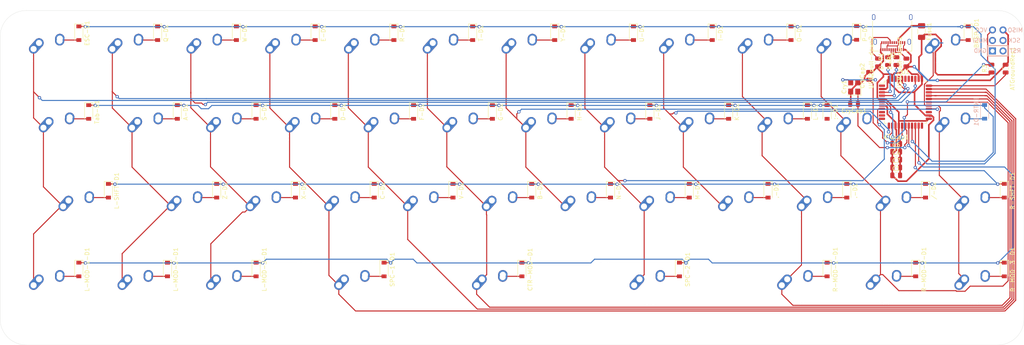
<source format=kicad_pcb>
(kicad_pcb (version 20171130) (host pcbnew "(5.1.4)-1")
  (layers (0 F.Cu signal) (31 B.Cu signal) (34 B.Paste user) (35 F.Paste user) (36 B.SilkS user) (37 F.SilkS user) (38 B.Mask user) (39 F.Mask user) (44 Edge.Cuts user))
  (net 0 "")
  (net 1 COL8)
  (net 2 COL9)
  (net 3 COL10)
  (net 4 COL1)
  (net 5 COL5)
  (net 6 COL11)
  (net 7 GND)
  (net 8 +5V)
  (net 9 COL3)
  (net 10 ROW0)
  (net 11 ROW1)
  (net 12 ROW2)
  (net 13 ROW3)
  (net 14 COL0)
  (net 15 COL4)
  (net 16 COL6)
  (net 17 "Net-(J2-PadB8)")
  (net 18 D-)
  (net 19 D+)
  (net 20 "Net-(J2-PadB5)")
  (net 21 "Net-(J2-PadS1)")
  (net 22 "Net-(J2-PadA8)")
  (net 23 "Net-(J2-PadA5)")
  (net 24 COL7)
  (net 25 COL2)
  (net 26 "Net-(R3-Pad2)")
  (net 27 "Net-(U1-Pad42)")
  (net 28 "Net-(U1-Pad39)")
  (net 29 "Net-(U1-Pad38)")
  (net 30 "Net-(U1-Pad37)")
  (net 31 "Net-(U1-Pad25)")
  (net 32 "Net-(U1-Pad22)")
  (net 33 "Net-(U1-Pad11)")
  (net 34 "Net-(U1-Pad10)")
  (net 35 "Net-(U1-Pad9)")
  (net 36 "Net-(U1-Pad1)")
  (net 37 "Net-(,-D1-Pad2)")
  (net 38 "Net-(.-D1-Pad2)")
  (net 39 "Net-(/-D1-Pad2)")
  (net 40 "Net-(;-D1-Pad2)")
  (net 41 "Net-(A-D1-Pad2)")
  (net 42 "Net-(B-D1-Pad2)")
  (net 43 "Net-(BKSP-D1-Pad2)")
  (net 44 "Net-(C-D1-Pad2)")
  (net 45 "Net-(CTR-MOD-1-Pad2)")
  (net 46 "Net-(D-D1-Pad2)")
  (net 47 "Net-(E-D1-Pad2)")
  (net 48 "Net-(ENTR-D1-Pad2)")
  (net 49 "Net-(ESC-D1-Pad2)")
  (net 50 "Net-(F-D1-Pad2)")
  (net 51 "Net-(G-D1-Pad2)")
  (net 52 "Net-(H-D1-Pad2)")
  (net 53 "Net-(I-D1-Pad2)")
  (net 54 "Net-(J-D1-Pad2)")
  (net 55 "Net-(K-D1-Pad2)")
  (net 56 "Net-(L-D1-Pad2)")
  (net 57 "Net-(L-MOD-1-D1-Pad2)")
  (net 58 "Net-(L-MOD-2-D1-Pad2)")
  (net 59 "Net-(L-MOD-3-D1-Pad2)")
  (net 60 "Net-(L-SHFT-D1-Pad2)")
  (net 61 "Net-(M-D1-Pad2)")
  (net 62 "Net-(N-D1-Pad2)")
  (net 63 "Net-(O-D1-Pad2)")
  (net 64 "Net-(P-D1-Pad2)")
  (net 65 "Net-(Q-D1-Pad2)")
  (net 66 "Net-(R-D1-Pad2)")
  (net 67 "Net-(R-MOD-1-D1-Pad2)")
  (net 68 "Net-(R-MOD-2-D1-Pad2)")
  (net 69 "Net-(R-MOD-3-D1-Pad2)")
  (net 70 "Net-(R-SHFT-D1-Pad2)")
  (net 71 "Net-(S-D1-Pad2)")
  (net 72 "Net-(SPC-1-D1-Pad2)")
  (net 73 "Net-(SPC-2-D1-Pad2)")
  (net 74 "Net-(T-D1-Pad2)")
  (net 75 "Net-(Tab-D1-Pad2)")
  (net 76 "Net-(U-D1-Pad2)")
  (net 77 "Net-(V-D1-Pad2)")
  (net 78 "Net-(W-D1-Pad2)")
  (net 79 "Net-(X-D1-Pad2)")
  (net 80 "Net-(Y-D1-Pad2)")
  (net 81 "Net-(Z-D1-Pad2)")
  (net 82 "Net-(ATGroundRes1-Pad2)")
  (net 83 "Net-(ATucap1-Pad1)")
  (net 84 "Net-(Cry1-Pad3)")
  (net 85 "Net-(Cry1-Pad1)")
  (net 86 "Net-(D+R1-Pad1)")
  (net 87 "Net-(D-R1-Pad1)")
  (module MX_Alps_Hybrid:MX-1.25U-NoLED (layer F.Cu) (at 239.7125 159.512)
    (fp_text reference R-MOD-2)
    (fp_text value MX-NoLED)
    (pad "" np_thru_hole circle (at 5.08 0 48.0996) (size 1.75 1.75) (drill 1.75) (layers *.Cu *.Mask))
    (pad "" np_thru_hole circle (at -5.08 0 48.0996) (size 1.75 1.75) (drill 1.75) (layers *.Cu *.Mask))
    (pad 1 thru_hole circle (at -2.5 -4) (size 2.25 2.25) (drill 1.47) (layers *.Cu B.Mask) (net 3 COL10))
    (pad "" np_thru_hole circle (at 0 0) (size 3.9878 3.9878) (drill 3.9878) (layers *.Cu *.Mask))
    (pad 1 thru_hole oval (at -3.81 -2.54 48.0996) (size 4.211556 2.25) (drill 1.47 (offset 0.980778 0)) (layers *.Cu B.Mask) (net 3 COL10))
    (pad 2 thru_hole circle (at 2.54 -5.08) (size 2.25 2.25) (drill 1.47) (layers *.Cu B.Mask) (net 68 "Net-(R-MOD-2-D1-Pad2)"))
    (pad 2 thru_hole oval (at 2.5 -4.5 86.0548) (size 2.831378 2.25) (drill 1.47 (offset 0.290689 0)) (layers *.Cu B.Mask) (net 68 "Net-(R-MOD-2-D1-Pad2)"))
  )
  (module MX_Alps_Hybrid:MX-1.25U-NoLED (layer F.Cu) (at 58.7375 159.54375)
    (fp_text reference L-MOD-2)
    (fp_text value MX-NoLED)
    (pad "" np_thru_hole circle (at 5.08 0 48.0996) (size 1.75 1.75) (drill 1.75) (layers *.Cu *.Mask))
    (pad "" np_thru_hole circle (at -5.08 0 48.0996) (size 1.75 1.75) (drill 1.75) (layers *.Cu *.Mask))
    (pad 1 thru_hole circle (at -2.5 -4) (size 2.25 2.25) (drill 1.47) (layers *.Cu B.Mask) (net 4 COL1))
    (pad "" np_thru_hole circle (at 0 0) (size 3.9878 3.9878) (drill 3.9878) (layers *.Cu *.Mask))
    (pad 1 thru_hole oval (at -3.81 -2.54 48.0996) (size 4.211556 2.25) (drill 1.47 (offset 0.980778 0)) (layers *.Cu B.Mask) (net 4 COL1))
    (pad 2 thru_hole circle (at 2.54 -5.08) (size 2.25 2.25) (drill 1.47) (layers *.Cu B.Mask) (net 58 "Net-(L-MOD-2-D1-Pad2)"))
    (pad 2 thru_hole oval (at 2.5 -4.5 86.0548) (size 2.831378 2.25) (drill 1.47 (offset 0.290689 0)) (layers *.Cu B.Mask) (net 58 "Net-(L-MOD-2-D1-Pad2)"))
  )
  (module MX_Alps_Hybrid:MX-1U-NoLED (layer F.Cu) (at 170.65625 102.39375)
    (fp_text reference U-key1)
    (fp_text value MX-NoLED)
    (pad "" np_thru_hole circle (at 5.08 0 48.0996) (size 1.75 1.75) (drill 1.75) (layers *.Cu *.Mask))
    (pad "" np_thru_hole circle (at -5.08 0 48.0996) (size 1.75 1.75) (drill 1.75) (layers *.Cu *.Mask))
    (pad 1 thru_hole circle (at -2.5 -4) (size 2.25 2.25) (drill 1.47) (layers *.Cu B.Mask) (net 24 COL7))
    (pad "" np_thru_hole circle (at 0 0) (size 3.9878 3.9878) (drill 3.9878) (layers *.Cu *.Mask))
    (pad 1 thru_hole oval (at -3.81 -2.54 48.0996) (size 4.211556 2.25) (drill 1.47 (offset 0.980778 0)) (layers *.Cu B.Mask) (net 24 COL7))
    (pad 2 thru_hole circle (at 2.54 -5.08) (size 2.25 2.25) (drill 1.47) (layers *.Cu B.Mask) (net 76 "Net-(U-D1-Pad2)"))
    (pad 2 thru_hole oval (at 2.5 -4.5 86.0548) (size 2.831378 2.25) (drill 1.47 (offset 0.290689 0)) (layers *.Cu B.Mask) (net 76 "Net-(U-D1-Pad2)"))
  )
  (module MX_Alps_Hybrid:MX-1.75U-NoLED (layer F.Cu) (at 44.45 140.49375)
    (fp_text reference L-SHFT-key1)
    (fp_text value MX-NoLED)
    (pad "" np_thru_hole circle (at 5.08 0 48.0996) (size 1.75 1.75) (drill 1.75) (layers *.Cu *.Mask))
    (pad "" np_thru_hole circle (at -5.08 0 48.0996) (size 1.75 1.75) (drill 1.75) (layers *.Cu *.Mask))
    (pad 1 thru_hole circle (at -2.5 -4) (size 2.25 2.25) (drill 1.47) (layers *.Cu B.Mask) (net 14 COL0))
    (pad "" np_thru_hole circle (at 0 0) (size 3.9878 3.9878) (drill 3.9878) (layers *.Cu *.Mask))
    (pad 1 thru_hole oval (at -3.81 -2.54 48.0996) (size 4.211556 2.25) (drill 1.47 (offset 0.980778 0)) (layers *.Cu B.Mask) (net 14 COL0))
    (pad 2 thru_hole circle (at 2.54 -5.08) (size 2.25 2.25) (drill 1.47) (layers *.Cu B.Mask) (net 60 "Net-(L-SHFT-D1-Pad2)"))
    (pad 2 thru_hole oval (at 2.5 -4.5 86.0548) (size 2.831378 2.25) (drill 1.47 (offset 0.290689 0)) (layers *.Cu B.Mask) (net 60 "Net-(L-SHFT-D1-Pad2)"))
  )
  (module MX_Alps_Hybrid:MX-2.25U-NoLED (layer F.Cu) (at 111.125 159.54375)
    (fp_text reference SPC-1)
    (fp_text value MX-NoLED)
    (pad "" np_thru_hole circle (at 11.938 8.255) (size 3.9878 3.9878) (drill 3.9878) (layers *.Cu *.Mask))
    (pad "" np_thru_hole circle (at -11.938 8.255) (size 3.9878 3.9878) (drill 3.9878) (layers *.Cu *.Mask))
    (pad "" np_thru_hole circle (at 11.938 -6.985) (size 3.048 3.048) (drill 3.048) (layers *.Cu *.Mask))
    (pad "" np_thru_hole circle (at -11.938 -6.985) (size 3.048 3.048) (drill 3.048) (layers *.Cu *.Mask))
    (pad "" np_thru_hole circle (at 5.08 0 48.0996) (size 1.75 1.75) (drill 1.75) (layers *.Cu *.Mask))
    (pad "" np_thru_hole circle (at -5.08 0 48.0996) (size 1.75 1.75) (drill 1.75) (layers *.Cu *.Mask))
    (pad 1 thru_hole circle (at -2.5 -4) (size 2.25 2.25) (drill 1.47) (layers *.Cu B.Mask) (net 9 COL3))
    (pad "" np_thru_hole circle (at 0 0) (size 3.9878 3.9878) (drill 3.9878) (layers *.Cu *.Mask))
    (pad 1 thru_hole oval (at -3.81 -2.54 48.0996) (size 4.211556 2.25) (drill 1.47 (offset 0.980778 0)) (layers *.Cu B.Mask) (net 9 COL3))
    (pad 2 thru_hole circle (at 2.54 -5.08) (size 2.25 2.25) (drill 1.47) (layers *.Cu B.Mask) (net 72 "Net-(SPC-1-D1-Pad2)"))
    (pad 2 thru_hole oval (at 2.5 -4.5 86.0548) (size 2.831378 2.25) (drill 1.47 (offset 0.290689 0)) (layers *.Cu B.Mask) (net 72 "Net-(SPC-1-D1-Pad2)"))
  )
  (module MX_Alps_Hybrid:MX-2.75U-NoLED (layer F.Cu) (at 182.5625 159.54375)
    (fp_text reference SPC-2)
    (fp_text value MX-NoLED)
    (pad "" np_thru_hole circle (at 11.938 8.255) (size 3.9878 3.9878) (drill 3.9878) (layers *.Cu *.Mask))
    (pad "" np_thru_hole circle (at -11.938 8.255) (size 3.9878 3.9878) (drill 3.9878) (layers *.Cu *.Mask))
    (pad "" np_thru_hole circle (at 11.938 -6.985) (size 3.048 3.048) (drill 3.048) (layers *.Cu *.Mask))
    (pad "" np_thru_hole circle (at -11.938 -6.985) (size 3.048 3.048) (drill 3.048) (layers *.Cu *.Mask))
    (pad "" np_thru_hole circle (at 5.08 0 48.0996) (size 1.75 1.75) (drill 1.75) (layers *.Cu *.Mask))
    (pad "" np_thru_hole circle (at -5.08 0 48.0996) (size 1.75 1.75) (drill 1.75) (layers *.Cu *.Mask))
    (pad 1 thru_hole circle (at -2.5 -4) (size 2.25 2.25) (drill 1.47) (layers *.Cu B.Mask) (net 24 COL7))
    (pad "" np_thru_hole circle (at 0 0) (size 3.9878 3.9878) (drill 3.9878) (layers *.Cu *.Mask))
    (pad 1 thru_hole oval (at -3.81 -2.54 48.0996) (size 4.211556 2.25) (drill 1.47 (offset 0.980778 0)) (layers *.Cu B.Mask) (net 24 COL7))
    (pad 2 thru_hole circle (at 2.54 -5.08) (size 2.25 2.25) (drill 1.47) (layers *.Cu B.Mask) (net 73 "Net-(SPC-2-D1-Pad2)"))
    (pad 2 thru_hole oval (at 2.5 -4.5 86.0548) (size 2.831378 2.25) (drill 1.47 (offset 0.290689 0)) (layers *.Cu B.Mask) (net 73 "Net-(SPC-2-D1-Pad2)"))
  )
  (module MX_Alps_Hybrid:MX-1U-NoLED (layer F.Cu) (at 70.64375 140.49375)
    (fp_text reference Z-key1)
    (fp_text value MX-NoLED)
    (pad "" np_thru_hole circle (at 5.08 0 48.0996) (size 1.75 1.75) (drill 1.75) (layers *.Cu *.Mask))
    (pad "" np_thru_hole circle (at -5.08 0 48.0996) (size 1.75 1.75) (drill 1.75) (layers *.Cu *.Mask))
    (pad 1 thru_hole circle (at -2.5 -4) (size 2.25 2.25) (drill 1.47) (layers *.Cu B.Mask) (net 4 COL1))
    (pad "" np_thru_hole circle (at 0 0) (size 3.9878 3.9878) (drill 3.9878) (layers *.Cu *.Mask))
    (pad 1 thru_hole oval (at -3.81 -2.54 48.0996) (size 4.211556 2.25) (drill 1.47 (offset 0.980778 0)) (layers *.Cu B.Mask) (net 4 COL1))
    (pad 2 thru_hole circle (at 2.54 -5.08) (size 2.25 2.25) (drill 1.47) (layers *.Cu B.Mask) (net 81 "Net-(Z-D1-Pad2)"))
    (pad 2 thru_hole oval (at 2.5 -4.5 86.0548) (size 2.831378 2.25) (drill 1.47 (offset 0.290689 0)) (layers *.Cu B.Mask) (net 81 "Net-(Z-D1-Pad2)"))
  )
  (module MX_Alps_Hybrid:MX-1U-NoLED (layer F.Cu) (at 151.60625 102.39375)
    (fp_text reference Y-key1)
    (fp_text value MX-NoLED)
    (pad "" np_thru_hole circle (at 5.08 0 48.0996) (size 1.75 1.75) (drill 1.75) (layers *.Cu *.Mask))
    (pad "" np_thru_hole circle (at -5.08 0 48.0996) (size 1.75 1.75) (drill 1.75) (layers *.Cu *.Mask))
    (pad 1 thru_hole circle (at -2.5 -4) (size 2.25 2.25) (drill 1.47) (layers *.Cu B.Mask) (net 16 COL6))
    (pad "" np_thru_hole circle (at 0 0) (size 3.9878 3.9878) (drill 3.9878) (layers *.Cu *.Mask))
    (pad 1 thru_hole oval (at -3.81 -2.54 48.0996) (size 4.211556 2.25) (drill 1.47 (offset 0.980778 0)) (layers *.Cu B.Mask) (net 16 COL6))
    (pad 2 thru_hole circle (at 2.54 -5.08) (size 2.25 2.25) (drill 1.47) (layers *.Cu B.Mask) (net 80 "Net-(Y-D1-Pad2)"))
    (pad 2 thru_hole oval (at 2.5 -4.5 86.0548) (size 2.831378 2.25) (drill 1.47 (offset 0.290689 0)) (layers *.Cu B.Mask) (net 80 "Net-(Y-D1-Pad2)"))
  )
  (module Crystal:Crystal_SMD_3225-4Pin_3.2x2.5mm (layer F.Cu) (at 231.99 109.05 90)
    (fp_text reference Cry1 (at 0 -2.45 90) (layer F.SilkS))
    (fp_text value 16MHz)
    (pad 4 smd rect (at -1.1 -0.85 90) (size 1.4 1.2) (layers F.Cu F.Paste F.Mask) (net 7 GND))
    (pad 3 smd rect (at 1.1 -0.85 90) (size 1.4 1.2) (layers F.Cu F.Paste F.Mask) (net 84 "Net-(Cry1-Pad3)"))
    (pad 2 smd rect (at 1.1 0.85 90) (size 1.4 1.2) (layers F.Cu F.Paste F.Mask) (net 7 GND))
    (pad 1 smd rect (at -1.1 0.85 90) (size 1.4 1.2) (layers F.Cu F.Paste F.Mask) (net 85 "Net-(Cry1-Pad1)"))
  )
  (module MX_Alps_Hybrid:MX-1U-NoLED (layer F.Cu) (at 89.69375 140.49375)
    (fp_text reference X-key1)
    (fp_text value MX-NoLED)
    (pad "" np_thru_hole circle (at 5.08 0 48.0996) (size 1.75 1.75) (drill 1.75) (layers *.Cu *.Mask))
    (pad "" np_thru_hole circle (at -5.08 0 48.0996) (size 1.75 1.75) (drill 1.75) (layers *.Cu *.Mask))
    (pad 1 thru_hole circle (at -2.5 -4) (size 2.25 2.25) (drill 1.47) (layers *.Cu B.Mask) (net 25 COL2))
    (pad "" np_thru_hole circle (at 0 0) (size 3.9878 3.9878) (drill 3.9878) (layers *.Cu *.Mask))
    (pad 1 thru_hole oval (at -3.81 -2.54 48.0996) (size 4.211556 2.25) (drill 1.47 (offset 0.980778 0)) (layers *.Cu B.Mask) (net 25 COL2))
    (pad 2 thru_hole circle (at 2.54 -5.08) (size 2.25 2.25) (drill 1.47) (layers *.Cu B.Mask) (net 79 "Net-(X-D1-Pad2)"))
    (pad 2 thru_hole oval (at 2.5 -4.5 86.0548) (size 2.831378 2.25) (drill 1.47 (offset 0.290689 0)) (layers *.Cu B.Mask) (net 79 "Net-(X-D1-Pad2)"))
  )
  (module MX_Alps_Hybrid:MX-1U-NoLED (layer F.Cu) (at 75.40625 102.39375)
    (fp_text reference Wkey1)
    (fp_text value MX-NoLED)
    (pad "" np_thru_hole circle (at 5.08 0 48.0996) (size 1.75 1.75) (drill 1.75) (layers *.Cu *.Mask))
    (pad "" np_thru_hole circle (at -5.08 0 48.0996) (size 1.75 1.75) (drill 1.75) (layers *.Cu *.Mask))
    (pad 1 thru_hole circle (at -2.5 -4) (size 2.25 2.25) (drill 1.47) (layers *.Cu B.Mask) (net 25 COL2))
    (pad "" np_thru_hole circle (at 0 0) (size 3.9878 3.9878) (drill 3.9878) (layers *.Cu *.Mask))
    (pad 1 thru_hole oval (at -3.81 -2.54 48.0996) (size 4.211556 2.25) (drill 1.47 (offset 0.980778 0)) (layers *.Cu B.Mask) (net 25 COL2))
    (pad 2 thru_hole circle (at 2.54 -5.08) (size 2.25 2.25) (drill 1.47) (layers *.Cu B.Mask) (net 78 "Net-(W-D1-Pad2)"))
    (pad 2 thru_hole oval (at 2.5 -4.5 86.0548) (size 2.831378 2.25) (drill 1.47 (offset 0.290689 0)) (layers *.Cu B.Mask) (net 78 "Net-(W-D1-Pad2)"))
  )
  (module MX_Alps_Hybrid:MX-1U-NoLED (layer F.Cu) (at 127.79375 140.49375)
    (fp_text reference V-key1)
    (fp_text value MX-NoLED)
    (pad "" np_thru_hole circle (at 5.08 0 48.0996) (size 1.75 1.75) (drill 1.75) (layers *.Cu *.Mask))
    (pad "" np_thru_hole circle (at -5.08 0 48.0996) (size 1.75 1.75) (drill 1.75) (layers *.Cu *.Mask))
    (pad 1 thru_hole circle (at -2.5 -4) (size 2.25 2.25) (drill 1.47) (layers *.Cu B.Mask) (net 15 COL4))
    (pad "" np_thru_hole circle (at 0 0) (size 3.9878 3.9878) (drill 3.9878) (layers *.Cu *.Mask))
    (pad 1 thru_hole oval (at -3.81 -2.54 48.0996) (size 4.211556 2.25) (drill 1.47 (offset 0.980778 0)) (layers *.Cu B.Mask) (net 15 COL4))
    (pad 2 thru_hole circle (at 2.54 -5.08) (size 2.25 2.25) (drill 1.47) (layers *.Cu B.Mask) (net 77 "Net-(V-D1-Pad2)"))
    (pad 2 thru_hole oval (at 2.5 -4.5 86.0548) (size 2.831378 2.25) (drill 1.47 (offset 0.290689 0)) (layers *.Cu B.Mask) (net 77 "Net-(V-D1-Pad2)"))
  )
  (module Resistor_SMD:R_0805_2012Metric (layer F.Cu) (at 237.744 103.124 90)
    (fp_text reference USB2pull-down2 (at 0 -1.65 90) (layer F.SilkS))
    (fp_text value 5.1k)
    (pad 2 smd roundrect (at 0.9375 0 90) (size 0.975 1.4) (layers F.Cu F.Paste F.Mask) (net 20 "Net-(J2-PadB5)"))
    (pad 1 smd roundrect (at -0.9375 0 90) (size 0.975 1.4) (layers F.Cu F.Paste F.Mask) (net 7 GND))
  )
  (module Resistor_SMD:R_0805_2012Metric (layer F.Cu) (at 244.602 103.124 90)
    (fp_text reference USB2pull-down1 (at 0 -1.65 90) (layer F.SilkS))
    (fp_text value 5.1k)
    (pad 2 smd roundrect (at 0.9375 0 90) (size 0.975 1.4) (layers F.Cu F.Paste F.Mask) (net 23 "Net-(J2-PadA5)"))
    (pad 1 smd roundrect (at -0.9375 0 90) (size 0.975 1.4) (layers F.Cu F.Paste F.Mask) (net 7 GND))
  )
  (module Package_QFP:LQFP-44_10x10mm_P0.8mm (layer F.Cu) (at 244.36875 112.7375)
    (fp_text reference U1 (at 0 -7.35 180) (layer F.SilkS))
    (fp_text value ATmega32U4-AU)
    (pad 44 smd roundrect (at -4 -5.6625) (size 0.55 1.475) (layers F.Cu F.Paste F.Mask) (net 8 +5V))
    (pad 43 smd roundrect (at -3.2 -5.6625) (size 0.55 1.475) (layers F.Cu F.Paste F.Mask) (net 7 GND))
    (pad 42 smd roundrect (at -2.4 -5.6625) (size 0.55 1.475) (layers F.Cu F.Paste F.Mask) (net 27 "Net-(U1-Pad42)"))
    (pad 41 smd roundrect (at -1.6 -5.6625) (size 0.55 1.475) (layers F.Cu F.Paste F.Mask) (net 14 COL0))
    (pad 40 smd roundrect (at -0.8 -5.6625) (size 0.55 1.475) (layers F.Cu F.Paste F.Mask) (net 4 COL1))
    (pad 39 smd roundrect (at 0 -5.6625) (size 0.55 1.475) (layers F.Cu F.Paste F.Mask) (net 28 "Net-(U1-Pad39)"))
    (pad 38 smd roundrect (at 0.8 -5.6625) (size 0.55 1.475) (layers F.Cu F.Paste F.Mask) (net 29 "Net-(U1-Pad38)"))
    (pad 37 smd roundrect (at 1.6 -5.6625) (size 0.55 1.475) (layers F.Cu F.Paste F.Mask) (net 30 "Net-(U1-Pad37)"))
    (pad 36 smd roundrect (at 2.4 -5.6625) (size 0.55 1.475) (layers F.Cu F.Paste F.Mask) (net 25 COL2))
    (pad 35 smd roundrect (at 3.2 -5.6625) (size 0.55 1.475) (layers F.Cu F.Paste F.Mask) (net 7 GND))
    (pad 34 smd roundrect (at 4 -5.6625) (size 0.55 1.475) (layers F.Cu F.Paste F.Mask) (net 8 +5V))
    (pad 33 smd roundrect (at 5.6625 -4) (size 1.475 0.55) (layers F.Cu F.Paste F.Mask) (net 82 "Net-(ATGroundRes1-Pad2)"))
    (pad 32 smd roundrect (at 5.6625 -3.2) (size 1.475 0.55) (layers F.Cu F.Paste F.Mask) (net 9 COL3))
    (pad 31 smd roundrect (at 5.6625 -2.4) (size 1.475 0.55) (layers F.Cu F.Paste F.Mask) (net 15 COL4))
    (pad 30 smd roundrect (at 5.6625 -1.6) (size 1.475 0.55) (layers F.Cu F.Paste F.Mask) (net 5 COL5))
    (pad 29 smd roundrect (at 5.6625 -0.8) (size 1.475 0.55) (layers F.Cu F.Paste F.Mask) (net 2 COL9))
    (pad 28 smd roundrect (at 5.6625 0) (size 1.475 0.55) (layers F.Cu F.Paste F.Mask) (net 3 COL10))
    (pad 27 smd roundrect (at 5.6625 0.8) (size 1.475 0.55) (layers F.Cu F.Paste F.Mask) (net 6 COL11))
    (pad 26 smd roundrect (at 5.6625 1.6) (size 1.475 0.55) (layers F.Cu F.Paste F.Mask) (net 16 COL6))
    (pad 25 smd roundrect (at 5.6625 2.4) (size 1.475 0.55) (layers F.Cu F.Paste F.Mask) (net 31 "Net-(U1-Pad25)"))
    (pad 24 smd roundrect (at 5.6625 3.2) (size 1.475 0.55) (layers F.Cu F.Paste F.Mask) (net 8 +5V))
    (pad 23 smd roundrect (at 5.6625 4) (size 1.475 0.55) (layers F.Cu F.Paste F.Mask) (net 7 GND))
    (pad 22 smd roundrect (at 4 5.6625) (size 0.55 1.475) (layers F.Cu F.Paste F.Mask) (net 32 "Net-(U1-Pad22)"))
    (pad 21 smd roundrect (at 3.2 5.6625) (size 0.55 1.475) (layers F.Cu F.Paste F.Mask) (net 13 ROW3))
    (pad 20 smd roundrect (at 2.4 5.6625) (size 0.55 1.475) (layers F.Cu F.Paste F.Mask) (net 12 ROW2))
    (pad 19 smd roundrect (at 1.6 5.6625) (size 0.55 1.475) (layers F.Cu F.Paste F.Mask) (net 11 ROW1))
    (pad 18 smd roundrect (at 0.8 5.6625) (size 0.55 1.475) (layers F.Cu F.Paste F.Mask) (net 10 ROW0))
    (pad 17 smd roundrect (at 0 5.6625) (size 0.55 1.475) (layers F.Cu F.Paste F.Mask) (net 85 "Net-(Cry1-Pad1)"))
    (pad 16 smd roundrect (at -0.8 5.6625) (size 0.55 1.475) (layers F.Cu F.Paste F.Mask) (net 84 "Net-(Cry1-Pad3)"))
    (pad 15 smd roundrect (at -1.6 5.6625) (size 0.55 1.475) (layers F.Cu F.Paste F.Mask) (net 7 GND))
    (pad 14 smd roundrect (at -2.4 5.6625) (size 0.55 1.475) (layers F.Cu F.Paste F.Mask) (net 8 +5V))
    (pad 13 smd roundrect (at -3.2 5.6625) (size 0.55 1.475) (layers F.Cu F.Paste F.Mask) (net 26 "Net-(R3-Pad2)"))
    (pad 12 smd roundrect (at -4 5.6625) (size 0.55 1.475) (layers F.Cu F.Paste F.Mask) (net 1 COL8))
    (pad 11 smd roundrect (at -5.6625 4) (size 1.475 0.55) (layers F.Cu F.Paste F.Mask) (net 33 "Net-(U1-Pad11)"))
    (pad 10 smd roundrect (at -5.6625 3.2) (size 1.475 0.55) (layers F.Cu F.Paste F.Mask) (net 34 "Net-(U1-Pad10)"))
    (pad 9 smd roundrect (at -5.6625 2.4) (size 1.475 0.55) (layers F.Cu F.Paste F.Mask) (net 35 "Net-(U1-Pad9)"))
    (pad 8 smd roundrect (at -5.6625 1.6) (size 1.475 0.55) (layers F.Cu F.Paste F.Mask) (net 24 COL7))
    (pad 7 smd roundrect (at -5.6625 0.8) (size 1.475 0.55) (layers F.Cu F.Paste F.Mask) (net 8 +5V))
    (pad 6 smd roundrect (at -5.6625 0) (size 1.475 0.55) (layers F.Cu F.Paste F.Mask) (net 83 "Net-(ATucap1-Pad1)"))
    (pad 5 smd roundrect (at -5.6625 -0.8) (size 1.475 0.55) (layers F.Cu F.Paste F.Mask) (net 7 GND))
    (pad 4 smd roundrect (at -5.6625 -1.6) (size 1.475 0.55) (layers F.Cu F.Paste F.Mask) (net 86 "Net-(D+R1-Pad1)"))
    (pad 3 smd roundrect (at -5.6625 -2.4) (size 1.475 0.55) (layers F.Cu F.Paste F.Mask) (net 87 "Net-(D-R1-Pad1)"))
    (pad 2 smd roundrect (at -5.6625 -3.2) (size 1.475 0.55) (layers F.Cu F.Paste F.Mask) (net 8 +5V))
    (pad 1 smd roundrect (at -5.6625 -4) (size 1.475 0.55) (layers F.Cu F.Paste F.Mask) (net 36 "Net-(U1-Pad1)"))
  )
  (module MX_Alps_Hybrid:MX-1.25U-NoLED (layer F.Cu) (at 39.6875 121.44375)
    (fp_text reference Tab-key1)
    (fp_text value MX-NoLED)
    (pad "" np_thru_hole circle (at 5.08 0 48.0996) (size 1.75 1.75) (drill 1.75) (layers *.Cu *.Mask))
    (pad "" np_thru_hole circle (at -5.08 0 48.0996) (size 1.75 1.75) (drill 1.75) (layers *.Cu *.Mask))
    (pad 1 thru_hole circle (at -2.5 -4) (size 2.25 2.25) (drill 1.47) (layers *.Cu B.Mask) (net 14 COL0))
    (pad "" np_thru_hole circle (at 0 0) (size 3.9878 3.9878) (drill 3.9878) (layers *.Cu *.Mask))
    (pad 1 thru_hole oval (at -3.81 -2.54 48.0996) (size 4.211556 2.25) (drill 1.47 (offset 0.980778 0)) (layers *.Cu B.Mask) (net 14 COL0))
    (pad 2 thru_hole circle (at 2.54 -5.08) (size 2.25 2.25) (drill 1.47) (layers *.Cu B.Mask) (net 75 "Net-(Tab-D1-Pad2)"))
    (pad 2 thru_hole oval (at 2.5 -4.5 86.0548) (size 2.831378 2.25) (drill 1.47 (offset 0.290689 0)) (layers *.Cu B.Mask) (net 75 "Net-(Tab-D1-Pad2)"))
  )
  (module MX_Alps_Hybrid:MX-1U-NoLED (layer F.Cu) (at 132.55625 102.39375)
    (fp_text reference T-key1)
    (fp_text value MX-NoLED)
    (pad "" np_thru_hole circle (at 5.08 0 48.0996) (size 1.75 1.75) (drill 1.75) (layers *.Cu *.Mask))
    (pad "" np_thru_hole circle (at -5.08 0 48.0996) (size 1.75 1.75) (drill 1.75) (layers *.Cu *.Mask))
    (pad 1 thru_hole circle (at -2.5 -4) (size 2.25 2.25) (drill 1.47) (layers *.Cu B.Mask) (net 5 COL5))
    (pad "" np_thru_hole circle (at 0 0) (size 3.9878 3.9878) (drill 3.9878) (layers *.Cu *.Mask))
    (pad 1 thru_hole oval (at -3.81 -2.54 48.0996) (size 4.211556 2.25) (drill 1.47 (offset 0.980778 0)) (layers *.Cu B.Mask) (net 5 COL5))
    (pad 2 thru_hole circle (at 2.54 -5.08) (size 2.25 2.25) (drill 1.47) (layers *.Cu B.Mask) (net 74 "Net-(T-D1-Pad2)"))
    (pad 2 thru_hole oval (at 2.5 -4.5 86.0548) (size 2.831378 2.25) (drill 1.47 (offset 0.290689 0)) (layers *.Cu B.Mask) (net 74 "Net-(T-D1-Pad2)"))
  )
  (module random-keyboard-parts:Reset_Pretty (layer B.Cu) (at 266.7 97.79 180)
    (fp_text reference SW1)
    (fp_text value SW_Push)
    (fp_text user MISO (at -4.25 2.5) (layer B.SilkS) (effects (justify mirror)))
    (fp_text user VCC (at 4 2.5) (layer B.SilkS) (effects (justify mirror)))
    (fp_text user SCK (at -4 0) (layer B.SilkS) (effects (justify mirror)))
    (fp_text user MOSI (at 4.25 0) (layer B.SilkS) (effects (justify mirror)))
    (fp_text user RST (at -4.25 -2.5) (layer B.SilkS) (effects (justify mirror)))
    (fp_text user GND (at 4.25 -2.5) (layer B.SilkS) (effects (justify mirror)))
    (pad 6 thru_hole rect (at 1.27 -2.54 180) (size 1.7 1.7) (drill 1) (layers *.Cu *.Mask))
    (pad 5 thru_hole circle (at -1.27 -2.54 180) (size 1.7 1.7) (drill 1) (layers *.Cu *.Mask))
    (pad 4 thru_hole circle (at 1.27 0 180) (size 1.7 1.7) (drill 1) (layers *.Cu *.Mask))
    (pad 3 thru_hole circle (at -1.27 0 180) (size 1.7 1.7) (drill 1) (layers *.Cu *.Mask))
    (pad 2 thru_hole circle (at 1.27 2.54 180) (size 1.7 1.7) (drill 1) (layers *.Cu *.Mask) (net 26 "Net-(R3-Pad2)"))
    (pad 1 thru_hole circle (at -1.27 2.54 180) (size 1.7 1.7) (drill 1) (layers *.Cu *.Mask) (net 7 GND))
  )
  (module MX_Alps_Hybrid:MX-1U-NoLED (layer F.Cu) (at 80.16875 121.44375)
    (fp_text reference S-key1)
    (fp_text value MX-NoLED)
    (pad "" np_thru_hole circle (at 5.08 0 48.0996) (size 1.75 1.75) (drill 1.75) (layers *.Cu *.Mask))
    (pad "" np_thru_hole circle (at -5.08 0 48.0996) (size 1.75 1.75) (drill 1.75) (layers *.Cu *.Mask))
    (pad 1 thru_hole circle (at -2.5 -4) (size 2.25 2.25) (drill 1.47) (layers *.Cu B.Mask) (net 25 COL2))
    (pad "" np_thru_hole circle (at 0 0) (size 3.9878 3.9878) (drill 3.9878) (layers *.Cu *.Mask))
    (pad 1 thru_hole oval (at -3.81 -2.54 48.0996) (size 4.211556 2.25) (drill 1.47 (offset 0.980778 0)) (layers *.Cu B.Mask) (net 25 COL2))
    (pad 2 thru_hole circle (at 2.54 -5.08) (size 2.25 2.25) (drill 1.47) (layers *.Cu B.Mask) (net 71 "Net-(S-D1-Pad2)"))
    (pad 2 thru_hole oval (at 2.5 -4.5 86.0548) (size 2.831378 2.25) (drill 1.47 (offset 0.290689 0)) (layers *.Cu B.Mask) (net 71 "Net-(S-D1-Pad2)"))
  )
  (module MX_Alps_Hybrid:MX-1U-NoLED (layer F.Cu) (at 261.14375 140.49375)
    (fp_text reference R-SHFT-key1)
    (fp_text value MX-NoLED)
    (pad "" np_thru_hole circle (at 5.08 0 48.0996) (size 1.75 1.75) (drill 1.75) (layers *.Cu *.Mask))
    (pad "" np_thru_hole circle (at -5.08 0 48.0996) (size 1.75 1.75) (drill 1.75) (layers *.Cu *.Mask))
    (pad 1 thru_hole circle (at -2.5 -4) (size 2.25 2.25) (drill 1.47) (layers *.Cu B.Mask) (net 6 COL11))
    (pad "" np_thru_hole circle (at 0 0) (size 3.9878 3.9878) (drill 3.9878) (layers *.Cu *.Mask))
    (pad 1 thru_hole oval (at -3.81 -2.54 48.0996) (size 4.211556 2.25) (drill 1.47 (offset 0.980778 0)) (layers *.Cu B.Mask) (net 6 COL11))
    (pad 2 thru_hole circle (at 2.54 -5.08) (size 2.25 2.25) (drill 1.47) (layers *.Cu B.Mask) (net 70 "Net-(R-SHFT-D1-Pad2)"))
    (pad 2 thru_hole oval (at 2.5 -4.5 86.0548) (size 2.831378 2.25) (drill 1.47 (offset 0.290689 0)) (layers *.Cu B.Mask) (net 70 "Net-(R-SHFT-D1-Pad2)"))
  )
  (module MX_Alps_Hybrid:MX-1U-NoLED (layer F.Cu) (at 261.14375 159.54375)
    (fp_text reference R-MOD-3)
    (fp_text value MX-NoLED)
    (pad "" np_thru_hole circle (at 5.08 0 48.0996) (size 1.75 1.75) (drill 1.75) (layers *.Cu *.Mask))
    (pad "" np_thru_hole circle (at -5.08 0 48.0996) (size 1.75 1.75) (drill 1.75) (layers *.Cu *.Mask))
    (pad 1 thru_hole circle (at -2.5 -4) (size 2.25 2.25) (drill 1.47) (layers *.Cu B.Mask) (net 6 COL11))
    (pad "" np_thru_hole circle (at 0 0) (size 3.9878 3.9878) (drill 3.9878) (layers *.Cu *.Mask))
    (pad 1 thru_hole oval (at -3.81 -2.54 48.0996) (size 4.211556 2.25) (drill 1.47 (offset 0.980778 0)) (layers *.Cu B.Mask) (net 6 COL11))
    (pad 2 thru_hole circle (at 2.54 -5.08) (size 2.25 2.25) (drill 1.47) (layers *.Cu B.Mask) (net 69 "Net-(R-MOD-3-D1-Pad2)"))
    (pad 2 thru_hole oval (at 2.5 -4.5 86.0548) (size 2.831378 2.25) (drill 1.47 (offset 0.290689 0)) (layers *.Cu B.Mask) (net 69 "Net-(R-MOD-3-D1-Pad2)"))
  )
  (module MX_Alps_Hybrid:MX-1U-NoLED (layer F.Cu) (at 113.50625 102.39375)
    (fp_text reference R-key1)
    (fp_text value MX-NoLED)
    (pad "" np_thru_hole circle (at 5.08 0 48.0996) (size 1.75 1.75) (drill 1.75) (layers *.Cu *.Mask))
    (pad "" np_thru_hole circle (at -5.08 0 48.0996) (size 1.75 1.75) (drill 1.75) (layers *.Cu *.Mask))
    (pad 1 thru_hole circle (at -2.5 -4) (size 2.25 2.25) (drill 1.47) (layers *.Cu B.Mask) (net 15 COL4))
    (pad "" np_thru_hole circle (at 0 0) (size 3.9878 3.9878) (drill 3.9878) (layers *.Cu *.Mask))
    (pad 1 thru_hole oval (at -3.81 -2.54 48.0996) (size 4.211556 2.25) (drill 1.47 (offset 0.980778 0)) (layers *.Cu B.Mask) (net 15 COL4))
    (pad 2 thru_hole circle (at 2.54 -5.08) (size 2.25 2.25) (drill 1.47) (layers *.Cu B.Mask) (net 66 "Net-(R-D1-Pad2)"))
    (pad 2 thru_hole oval (at 2.5 -4.5 86.0548) (size 2.831378 2.25) (drill 1.47 (offset 0.290689 0)) (layers *.Cu B.Mask) (net 66 "Net-(R-D1-Pad2)"))
  )
  (module Resistor_SMD:R_0805_2012Metric (layer F.Cu) (at 268.605 104.5995 270)
    (fp_text reference ATGroundRes1 (at 0 -1.65 270) (layer F.SilkS))
    (fp_text value 10k)
    (pad 1 smd roundrect (at -0.9375 0 270) (size 0.975 1.4) (layers F.Cu F.Paste F.Mask) (net 7 GND))
    (pad 2 smd roundrect (at 0.9375 0 270) (size 0.975 1.4) (layers F.Cu F.Paste F.Mask) (net 82 "Net-(ATGroundRes1-Pad2)"))
  )
  (module Resistor_SMD:R_0805_2012Metric (layer F.Cu) (at 265.176 104.5995 90)
    (fp_text reference R3 (at 0 -1.65 270) (layer F.SilkS))
    (fp_text value 10k)
    (pad 2 smd roundrect (at 0.9375 0 90) (size 0.975 1.4) (layers F.Cu F.Paste F.Mask) (net 26 "Net-(R3-Pad2)"))
    (pad 1 smd roundrect (at -0.9375 0 90) (size 0.975 1.4) (layers F.Cu F.Paste F.Mask) (net 8 +5V))
  )
  (module Resistor_SMD:R_0805_2012Metric (layer F.Cu) (at 242.189 102.7915 90)
    (fp_text reference D+R1 (at 0 -1.65 90) (layer F.SilkS))
    (fp_text value 22)
    (pad 2 smd roundrect (at 0.9375 0 90) (size 0.975 1.4) (layers F.Cu F.Paste F.Mask) (net 19 D+))
    (pad 1 smd roundrect (at -0.9375 0 90) (size 0.975 1.4) (layers F.Cu F.Paste F.Mask) (net 86 "Net-(D+R1-Pad1)"))
  )
  (module Resistor_SMD:R_0805_2012Metric (layer F.Cu) (at 240.157 102.7915 90)
    (fp_text reference D-R1 (at 0 -1.65 90) (layer F.SilkS))
    (fp_text value 22)
    (pad 2 smd roundrect (at 0.9375 0 90) (size 0.975 1.4) (layers F.Cu F.Paste F.Mask) (net 18 D-))
    (pad 1 smd roundrect (at -0.9375 0 90) (size 0.975 1.4) (layers F.Cu F.Paste F.Mask) (net 87 "Net-(D-R1-Pad1)"))
  )
  (module MX_Alps_Hybrid:MX-1U-NoLED (layer F.Cu) (at 56.35625 102.39375)
    (fp_text reference Q-key1)
    (fp_text value MX-NoLED)
    (pad "" np_thru_hole circle (at 5.08 0 48.0996) (size 1.75 1.75) (drill 1.75) (layers *.Cu *.Mask))
    (pad "" np_thru_hole circle (at -5.08 0 48.0996) (size 1.75 1.75) (drill 1.75) (layers *.Cu *.Mask))
    (pad 1 thru_hole circle (at -2.5 -4) (size 2.25 2.25) (drill 1.47) (layers *.Cu B.Mask) (net 4 COL1))
    (pad "" np_thru_hole circle (at 0 0) (size 3.9878 3.9878) (drill 3.9878) (layers *.Cu *.Mask))
    (pad 1 thru_hole oval (at -3.81 -2.54 48.0996) (size 4.211556 2.25) (drill 1.47 (offset 0.980778 0)) (layers *.Cu B.Mask) (net 4 COL1))
    (pad 2 thru_hole circle (at 2.54 -5.08) (size 2.25 2.25) (drill 1.47) (layers *.Cu B.Mask) (net 65 "Net-(Q-D1-Pad2)"))
    (pad 2 thru_hole oval (at 2.5 -4.5 86.0548) (size 2.831378 2.25) (drill 1.47 (offset 0.290689 0)) (layers *.Cu B.Mask) (net 65 "Net-(Q-D1-Pad2)"))
  )
  (module MX_Alps_Hybrid:MX-1U-NoLED (layer F.Cu) (at 227.80625 102.39375)
    (fp_text reference P-key1)
    (fp_text value MX-NoLED)
    (pad "" np_thru_hole circle (at 5.08 0 48.0996) (size 1.75 1.75) (drill 1.75) (layers *.Cu *.Mask))
    (pad "" np_thru_hole circle (at -5.08 0 48.0996) (size 1.75 1.75) (drill 1.75) (layers *.Cu *.Mask))
    (pad 1 thru_hole circle (at -2.5 -4) (size 2.25 2.25) (drill 1.47) (layers *.Cu B.Mask) (net 3 COL10))
    (pad "" np_thru_hole circle (at 0 0) (size 3.9878 3.9878) (drill 3.9878) (layers *.Cu *.Mask))
    (pad 1 thru_hole oval (at -3.81 -2.54 48.0996) (size 4.211556 2.25) (drill 1.47 (offset 0.980778 0)) (layers *.Cu B.Mask) (net 3 COL10))
    (pad 2 thru_hole circle (at 2.54 -5.08) (size 2.25 2.25) (drill 1.47) (layers *.Cu B.Mask) (net 64 "Net-(P-D1-Pad2)"))
    (pad 2 thru_hole oval (at 2.5 -4.5 86.0548) (size 2.831378 2.25) (drill 1.47 (offset 0.290689 0)) (layers *.Cu B.Mask) (net 64 "Net-(P-D1-Pad2)"))
  )
  (module MX_Alps_Hybrid:MX-1U-NoLED (layer F.Cu) (at 208.75625 102.39375)
    (fp_text reference O-key1)
    (fp_text value MX-NoLED)
    (pad "" np_thru_hole circle (at 5.08 0 48.0996) (size 1.75 1.75) (drill 1.75) (layers *.Cu *.Mask))
    (pad "" np_thru_hole circle (at -5.08 0 48.0996) (size 1.75 1.75) (drill 1.75) (layers *.Cu *.Mask))
    (pad 1 thru_hole circle (at -2.5 -4) (size 2.25 2.25) (drill 1.47) (layers *.Cu B.Mask) (net 2 COL9))
    (pad "" np_thru_hole circle (at 0 0) (size 3.9878 3.9878) (drill 3.9878) (layers *.Cu *.Mask))
    (pad 1 thru_hole oval (at -3.81 -2.54 48.0996) (size 4.211556 2.25) (drill 1.47 (offset 0.980778 0)) (layers *.Cu B.Mask) (net 2 COL9))
    (pad 2 thru_hole circle (at 2.54 -5.08) (size 2.25 2.25) (drill 1.47) (layers *.Cu B.Mask) (net 63 "Net-(O-D1-Pad2)"))
    (pad 2 thru_hole oval (at 2.5 -4.5 86.0548) (size 2.831378 2.25) (drill 1.47 (offset 0.290689 0)) (layers *.Cu B.Mask) (net 63 "Net-(O-D1-Pad2)"))
  )
  (module MX_Alps_Hybrid:MX-1U-NoLED (layer F.Cu) (at 165.89375 140.49375)
    (fp_text reference N-key1)
    (fp_text value MX-NoLED)
    (pad "" np_thru_hole circle (at 5.08 0 48.0996) (size 1.75 1.75) (drill 1.75) (layers *.Cu *.Mask))
    (pad "" np_thru_hole circle (at -5.08 0 48.0996) (size 1.75 1.75) (drill 1.75) (layers *.Cu *.Mask))
    (pad 1 thru_hole circle (at -2.5 -4) (size 2.25 2.25) (drill 1.47) (layers *.Cu B.Mask) (net 16 COL6))
    (pad "" np_thru_hole circle (at 0 0) (size 3.9878 3.9878) (drill 3.9878) (layers *.Cu *.Mask))
    (pad 1 thru_hole oval (at -3.81 -2.54 48.0996) (size 4.211556 2.25) (drill 1.47 (offset 0.980778 0)) (layers *.Cu B.Mask) (net 16 COL6))
    (pad 2 thru_hole circle (at 2.54 -5.08) (size 2.25 2.25) (drill 1.47) (layers *.Cu B.Mask) (net 62 "Net-(N-D1-Pad2)"))
    (pad 2 thru_hole oval (at 2.5 -4.5 86.0548) (size 2.831378 2.25) (drill 1.47 (offset 0.290689 0)) (layers *.Cu B.Mask) (net 62 "Net-(N-D1-Pad2)"))
  )
  (module MX_Alps_Hybrid:MX-1U-NoLED (layer F.Cu) (at 218.28125 159.54375)
    (fp_text reference R-MOD-1)
    (fp_text value MX-NoLED)
    (pad "" np_thru_hole circle (at 5.08 0 48.0996) (size 1.75 1.75) (drill 1.75) (layers *.Cu *.Mask))
    (pad "" np_thru_hole circle (at -5.08 0 48.0996) (size 1.75 1.75) (drill 1.75) (layers *.Cu *.Mask))
    (pad 1 thru_hole circle (at -2.5 -4) (size 2.25 2.25) (drill 1.47) (layers *.Cu B.Mask) (net 2 COL9))
    (pad "" np_thru_hole circle (at 0 0) (size 3.9878 3.9878) (drill 3.9878) (layers *.Cu *.Mask))
    (pad 1 thru_hole oval (at -3.81 -2.54 48.0996) (size 4.211556 2.25) (drill 1.47 (offset 0.980778 0)) (layers *.Cu B.Mask) (net 2 COL9))
    (pad 2 thru_hole circle (at 2.54 -5.08) (size 2.25 2.25) (drill 1.47) (layers *.Cu B.Mask) (net 67 "Net-(R-MOD-1-D1-Pad2)"))
    (pad 2 thru_hole oval (at 2.5 -4.5 86.0548) (size 2.831378 2.25) (drill 1.47 (offset 0.290689 0)) (layers *.Cu B.Mask) (net 67 "Net-(R-MOD-1-D1-Pad2)"))
  )
  (module MX_Alps_Hybrid:MX-1U-NoLED (layer F.Cu) (at 184.94375 140.49375)
    (fp_text reference M-key1)
    (fp_text value MX-NoLED)
    (pad "" np_thru_hole circle (at 5.08 0 48.0996) (size 1.75 1.75) (drill 1.75) (layers *.Cu *.Mask))
    (pad "" np_thru_hole circle (at -5.08 0 48.0996) (size 1.75 1.75) (drill 1.75) (layers *.Cu *.Mask))
    (pad 1 thru_hole circle (at -2.5 -4) (size 2.25 2.25) (drill 1.47) (layers *.Cu B.Mask) (net 24 COL7))
    (pad "" np_thru_hole circle (at 0 0) (size 3.9878 3.9878) (drill 3.9878) (layers *.Cu *.Mask))
    (pad 1 thru_hole oval (at -3.81 -2.54 48.0996) (size 4.211556 2.25) (drill 1.47 (offset 0.980778 0)) (layers *.Cu B.Mask) (net 24 COL7))
    (pad 2 thru_hole circle (at 2.54 -5.08) (size 2.25 2.25) (drill 1.47) (layers *.Cu B.Mask) (net 61 "Net-(M-D1-Pad2)"))
    (pad 2 thru_hole oval (at 2.5 -4.5 86.0548) (size 2.831378 2.25) (drill 1.47 (offset 0.290689 0)) (layers *.Cu B.Mask) (net 61 "Net-(M-D1-Pad2)"))
  )
  (module MX_Alps_Hybrid:MX-1U-NoLED (layer F.Cu) (at 80.16875 159.54375)
    (fp_text reference L-MOD-3)
    (fp_text value MX-NoLED)
    (pad "" np_thru_hole circle (at 5.08 0 48.0996) (size 1.75 1.75) (drill 1.75) (layers *.Cu *.Mask))
    (pad "" np_thru_hole circle (at -5.08 0 48.0996) (size 1.75 1.75) (drill 1.75) (layers *.Cu *.Mask))
    (pad 1 thru_hole circle (at -2.5 -4) (size 2.25 2.25) (drill 1.47) (layers *.Cu B.Mask) (net 25 COL2))
    (pad "" np_thru_hole circle (at 0 0) (size 3.9878 3.9878) (drill 3.9878) (layers *.Cu *.Mask))
    (pad 1 thru_hole oval (at -3.81 -2.54 48.0996) (size 4.211556 2.25) (drill 1.47 (offset 0.980778 0)) (layers *.Cu B.Mask) (net 25 COL2))
    (pad 2 thru_hole circle (at 2.54 -5.08) (size 2.25 2.25) (drill 1.47) (layers *.Cu B.Mask) (net 59 "Net-(L-MOD-3-D1-Pad2)"))
    (pad 2 thru_hole oval (at 2.5 -4.5 86.0548) (size 2.831378 2.25) (drill 1.47 (offset 0.290689 0)) (layers *.Cu B.Mask) (net 59 "Net-(L-MOD-3-D1-Pad2)"))
  )
  (module MX_Alps_Hybrid:MX-1U-NoLED (layer F.Cu) (at 37.30625 159.54375)
    (fp_text reference L-MOD-1)
    (fp_text value MX-NoLED)
    (pad "" np_thru_hole circle (at 5.08 0 48.0996) (size 1.75 1.75) (drill 1.75) (layers *.Cu *.Mask))
    (pad "" np_thru_hole circle (at -5.08 0 48.0996) (size 1.75 1.75) (drill 1.75) (layers *.Cu *.Mask))
    (pad 1 thru_hole circle (at -2.5 -4) (size 2.25 2.25) (drill 1.47) (layers *.Cu B.Mask) (net 14 COL0))
    (pad "" np_thru_hole circle (at 0 0) (size 3.9878 3.9878) (drill 3.9878) (layers *.Cu *.Mask))
    (pad 1 thru_hole oval (at -3.81 -2.54 48.0996) (size 4.211556 2.25) (drill 1.47 (offset 0.980778 0)) (layers *.Cu B.Mask) (net 14 COL0))
    (pad 2 thru_hole circle (at 2.54 -5.08) (size 2.25 2.25) (drill 1.47) (layers *.Cu B.Mask) (net 57 "Net-(L-MOD-1-D1-Pad2)"))
    (pad 2 thru_hole oval (at 2.5 -4.5 86.0548) (size 2.831378 2.25) (drill 1.47 (offset 0.290689 0)) (layers *.Cu B.Mask) (net 57 "Net-(L-MOD-1-D1-Pad2)"))
  )
  (module MX_Alps_Hybrid:MX-1U-NoLED (layer F.Cu) (at 213.51875 121.44375)
    (fp_text reference L-key1)
    (fp_text value MX-NoLED)
    (pad "" np_thru_hole circle (at 5.08 0 48.0996) (size 1.75 1.75) (drill 1.75) (layers *.Cu *.Mask))
    (pad "" np_thru_hole circle (at -5.08 0 48.0996) (size 1.75 1.75) (drill 1.75) (layers *.Cu *.Mask))
    (pad 1 thru_hole circle (at -2.5 -4) (size 2.25 2.25) (drill 1.47) (layers *.Cu B.Mask) (net 2 COL9))
    (pad "" np_thru_hole circle (at 0 0) (size 3.9878 3.9878) (drill 3.9878) (layers *.Cu *.Mask))
    (pad 1 thru_hole oval (at -3.81 -2.54 48.0996) (size 4.211556 2.25) (drill 1.47 (offset 0.980778 0)) (layers *.Cu B.Mask) (net 2 COL9))
    (pad 2 thru_hole circle (at 2.54 -5.08) (size 2.25 2.25) (drill 1.47) (layers *.Cu B.Mask) (net 56 "Net-(L-D1-Pad2)"))
    (pad 2 thru_hole oval (at 2.5 -4.5 86.0548) (size 2.831378 2.25) (drill 1.47 (offset 0.290689 0)) (layers *.Cu B.Mask) (net 56 "Net-(L-D1-Pad2)"))
  )
  (module MX_Alps_Hybrid:MX-1U-NoLED (layer F.Cu) (at 194.46875 121.44375)
    (fp_text reference K-key1)
    (fp_text value MX-NoLED)
    (pad "" np_thru_hole circle (at 5.08 0 48.0996) (size 1.75 1.75) (drill 1.75) (layers *.Cu *.Mask))
    (pad "" np_thru_hole circle (at -5.08 0 48.0996) (size 1.75 1.75) (drill 1.75) (layers *.Cu *.Mask))
    (pad 1 thru_hole circle (at -2.5 -4) (size 2.25 2.25) (drill 1.47) (layers *.Cu B.Mask) (net 1 COL8))
    (pad "" np_thru_hole circle (at 0 0) (size 3.9878 3.9878) (drill 3.9878) (layers *.Cu *.Mask))
    (pad 1 thru_hole oval (at -3.81 -2.54 48.0996) (size 4.211556 2.25) (drill 1.47 (offset 0.980778 0)) (layers *.Cu B.Mask) (net 1 COL8))
    (pad 2 thru_hole circle (at 2.54 -5.08) (size 2.25 2.25) (drill 1.47) (layers *.Cu B.Mask) (net 55 "Net-(K-D1-Pad2)"))
    (pad 2 thru_hole oval (at 2.5 -4.5 86.0548) (size 2.831378 2.25) (drill 1.47 (offset 0.290689 0)) (layers *.Cu B.Mask) (net 55 "Net-(K-D1-Pad2)"))
  )
  (module MX_Alps_Hybrid:MX-1U-NoLED (layer F.Cu) (at 175.41875 121.44375)
    (fp_text reference J-key1)
    (fp_text value MX-NoLED)
    (pad "" np_thru_hole circle (at 5.08 0 48.0996) (size 1.75 1.75) (drill 1.75) (layers *.Cu *.Mask))
    (pad "" np_thru_hole circle (at -5.08 0 48.0996) (size 1.75 1.75) (drill 1.75) (layers *.Cu *.Mask))
    (pad 1 thru_hole circle (at -2.5 -4) (size 2.25 2.25) (drill 1.47) (layers *.Cu B.Mask) (net 24 COL7))
    (pad "" np_thru_hole circle (at 0 0) (size 3.9878 3.9878) (drill 3.9878) (layers *.Cu *.Mask))
    (pad 1 thru_hole oval (at -3.81 -2.54 48.0996) (size 4.211556 2.25) (drill 1.47 (offset 0.980778 0)) (layers *.Cu B.Mask) (net 24 COL7))
    (pad 2 thru_hole circle (at 2.54 -5.08) (size 2.25 2.25) (drill 1.47) (layers *.Cu B.Mask) (net 54 "Net-(J-D1-Pad2)"))
    (pad 2 thru_hole oval (at 2.5 -4.5 86.0548) (size 2.831378 2.25) (drill 1.47 (offset 0.290689 0)) (layers *.Cu B.Mask) (net 54 "Net-(J-D1-Pad2)"))
  )
  (module Connector_USB:USB_C_Receptacle_Amphenol_12401610E4-2A (layer F.Cu) (at 241.173 94.996 180)
    (fp_text reference J2 (at 0 -6.36) (layer F.SilkS))
    (fp_text value USB_C_Receptacle_USB2.0)
    (pad B12 smd rect (at -3 -3.32 180) (size 0.3 0.7) (layers F.Cu F.Paste F.Mask) (net 7 GND))
    (pad B11 smd rect (at -2.5 -3.32 180) (size 0.3 0.7) (layers F.Cu F.Paste F.Mask))
    (pad B10 smd rect (at -2 -3.32 180) (size 0.3 0.7) (layers F.Cu F.Paste F.Mask))
    (pad B9 smd rect (at -1.5 -3.32 180) (size 0.3 0.7) (layers F.Cu F.Paste F.Mask) (net 8 +5V))
    (pad B8 smd rect (at -1 -3.32 180) (size 0.3 0.7) (layers F.Cu F.Paste F.Mask) (net 17 "Net-(J2-PadB8)"))
    (pad B7 smd rect (at -0.5 -3.32 180) (size 0.3 0.7) (layers F.Cu F.Paste F.Mask) (net 18 D-))
    (pad B6 smd rect (at 0 -3.32 180) (size 0.3 0.7) (layers F.Cu F.Paste F.Mask) (net 19 D+))
    (pad B5 smd rect (at 0.5 -3.32 180) (size 0.3 0.7) (layers F.Cu F.Paste F.Mask) (net 20 "Net-(J2-PadB5)"))
    (pad B4 smd rect (at 1 -3.32 180) (size 0.3 0.7) (layers F.Cu F.Paste F.Mask) (net 8 +5V))
    (pad B3 smd rect (at 1.5 -3.32 180) (size 0.3 0.7) (layers F.Cu F.Paste F.Mask))
    (pad B2 smd rect (at 2 -3.32 180) (size 0.3 0.7) (layers F.Cu F.Paste F.Mask))
    (pad "" np_thru_hole circle (at -3.6 -4.36 180) (size 0.65 0.65) (drill 0.65) (layers *.Cu *.Mask))
    (pad "" np_thru_hole oval (at 3.6 -4.36 180) (size 0.95 0.65) (drill oval 0.95 0.65) (layers *.Cu *.Mask))
    (pad S1 thru_hole oval (at -4.49 2.84 180) (size 0.8 1.4) (drill oval 0.5 1.1) (layers *.Cu *.Mask) (net 21 "Net-(J2-PadS1)"))
    (pad S1 thru_hole oval (at 4.49 2.84 180) (size 0.8 1.4) (drill oval 0.5 1.1) (layers *.Cu *.Mask) (net 21 "Net-(J2-PadS1)"))
    (pad S1 thru_hole oval (at 4.13 -3.11 180) (size 0.8 1.4) (drill oval 0.5 1.1) (layers *.Cu *.Mask) (net 21 "Net-(J2-PadS1)"))
    (pad B1 smd rect (at 2.5 -3.32 180) (size 0.3 0.7) (layers F.Cu F.Paste F.Mask) (net 7 GND))
    (pad A11 smd rect (at 2.25 -5.02 180) (size 0.3 0.7) (layers F.Cu F.Paste F.Mask))
    (pad A8 smd rect (at 0.75 -5.02 180) (size 0.3 0.7) (layers F.Cu F.Paste F.Mask) (net 22 "Net-(J2-PadA8)"))
    (pad A9 smd rect (at 1.25 -5.02 180) (size 0.3 0.7) (layers F.Cu F.Paste F.Mask) (net 8 +5V))
    (pad A10 smd rect (at 1.75 -5.02 180) (size 0.3 0.7) (layers F.Cu F.Paste F.Mask))
    (pad A12 smd rect (at 2.75 -5.02 180) (size 0.3 0.7) (layers F.Cu F.Paste F.Mask) (net 7 GND))
    (pad A7 smd rect (at 0.25 -5.02 180) (size 0.3 0.7) (layers F.Cu F.Paste F.Mask) (net 18 D-))
    (pad A6 smd rect (at -0.25 -5.02 180) (size 0.3 0.7) (layers F.Cu F.Paste F.Mask) (net 19 D+))
    (pad A5 smd rect (at -0.75 -5.02 180) (size 0.3 0.7) (layers F.Cu F.Paste F.Mask) (net 23 "Net-(J2-PadA5)"))
    (pad A4 smd rect (at -1.25 -5.02 180) (size 0.3 0.7) (layers F.Cu F.Paste F.Mask) (net 8 +5V))
    (pad A3 smd rect (at -1.75 -5.02 180) (size 0.3 0.7) (layers F.Cu F.Paste F.Mask))
    (pad A2 smd rect (at -2.25 -5.02 180) (size 0.3 0.7) (layers F.Cu F.Paste F.Mask))
    (pad A1 smd rect (at -2.75 -5.02 180) (size 0.3 0.7) (layers F.Cu F.Paste F.Mask) (net 7 GND))
    (pad S1 thru_hole oval (at -4.13 -3.11 180) (size 0.8 1.4) (drill oval 0.5 1.1) (layers *.Cu *.Mask) (net 21 "Net-(J2-PadS1)"))
  )
  (module MX_Alps_Hybrid:MX-1U-NoLED (layer F.Cu) (at 189.70625 102.39375)
    (fp_text reference I-key1)
    (fp_text value MX-NoLED)
    (pad "" np_thru_hole circle (at 5.08 0 48.0996) (size 1.75 1.75) (drill 1.75) (layers *.Cu *.Mask))
    (pad "" np_thru_hole circle (at -5.08 0 48.0996) (size 1.75 1.75) (drill 1.75) (layers *.Cu *.Mask))
    (pad 1 thru_hole circle (at -2.5 -4) (size 2.25 2.25) (drill 1.47) (layers *.Cu B.Mask) (net 1 COL8))
    (pad "" np_thru_hole circle (at 0 0) (size 3.9878 3.9878) (drill 3.9878) (layers *.Cu *.Mask))
    (pad 1 thru_hole oval (at -3.81 -2.54 48.0996) (size 4.211556 2.25) (drill 1.47 (offset 0.980778 0)) (layers *.Cu B.Mask) (net 1 COL8))
    (pad 2 thru_hole circle (at 2.54 -5.08) (size 2.25 2.25) (drill 1.47) (layers *.Cu B.Mask) (net 53 "Net-(I-D1-Pad2)"))
    (pad 2 thru_hole oval (at 2.5 -4.5 86.0548) (size 2.831378 2.25) (drill 1.47 (offset 0.290689 0)) (layers *.Cu B.Mask) (net 53 "Net-(I-D1-Pad2)"))
  )
  (module MX_Alps_Hybrid:MX-1U-NoLED (layer F.Cu) (at 156.36875 121.44375)
    (fp_text reference H-key1)
    (fp_text value MX-NoLED)
    (pad "" np_thru_hole circle (at 5.08 0 48.0996) (size 1.75 1.75) (drill 1.75) (layers *.Cu *.Mask))
    (pad "" np_thru_hole circle (at -5.08 0 48.0996) (size 1.75 1.75) (drill 1.75) (layers *.Cu *.Mask))
    (pad 1 thru_hole circle (at -2.5 -4) (size 2.25 2.25) (drill 1.47) (layers *.Cu B.Mask) (net 16 COL6))
    (pad "" np_thru_hole circle (at 0 0) (size 3.9878 3.9878) (drill 3.9878) (layers *.Cu *.Mask))
    (pad 1 thru_hole oval (at -3.81 -2.54 48.0996) (size 4.211556 2.25) (drill 1.47 (offset 0.980778 0)) (layers *.Cu B.Mask) (net 16 COL6))
    (pad 2 thru_hole circle (at 2.54 -5.08) (size 2.25 2.25) (drill 1.47) (layers *.Cu B.Mask) (net 52 "Net-(H-D1-Pad2)"))
    (pad 2 thru_hole oval (at 2.5 -4.5 86.0548) (size 2.831378 2.25) (drill 1.47 (offset 0.290689 0)) (layers *.Cu B.Mask) (net 52 "Net-(H-D1-Pad2)"))
  )
  (module MX_Alps_Hybrid:MX-1U-NoLED (layer F.Cu) (at 137.31875 121.44375)
    (fp_text reference G-key1)
    (fp_text value MX-NoLED)
    (pad "" np_thru_hole circle (at 5.08 0 48.0996) (size 1.75 1.75) (drill 1.75) (layers *.Cu *.Mask))
    (pad "" np_thru_hole circle (at -5.08 0 48.0996) (size 1.75 1.75) (drill 1.75) (layers *.Cu *.Mask))
    (pad 1 thru_hole circle (at -2.5 -4) (size 2.25 2.25) (drill 1.47) (layers *.Cu B.Mask) (net 5 COL5))
    (pad "" np_thru_hole circle (at 0 0) (size 3.9878 3.9878) (drill 3.9878) (layers *.Cu *.Mask))
    (pad 1 thru_hole oval (at -3.81 -2.54 48.0996) (size 4.211556 2.25) (drill 1.47 (offset 0.980778 0)) (layers *.Cu B.Mask) (net 5 COL5))
    (pad 2 thru_hole circle (at 2.54 -5.08) (size 2.25 2.25) (drill 1.47) (layers *.Cu B.Mask) (net 51 "Net-(G-D1-Pad2)"))
    (pad 2 thru_hole oval (at 2.5 -4.5 86.0548) (size 2.831378 2.25) (drill 1.47 (offset 0.290689 0)) (layers *.Cu B.Mask) (net 51 "Net-(G-D1-Pad2)"))
  )
  (module Fuse:Fuse_1206_3216Metric (layer F.Cu) (at 248.285 95.634 270)
    (fp_text reference Fuse1 (at 0 -1.82 90) (layer F.SilkS))
    (fp_text value 500mAh)
    (pad 2 smd roundrect (at 1.4 0 270) (size 1.25 1.75) (layers F.Cu F.Paste F.Mask) (roundrect_rratio 0.2) (net 8 +5V))
    (pad 1 smd roundrect (at -1.4 0 270) (size 1.25 1.75) (layers F.Cu F.Paste F.Mask) (roundrect_rratio 0.2) (net 8 +5V))
  )
  (module MX_Alps_Hybrid:MX-1U-NoLED (layer F.Cu) (at 118.26875 121.44375)
    (fp_text reference F-key1)
    (fp_text value MX-NoLED)
    (pad "" np_thru_hole circle (at 5.08 0 48.0996) (size 1.75 1.75) (drill 1.75) (layers *.Cu *.Mask))
    (pad "" np_thru_hole circle (at -5.08 0 48.0996) (size 1.75 1.75) (drill 1.75) (layers *.Cu *.Mask))
    (pad 1 thru_hole circle (at -2.5 -4) (size 2.25 2.25) (drill 1.47) (layers *.Cu B.Mask) (net 15 COL4))
    (pad "" np_thru_hole circle (at 0 0) (size 3.9878 3.9878) (drill 3.9878) (layers *.Cu *.Mask))
    (pad 1 thru_hole oval (at -3.81 -2.54 48.0996) (size 4.211556 2.25) (drill 1.47 (offset 0.980778 0)) (layers *.Cu B.Mask) (net 15 COL4))
    (pad 2 thru_hole circle (at 2.54 -5.08) (size 2.25 2.25) (drill 1.47) (layers *.Cu B.Mask) (net 50 "Net-(F-D1-Pad2)"))
    (pad 2 thru_hole oval (at 2.5 -4.5 86.0548) (size 2.831378 2.25) (drill 1.47 (offset 0.290689 0)) (layers *.Cu B.Mask) (net 50 "Net-(F-D1-Pad2)"))
  )
  (module MX_Alps_Hybrid:MX-1U-NoLED (layer F.Cu) (at 37.30625 102.39375)
    (fp_text reference Esc-key1)
    (fp_text value MX-NoLED)
    (pad "" np_thru_hole circle (at 5.08 0 48.0996) (size 1.75 1.75) (drill 1.75) (layers *.Cu *.Mask))
    (pad "" np_thru_hole circle (at -5.08 0 48.0996) (size 1.75 1.75) (drill 1.75) (layers *.Cu *.Mask))
    (pad 1 thru_hole circle (at -2.5 -4) (size 2.25 2.25) (drill 1.47) (layers *.Cu B.Mask) (net 14 COL0))
    (pad "" np_thru_hole circle (at 0 0) (size 3.9878 3.9878) (drill 3.9878) (layers *.Cu *.Mask))
    (pad 1 thru_hole oval (at -3.81 -2.54 48.0996) (size 4.211556 2.25) (drill 1.47 (offset 0.980778 0)) (layers *.Cu B.Mask) (net 14 COL0))
    (pad 2 thru_hole circle (at 2.54 -5.08) (size 2.25 2.25) (drill 1.47) (layers *.Cu B.Mask) (net 49 "Net-(ESC-D1-Pad2)"))
    (pad 2 thru_hole oval (at 2.5 -4.5 86.0548) (size 2.831378 2.25) (drill 1.47 (offset 0.290689 0)) (layers *.Cu B.Mask) (net 49 "Net-(ESC-D1-Pad2)"))
  )
  (module MX_Alps_Hybrid:MX-1.5U-NoLED (layer F.Cu) (at 256.38125 121.44375)
    (fp_text reference ENTR-key1)
    (fp_text value MX-NoLED)
    (pad "" np_thru_hole circle (at 5.08 0 48.0996) (size 1.75 1.75) (drill 1.75) (layers *.Cu *.Mask))
    (pad "" np_thru_hole circle (at -5.08 0 48.0996) (size 1.75 1.75) (drill 1.75) (layers *.Cu *.Mask))
    (pad 1 thru_hole circle (at -2.5 -4) (size 2.25 2.25) (drill 1.47) (layers *.Cu B.Mask) (net 6 COL11))
    (pad "" np_thru_hole circle (at 0 0) (size 3.9878 3.9878) (drill 3.9878) (layers *.Cu *.Mask))
    (pad 1 thru_hole oval (at -3.81 -2.54 48.0996) (size 4.211556 2.25) (drill 1.47 (offset 0.980778 0)) (layers *.Cu B.Mask) (net 6 COL11))
    (pad 2 thru_hole circle (at 2.54 -5.08) (size 2.25 2.25) (drill 1.47) (layers *.Cu B.Mask) (net 48 "Net-(ENTR-D1-Pad2)"))
    (pad 2 thru_hole oval (at 2.5 -4.5 86.0548) (size 2.831378 2.25) (drill 1.47 (offset 0.290689 0)) (layers *.Cu B.Mask) (net 48 "Net-(ENTR-D1-Pad2)"))
  )
  (module MX_Alps_Hybrid:MX-1U-NoLED (layer F.Cu) (at 94.45625 102.39375)
    (fp_text reference E-key1)
    (fp_text value MX-NoLED)
    (pad "" np_thru_hole circle (at 5.08 0 48.0996) (size 1.75 1.75) (drill 1.75) (layers *.Cu *.Mask))
    (pad "" np_thru_hole circle (at -5.08 0 48.0996) (size 1.75 1.75) (drill 1.75) (layers *.Cu *.Mask))
    (pad 1 thru_hole circle (at -2.5 -4) (size 2.25 2.25) (drill 1.47) (layers *.Cu B.Mask) (net 9 COL3))
    (pad "" np_thru_hole circle (at 0 0) (size 3.9878 3.9878) (drill 3.9878) (layers *.Cu *.Mask))
    (pad 1 thru_hole oval (at -3.81 -2.54 48.0996) (size 4.211556 2.25) (drill 1.47 (offset 0.980778 0)) (layers *.Cu B.Mask) (net 9 COL3))
    (pad 2 thru_hole circle (at 2.54 -5.08) (size 2.25 2.25) (drill 1.47) (layers *.Cu B.Mask) (net 47 "Net-(E-D1-Pad2)"))
    (pad 2 thru_hole oval (at 2.5 -4.5 86.0548) (size 2.831378 2.25) (drill 1.47 (offset 0.290689 0)) (layers *.Cu B.Mask) (net 47 "Net-(E-D1-Pad2)"))
  )
  (module Diode_SMD:D_SOD-123 (layer F.Cu) (at 268.2875 134.14375 270)
    (fp_text reference R-SHFT-D1 (at 0 -2 270) (layer F.SilkS))
    (fp_text value SOD-123)
    (pad 2 smd rect (at 1.65 0 270) (size 0.9 1.2) (layers F.Cu F.Paste F.Mask) (net 70 "Net-(R-SHFT-D1-Pad2)"))
    (pad 1 smd rect (at -1.65 0 270) (size 0.9 1.2) (layers F.Cu F.Paste F.Mask) (net 12 ROW2))
  )
  (module Diode_SMD:D_SOD-123 (layer B.Cu) (at 263.525 115.061 270)
    (fp_text reference ENTR-D1 (at 0 2 90) (layer B.SilkS) (effects (justify mirror)))
    (fp_text value SOD-123)
    (pad 2 smd rect (at 1.65 0 270) (size 0.9 1.2) (layers B.Cu B.Paste B.Mask) (net 48 "Net-(ENTR-D1-Pad2)"))
    (pad 1 smd rect (at -1.65 0 270) (size 0.9 1.2) (layers B.Cu B.Paste B.Mask) (net 11 ROW1))
  )
  (module Diode_SMD:D_SOD-123 (layer F.Cu) (at 259.55625 96.04375 270)
    (fp_text reference BKSP-D1 (at 0 -2 270) (layer F.SilkS))
    (fp_text value SOD-123)
    (pad 2 smd rect (at 1.65 0 270) (size 0.9 1.2) (layers F.Cu F.Paste F.Mask) (net 43 "Net-(BKSP-D1-Pad2)"))
    (pad 1 smd rect (at -1.65 0 270) (size 0.9 1.2) (layers F.Cu F.Paste F.Mask) (net 10 ROW0))
  )
  (module Diode_SMD:D_SOD-123 (layer F.Cu) (at 249.2375 134.14375 270)
    (fp_text reference /-D1 (at 0 -2 270) (layer F.SilkS))
    (fp_text value SOD-123)
    (pad 2 smd rect (at 1.65 0 270) (size 0.9 1.2) (layers F.Cu F.Paste F.Mask) (net 39 "Net-(/-D1-Pad2)"))
    (pad 1 smd rect (at -1.65 0 270) (size 0.9 1.2) (layers F.Cu F.Paste F.Mask) (net 12 ROW2))
  )
  (module Diode_SMD:D_SOD-123 (layer F.Cu) (at 225.425 115.09375 270)
    (fp_text reference ;-D1 (at 0 -2 270) (layer F.SilkS))
    (fp_text value SOD-123)
    (pad 2 smd rect (at 1.65 0 270) (size 0.9 1.2) (layers F.Cu F.Paste F.Mask) (net 40 "Net-(;-D1-Pad2)"))
    (pad 1 smd rect (at -1.65 0 270) (size 0.9 1.2) (layers F.Cu F.Paste F.Mask) (net 11 ROW1))
  )
  (module Diode_SMD:D_SOD-123 (layer F.Cu) (at 232.56875 95.98125 270)
    (fp_text reference P-D1 (at 0 -2 270) (layer F.SilkS))
    (fp_text value SOD-123)
    (pad 2 smd rect (at 1.65 0 270) (size 0.9 1.2) (layers F.Cu F.Paste F.Mask) (net 64 "Net-(P-D1-Pad2)"))
    (pad 1 smd rect (at -1.65 0 270) (size 0.9 1.2) (layers F.Cu F.Paste F.Mask) (net 10 ROW0))
  )
  (module Diode_SMD:D_SOD-123 (layer F.Cu) (at 230.1875 134.14375 270)
    (fp_text reference .-D1 (at 0 -2 270) (layer F.SilkS))
    (fp_text value SOD-123)
    (pad 2 smd rect (at 1.65 0 270) (size 0.9 1.2) (layers F.Cu F.Paste F.Mask) (net 38 "Net-(.-D1-Pad2)"))
    (pad 1 smd rect (at -1.65 0 270) (size 0.9 1.2) (layers F.Cu F.Paste F.Mask) (net 12 ROW2))
  )
  (module Diode_SMD:D_SOD-123 (layer F.Cu) (at 220.6625 115.09375 270)
    (fp_text reference L-D1 (at 0 -2 270) (layer F.SilkS))
    (fp_text value SOD-123)
    (pad 2 smd rect (at 1.65 0 270) (size 0.9 1.2) (layers F.Cu F.Paste F.Mask) (net 56 "Net-(L-D1-Pad2)"))
    (pad 1 smd rect (at -1.65 0 270) (size 0.9 1.2) (layers F.Cu F.Paste F.Mask) (net 11 ROW1))
  )
  (module Diode_SMD:D_SOD-123 (layer F.Cu) (at 216.69375 96.04375 270)
    (fp_text reference O-D1 (at 0 -2 270) (layer F.SilkS))
    (fp_text value SOD-123)
    (pad 2 smd rect (at 1.65 0 270) (size 0.9 1.2) (layers F.Cu F.Paste F.Mask) (net 63 "Net-(O-D1-Pad2)"))
    (pad 1 smd rect (at -1.65 0 270) (size 0.9 1.2) (layers F.Cu F.Paste F.Mask) (net 10 ROW0))
  )
  (module Diode_SMD:D_SOD-123 (layer F.Cu) (at 268.2875 153.19375 270)
    (fp_text reference R-MOD-3-D1 (at 0 -2 270) (layer F.SilkS))
    (fp_text value SOD-123)
    (pad 2 smd rect (at 1.65 0 270) (size 0.9 1.2) (layers F.Cu F.Paste F.Mask) (net 69 "Net-(R-MOD-3-D1-Pad2)"))
    (pad 1 smd rect (at -1.65 0 270) (size 0.9 1.2) (layers F.Cu F.Paste F.Mask) (net 13 ROW3))
  )
  (module Diode_SMD:D_SOD-123 (layer F.Cu) (at 211.1375 134.14375 270)
    (fp_text reference ,-D1 (at 0 -2 270) (layer F.SilkS))
    (fp_text value SOD-123)
    (pad 2 smd rect (at 1.65 0 270) (size 0.9 1.2) (layers F.Cu F.Paste F.Mask) (net 37 "Net-(,-D1-Pad2)"))
    (pad 1 smd rect (at -1.65 0 270) (size 0.9 1.2) (layers F.Cu F.Paste F.Mask) (net 12 ROW2))
  )
  (module Diode_SMD:D_SOD-123 (layer F.Cu) (at 201.6125 115.09375 270)
    (fp_text reference K-D1 (at 0 -2 270) (layer F.SilkS))
    (fp_text value SOD-123)
    (pad 2 smd rect (at 1.65 0 270) (size 0.9 1.2) (layers F.Cu F.Paste F.Mask) (net 55 "Net-(K-D1-Pad2)"))
    (pad 1 smd rect (at -1.65 0 270) (size 0.9 1.2) (layers F.Cu F.Paste F.Mask) (net 11 ROW1))
  )
  (module Diode_SMD:D_SOD-123 (layer F.Cu) (at 197.64375 96.04375 270)
    (fp_text reference I-D1 (at 0 -2 270) (layer F.SilkS))
    (fp_text value SOD-123)
    (pad 2 smd rect (at 1.65 0 270) (size 0.9 1.2) (layers F.Cu F.Paste F.Mask) (net 53 "Net-(I-D1-Pad2)"))
    (pad 1 smd rect (at -1.65 0 270) (size 0.9 1.2) (layers F.Cu F.Paste F.Mask) (net 10 ROW0))
  )
  (module Diode_SMD:D_SOD-123 (layer F.Cu) (at 246.85625 153.19375 270)
    (fp_text reference R-MOD-2-D1 (at 0 -2 270) (layer F.SilkS))
    (fp_text value SOD-123)
    (pad 2 smd rect (at 1.65 0 270) (size 0.9 1.2) (layers F.Cu F.Paste F.Mask) (net 68 "Net-(R-MOD-2-D1-Pad2)"))
    (pad 1 smd rect (at -1.65 0 270) (size 0.9 1.2) (layers F.Cu F.Paste F.Mask) (net 13 ROW3))
  )
  (module Diode_SMD:D_SOD-123 (layer F.Cu) (at 192.0875 134.14375 270)
    (fp_text reference M-D1 (at 0 -2 270) (layer F.SilkS))
    (fp_text value SOD-123)
    (pad 2 smd rect (at 1.65 0 270) (size 0.9 1.2) (layers F.Cu F.Paste F.Mask) (net 61 "Net-(M-D1-Pad2)"))
    (pad 1 smd rect (at -1.65 0 270) (size 0.9 1.2) (layers F.Cu F.Paste F.Mask) (net 12 ROW2))
  )
  (module Diode_SMD:D_SOD-123 (layer F.Cu) (at 182.5625 115.09375 270)
    (fp_text reference J-D1 (at 0 -2 270) (layer F.SilkS))
    (fp_text value SOD-123)
    (pad 2 smd rect (at 1.65 0 270) (size 0.9 1.2) (layers F.Cu F.Paste F.Mask) (net 54 "Net-(J-D1-Pad2)"))
    (pad 1 smd rect (at -1.65 0 270) (size 0.9 1.2) (layers F.Cu F.Paste F.Mask) (net 11 ROW1))
  )
  (module Diode_SMD:D_SOD-123 (layer F.Cu) (at 178.59375 96.04375 270)
    (fp_text reference U-D1 (at 0 -2 270) (layer F.SilkS))
    (fp_text value SOD-123)
    (pad 2 smd rect (at 1.65 0 270) (size 0.9 1.2) (layers F.Cu F.Paste F.Mask) (net 76 "Net-(U-D1-Pad2)"))
    (pad 1 smd rect (at -1.65 0 270) (size 0.9 1.2) (layers F.Cu F.Paste F.Mask) (net 10 ROW0))
  )
  (module Diode_SMD:D_SOD-123 (layer F.Cu) (at 225.425 153.19375 270)
    (fp_text reference R-MOD-1-D1 (at 0 -2 270) (layer F.SilkS))
    (fp_text value SOD-123)
    (pad 2 smd rect (at 1.65 0 270) (size 0.9 1.2) (layers F.Cu F.Paste F.Mask) (net 67 "Net-(R-MOD-1-D1-Pad2)"))
    (pad 1 smd rect (at -1.65 0 270) (size 0.9 1.2) (layers F.Cu F.Paste F.Mask) (net 13 ROW3))
  )
  (module Diode_SMD:D_SOD-123 (layer F.Cu) (at 173.0375 134.14375 270)
    (fp_text reference N-D1 (at 0 -2 270) (layer F.SilkS))
    (fp_text value SOD-123)
    (pad 2 smd rect (at 1.65 0 270) (size 0.9 1.2) (layers F.Cu F.Paste F.Mask) (net 62 "Net-(N-D1-Pad2)"))
    (pad 1 smd rect (at -1.65 0 270) (size 0.9 1.2) (layers F.Cu F.Paste F.Mask) (net 12 ROW2))
  )
  (module Diode_SMD:D_SOD-123 (layer F.Cu) (at 163.5125 115.09375 270)
    (fp_text reference H-D1 (at 0 -2 270) (layer F.SilkS))
    (fp_text value SOD-123)
    (pad 2 smd rect (at 1.65 0 270) (size 0.9 1.2) (layers F.Cu F.Paste F.Mask) (net 52 "Net-(H-D1-Pad2)"))
    (pad 1 smd rect (at -1.65 0 270) (size 0.9 1.2) (layers F.Cu F.Paste F.Mask) (net 11 ROW1))
  )
  (module Diode_SMD:D_SOD-123 (layer F.Cu) (at 159.54375 96.04375 270)
    (fp_text reference Y-D1 (at 0 -2 270) (layer F.SilkS))
    (fp_text value SOD-123)
    (pad 2 smd rect (at 1.65 0 270) (size 0.9 1.2) (layers F.Cu F.Paste F.Mask) (net 80 "Net-(Y-D1-Pad2)"))
    (pad 1 smd rect (at -1.65 0 270) (size 0.9 1.2) (layers F.Cu F.Paste F.Mask) (net 10 ROW0))
  )
  (module Diode_SMD:D_SOD-123 (layer F.Cu) (at 189.70625 153.19375 270)
    (fp_text reference SPC-2-D1 (at 0 -2 270) (layer F.SilkS))
    (fp_text value SOD-123)
    (pad 2 smd rect (at 1.65 0 270) (size 0.9 1.2) (layers F.Cu F.Paste F.Mask) (net 73 "Net-(SPC-2-D1-Pad2)"))
    (pad 1 smd rect (at -1.65 0 270) (size 0.9 1.2) (layers F.Cu F.Paste F.Mask) (net 13 ROW3))
  )
  (module Diode_SMD:D_SOD-123 (layer F.Cu) (at 153.9875 134.14375 270)
    (fp_text reference B-D1 (at 0 -2 270) (layer F.SilkS))
    (fp_text value SOD-123)
    (pad 2 smd rect (at 1.65 0 270) (size 0.9 1.2) (layers F.Cu F.Paste F.Mask) (net 42 "Net-(B-D1-Pad2)"))
    (pad 1 smd rect (at -1.65 0 270) (size 0.9 1.2) (layers F.Cu F.Paste F.Mask) (net 12 ROW2))
  )
  (module Diode_SMD:D_SOD-123 (layer F.Cu) (at 144.4625 115.09375 270)
    (fp_text reference G-D1 (at 0 -2 270) (layer F.SilkS))
    (fp_text value SOD-123)
    (pad 2 smd rect (at 1.65 0 270) (size 0.9 1.2) (layers F.Cu F.Paste F.Mask) (net 51 "Net-(G-D1-Pad2)"))
    (pad 1 smd rect (at -1.65 0 270) (size 0.9 1.2) (layers F.Cu F.Paste F.Mask) (net 11 ROW1))
  )
  (module Diode_SMD:D_SOD-123 (layer F.Cu) (at 139.7 96.04375 270)
    (fp_text reference T-D1 (at 0 -2 270) (layer F.SilkS))
    (fp_text value SOD-123)
    (pad 2 smd rect (at 1.65 0 270) (size 0.9 1.2) (layers F.Cu F.Paste F.Mask) (net 74 "Net-(T-D1-Pad2)"))
    (pad 1 smd rect (at -1.65 0 270) (size 0.9 1.2) (layers F.Cu F.Paste F.Mask) (net 10 ROW0))
  )
  (module Diode_SMD:D_SOD-123 (layer F.Cu) (at 151.60625 153.19375 270)
    (fp_text reference CTR-MOD-D1 (at 0 -2 270) (layer F.SilkS))
    (fp_text value SOD-123)
    (pad 2 smd rect (at 1.65 0 270) (size 0.9 1.2) (layers F.Cu F.Paste F.Mask) (net 45 "Net-(CTR-MOD-1-Pad2)"))
    (pad 1 smd rect (at -1.65 0 270) (size 0.9 1.2) (layers F.Cu F.Paste F.Mask) (net 13 ROW3))
  )
  (module Diode_SMD:D_SOD-123 (layer F.Cu) (at 134.9375 134.14375 270)
    (fp_text reference V-D1 (at 0 -2 270) (layer F.SilkS))
    (fp_text value SOD-123)
    (pad 2 smd rect (at 1.65 0 270) (size 0.9 1.2) (layers F.Cu F.Paste F.Mask) (net 77 "Net-(V-D1-Pad2)"))
    (pad 1 smd rect (at -1.65 0 270) (size 0.9 1.2) (layers F.Cu F.Paste F.Mask) (net 12 ROW2))
  )
  (module Diode_SMD:D_SOD-123 (layer F.Cu) (at 125.4125 115.09375 270)
    (fp_text reference F-D1 (at 0 -2 270) (layer F.SilkS))
    (fp_text value SOD-123)
    (pad 2 smd rect (at 1.65 0 270) (size 0.9 1.2) (layers F.Cu F.Paste F.Mask) (net 50 "Net-(F-D1-Pad2)"))
    (pad 1 smd rect (at -1.65 0 270) (size 0.9 1.2) (layers F.Cu F.Paste F.Mask) (net 11 ROW1))
  )
  (module Diode_SMD:D_SOD-123 (layer F.Cu) (at 120.65 96.04375 270)
    (fp_text reference R-D1 (at 0 -2 270) (layer F.SilkS))
    (fp_text value SOD-123)
    (pad 2 smd rect (at 1.65 0 270) (size 0.9 1.2) (layers F.Cu F.Paste F.Mask) (net 66 "Net-(R-D1-Pad2)"))
    (pad 1 smd rect (at -1.65 0 270) (size 0.9 1.2) (layers F.Cu F.Paste F.Mask) (net 10 ROW0))
  )
  (module Diode_SMD:D_SOD-123 (layer F.Cu) (at 118.26875 153.19375 270)
    (fp_text reference SPC-1-D1 (at 0 -2 270) (layer F.SilkS))
    (fp_text value SOD-123)
    (pad 2 smd rect (at 1.65 0 270) (size 0.9 1.2) (layers F.Cu F.Paste F.Mask) (net 72 "Net-(SPC-1-D1-Pad2)"))
    (pad 1 smd rect (at -1.65 0 270) (size 0.9 1.2) (layers F.Cu F.Paste F.Mask) (net 13 ROW3))
  )
  (module Diode_SMD:D_SOD-123 (layer F.Cu) (at 115.8875 134.14375 270)
    (fp_text reference C-D1 (at 0 -2 270) (layer F.SilkS))
    (fp_text value SOD-123)
    (pad 2 smd rect (at 1.65 0 270) (size 0.9 1.2) (layers F.Cu F.Paste F.Mask) (net 44 "Net-(C-D1-Pad2)"))
    (pad 1 smd rect (at -1.65 0 270) (size 0.9 1.2) (layers F.Cu F.Paste F.Mask) (net 12 ROW2))
  )
  (module Diode_SMD:D_SOD-123 (layer F.Cu) (at 106.3625 115.09375 270)
    (fp_text reference D-D1 (at 0 -2 270) (layer F.SilkS))
    (fp_text value SOD-123)
    (pad 2 smd rect (at 1.65 0 270) (size 0.9 1.2) (layers F.Cu F.Paste F.Mask) (net 46 "Net-(D-D1-Pad2)"))
    (pad 1 smd rect (at -1.65 0 270) (size 0.9 1.2) (layers F.Cu F.Paste F.Mask) (net 11 ROW1))
  )
  (module Diode_SMD:D_SOD-123 (layer F.Cu) (at 101.6 96.04375 270)
    (fp_text reference E-D1 (at 0 -2 90) (layer F.SilkS))
    (fp_text value SOD-123)
    (pad 2 smd rect (at 1.65 0 270) (size 0.9 1.2) (layers F.Cu F.Paste F.Mask) (net 47 "Net-(E-D1-Pad2)"))
    (pad 1 smd rect (at -1.65 0 270) (size 0.9 1.2) (layers F.Cu F.Paste F.Mask) (net 10 ROW0))
  )
  (module Diode_SMD:D_SOD-123 (layer F.Cu) (at 87.3125 153.19375 270)
    (fp_text reference L-MOD-3-D1 (at 0 -2 270) (layer F.SilkS))
    (fp_text value SOD-123)
    (pad 2 smd rect (at 1.65 0 270) (size 0.9 1.2) (layers F.Cu F.Paste F.Mask) (net 59 "Net-(L-MOD-3-D1-Pad2)"))
    (pad 1 smd rect (at -1.65 0 270) (size 0.9 1.2) (layers F.Cu F.Paste F.Mask) (net 13 ROW3))
  )
  (module Diode_SMD:D_SOD-123 (layer F.Cu) (at 96.8375 134.14375 270)
    (fp_text reference X-D1 (at 0 -2 270) (layer F.SilkS))
    (fp_text value SOD-123)
    (pad 2 smd rect (at 1.65 0 270) (size 0.9 1.2) (layers F.Cu F.Paste F.Mask) (net 79 "Net-(X-D1-Pad2)"))
    (pad 1 smd rect (at -1.65 0 270) (size 0.9 1.2) (layers F.Cu F.Paste F.Mask) (net 12 ROW2))
  )
  (module Diode_SMD:D_SOD-123 (layer F.Cu) (at 87.3125 115.09375 270)
    (fp_text reference S-D1 (at 0 -2 270) (layer F.SilkS))
    (fp_text value SOD-123)
    (pad 2 smd rect (at 1.65 0 270) (size 0.9 1.2) (layers F.Cu F.Paste F.Mask) (net 71 "Net-(S-D1-Pad2)"))
    (pad 1 smd rect (at -1.65 0 270) (size 0.9 1.2) (layers F.Cu F.Paste F.Mask) (net 11 ROW1))
  )
  (module Diode_SMD:D_SOD-123 (layer F.Cu) (at 82.55 96.04375 270)
    (fp_text reference W-D1 (at 0 -2 90) (layer F.SilkS))
    (fp_text value SOD-123)
    (pad 2 smd rect (at 1.65 0 270) (size 0.9 1.2) (layers F.Cu F.Paste F.Mask) (net 78 "Net-(W-D1-Pad2)"))
    (pad 1 smd rect (at -1.65 0 270) (size 0.9 1.2) (layers F.Cu F.Paste F.Mask) (net 10 ROW0))
  )
  (module Diode_SMD:D_SOD-123 (layer F.Cu) (at 65.88125 153.19375 270)
    (fp_text reference L-MOD-2-D1 (at 0 -2 270) (layer F.SilkS))
    (fp_text value SOD-123)
    (pad 2 smd rect (at 1.65 0 270) (size 0.9 1.2) (layers F.Cu F.Paste F.Mask) (net 58 "Net-(L-MOD-2-D1-Pad2)"))
    (pad 1 smd rect (at -1.65 0 270) (size 0.9 1.2) (layers F.Cu F.Paste F.Mask) (net 13 ROW3))
  )
  (module Diode_SMD:D_SOD-123 (layer F.Cu) (at 77.7875 134.14375 270)
    (fp_text reference Z-D1 (at 0 -2 270) (layer F.SilkS))
    (fp_text value SOD-123)
    (pad 2 smd rect (at 1.65 0 270) (size 0.9 1.2) (layers F.Cu F.Paste F.Mask) (net 81 "Net-(Z-D1-Pad2)"))
    (pad 1 smd rect (at -1.65 0 270) (size 0.9 1.2) (layers F.Cu F.Paste F.Mask) (net 12 ROW2))
  )
  (module Diode_SMD:D_SOD-123 (layer F.Cu) (at 68.2625 115.09375 270)
    (fp_text reference A-D1 (at 0 -2 270) (layer F.SilkS))
    (fp_text value SOD-123)
    (pad 2 smd rect (at 1.65 0 270) (size 0.9 1.2) (layers F.Cu F.Paste F.Mask) (net 41 "Net-(A-D1-Pad2)"))
    (pad 1 smd rect (at -1.65 0 270) (size 0.9 1.2) (layers F.Cu F.Paste F.Mask) (net 11 ROW1))
  )
  (module Diode_SMD:D_SOD-123 (layer F.Cu) (at 63.5 96.04375 270)
    (fp_text reference Q-D1 (at 0 -2 90) (layer F.SilkS))
    (fp_text value SOD-123)
    (pad 2 smd rect (at 1.65 0 270) (size 0.9 1.2) (layers F.Cu F.Paste F.Mask) (net 65 "Net-(Q-D1-Pad2)"))
    (pad 1 smd rect (at -1.65 0 270) (size 0.9 1.2) (layers F.Cu F.Paste F.Mask) (net 10 ROW0))
  )
  (module Diode_SMD:D_SOD-123 (layer F.Cu) (at 44.45 153.19375 270)
    (fp_text reference L-MOD-1-D1 (at 0 -2 270) (layer F.SilkS))
    (fp_text value SOD-123)
    (pad 2 smd rect (at 1.65 0 270) (size 0.9 1.2) (layers F.Cu F.Paste F.Mask) (net 57 "Net-(L-MOD-1-D1-Pad2)"))
    (pad 1 smd rect (at -1.65 0 270) (size 0.9 1.2) (layers F.Cu F.Paste F.Mask) (net 13 ROW3))
  )
  (module Diode_SMD:D_SOD-123 (layer F.Cu) (at 51.59375 134.14375 270)
    (fp_text reference L-SHFT-D1 (at 0 -2 270) (layer F.SilkS))
    (fp_text value SOD-123)
    (pad 2 smd rect (at 1.65 0 270) (size 0.9 1.2) (layers F.Cu F.Paste F.Mask) (net 60 "Net-(L-SHFT-D1-Pad2)"))
    (pad 1 smd rect (at -1.65 0 270) (size 0.9 1.2) (layers F.Cu F.Paste F.Mask) (net 12 ROW2))
  )
  (module Diode_SMD:D_SOD-123 (layer F.Cu) (at 46.83125 115.09375 270)
    (fp_text reference Tab-D1 (at 0 -2 270) (layer F.SilkS))
    (fp_text value SOD-123)
    (pad 2 smd rect (at 1.65 0 270) (size 0.9 1.2) (layers F.Cu F.Paste F.Mask) (net 75 "Net-(Tab-D1-Pad2)"))
    (pad 1 smd rect (at -1.65 0 270) (size 0.9 1.2) (layers F.Cu F.Paste F.Mask) (net 11 ROW1))
  )
  (module Diode_SMD:D_SOD-123 (layer F.Cu) (at 44.45 96.04375 270)
    (fp_text reference ESC-D1 (at 0 -2 90) (layer F.SilkS))
    (fp_text value SOD-123)
    (pad 2 smd rect (at 1.65 0 270) (size 0.9 1.2) (layers F.Cu F.Paste F.Mask) (net 49 "Net-(ESC-D1-Pad2)"))
    (pad 1 smd rect (at -1.65 0 270) (size 0.9 1.2) (layers F.Cu F.Paste F.Mask) (net 10 ROW0))
  )
  (module MX_Alps_Hybrid:MX-1U-NoLED (layer F.Cu) (at 99.21875 121.44375)
    (fp_text reference D-key1)
    (fp_text value MX-NoLED)
    (pad "" np_thru_hole circle (at 5.08 0 48.0996) (size 1.75 1.75) (drill 1.75) (layers *.Cu *.Mask))
    (pad "" np_thru_hole circle (at -5.08 0 48.0996) (size 1.75 1.75) (drill 1.75) (layers *.Cu *.Mask))
    (pad 1 thru_hole circle (at -2.5 -4) (size 2.25 2.25) (drill 1.47) (layers *.Cu B.Mask) (net 9 COL3))
    (pad "" np_thru_hole circle (at 0 0) (size 3.9878 3.9878) (drill 3.9878) (layers *.Cu *.Mask))
    (pad 1 thru_hole oval (at -3.81 -2.54 48.0996) (size 4.211556 2.25) (drill 1.47 (offset 0.980778 0)) (layers *.Cu B.Mask) (net 9 COL3))
    (pad 2 thru_hole circle (at 2.54 -5.08) (size 2.25 2.25) (drill 1.47) (layers *.Cu B.Mask) (net 46 "Net-(D-D1-Pad2)"))
    (pad 2 thru_hole oval (at 2.5 -4.5 86.0548) (size 2.831378 2.25) (drill 1.47 (offset 0.290689 0)) (layers *.Cu B.Mask) (net 46 "Net-(D-D1-Pad2)"))
  )
  (module MX_Alps_Hybrid:MX-1.25U-NoLED (layer F.Cu) (at 144.4625 159.54375)
    (fp_text reference CTR-MOD-1)
    (fp_text value MX-NoLED)
    (pad "" np_thru_hole circle (at 5.08 0 48.0996) (size 1.75 1.75) (drill 1.75) (layers *.Cu *.Mask))
    (pad "" np_thru_hole circle (at -5.08 0 48.0996) (size 1.75 1.75) (drill 1.75) (layers *.Cu *.Mask))
    (pad 1 thru_hole circle (at -2.5 -4) (size 2.25 2.25) (drill 1.47) (layers *.Cu B.Mask) (net 5 COL5))
    (pad "" np_thru_hole circle (at 0 0) (size 3.9878 3.9878) (drill 3.9878) (layers *.Cu *.Mask))
    (pad 1 thru_hole oval (at -3.81 -2.54 48.0996) (size 4.211556 2.25) (drill 1.47 (offset 0.980778 0)) (layers *.Cu B.Mask) (net 5 COL5))
    (pad 2 thru_hole circle (at 2.54 -5.08) (size 2.25 2.25) (drill 1.47) (layers *.Cu B.Mask) (net 45 "Net-(CTR-MOD-1-Pad2)"))
    (pad 2 thru_hole oval (at 2.5 -4.5 86.0548) (size 2.831378 2.25) (drill 1.47 (offset 0.290689 0)) (layers *.Cu B.Mask) (net 45 "Net-(CTR-MOD-1-Pad2)"))
  )
  (module MX_Alps_Hybrid:MX-1U-NoLED (layer F.Cu) (at 108.74375 140.49375)
    (fp_text reference C-key1)
    (fp_text value MX-NoLED)
    (pad "" np_thru_hole circle (at 5.08 0 48.0996) (size 1.75 1.75) (drill 1.75) (layers *.Cu *.Mask))
    (pad "" np_thru_hole circle (at -5.08 0 48.0996) (size 1.75 1.75) (drill 1.75) (layers *.Cu *.Mask))
    (pad 1 thru_hole circle (at -2.5 -4) (size 2.25 2.25) (drill 1.47) (layers *.Cu B.Mask) (net 9 COL3))
    (pad "" np_thru_hole circle (at 0 0) (size 3.9878 3.9878) (drill 3.9878) (layers *.Cu *.Mask))
    (pad 1 thru_hole oval (at -3.81 -2.54 48.0996) (size 4.211556 2.25) (drill 1.47 (offset 0.980778 0)) (layers *.Cu B.Mask) (net 9 COL3))
    (pad 2 thru_hole circle (at 2.54 -5.08) (size 2.25 2.25) (drill 1.47) (layers *.Cu B.Mask) (net 44 "Net-(C-D1-Pad2)"))
    (pad 2 thru_hole oval (at 2.5 -4.5 86.0548) (size 2.831378 2.25) (drill 1.47 (offset 0.290689 0)) (layers *.Cu B.Mask) (net 44 "Net-(C-D1-Pad2)"))
  )
  (module Capacitor_SMD:C_0805_2012Metric (layer F.Cu) (at 242.1405 128.524)
    (fp_text reference C7 (at 0 -1.65 180) (layer F.SilkS))
    (fp_text value 10uF)
    (pad 2 smd roundrect (at 0.9375 0) (size 0.975 1.4) (layers F.Cu F.Paste F.Mask) (net 7 GND))
    (pad 1 smd roundrect (at -0.9375 0) (size 0.975 1.4) (layers F.Cu F.Paste F.Mask) (net 8 +5V))
  )
  (module Capacitor_SMD:C_0805_2012Metric (layer F.Cu) (at 242.1405 122.809)
    (fp_text reference ATucap1 (at 0 -1.65) (layer F.SilkS))
    (fp_text value 1uF)
    (pad 2 smd roundrect (at 0.9375 0) (size 0.975 1.4) (layers F.Cu F.Paste F.Mask) (net 7 GND))
    (pad 1 smd roundrect (at -0.9375 0) (size 0.975 1.4) (layers F.Cu F.Paste F.Mask) (net 83 "Net-(ATucap1-Pad1)"))
  )
  (module Capacitor_SMD:C_0805_2012Metric (layer F.Cu) (at 242.1405 124.714)
    (fp_text reference C5 (at 0 -1.65) (layer F.SilkS))
    (fp_text value 0.1uf)
    (pad 2 smd roundrect (at 0.9375 0) (size 0.975 1.4) (layers F.Cu F.Paste F.Mask) (net 7 GND))
    (pad 1 smd roundrect (at -0.9375 0) (size 0.975 1.4) (layers F.Cu F.Paste F.Mask) (net 8 +5V))
  )
  (module Capacitor_SMD:C_0805_2012Metric (layer F.Cu) (at 242.1405 126.619)
    (fp_text reference C4 (at 0 -1.65) (layer F.SilkS))
    (fp_text value 0.1uf)
    (pad 2 smd roundrect (at 0.9375 0) (size 0.975 1.4) (layers F.Cu F.Paste F.Mask) (net 7 GND))
    (pad 1 smd roundrect (at -0.9375 0) (size 0.975 1.4) (layers F.Cu F.Paste F.Mask) (net 8 +5V))
  )
  (module Capacitor_SMD:C_0805_2012Metric (layer F.Cu) (at 235.585 106.3475 90)
    (fp_text reference CryCap2 (at 0 -1.65 90) (layer F.SilkS))
    (fp_text value 22pF)
    (pad 2 smd roundrect (at 0.9375 0 90) (size 0.975 1.4) (layers F.Cu F.Paste F.Mask) (net 7 GND))
    (pad 1 smd roundrect (at -0.9375 0 90) (size 0.975 1.4) (layers F.Cu F.Paste F.Mask) (net 84 "Net-(Cry1-Pad3)"))
  )
  (module Capacitor_SMD:C_0805_2012Metric (layer F.Cu) (at 231.9505 113.157 180)
    (fp_text reference CryCap1 (at 0 -1.65 180) (layer F.SilkS))
    (fp_text value 22pF)
    (pad 2 smd roundrect (at 0.9375 0 180) (size 0.975 1.4) (layers F.Cu F.Paste F.Mask) (net 7 GND))
    (pad 1 smd roundrect (at -0.9375 0 180) (size 0.975 1.4) (layers F.Cu F.Paste F.Mask) (net 85 "Net-(Cry1-Pad1)"))
  )
  (module Capacitor_SMD:C_0805_2012Metric (layer F.Cu) (at 242.1405 130.429)
    (fp_text reference C1 (at 0 -1.65 -180) (layer F.SilkS))
    (fp_text value 0.1uf)
    (pad 2 smd roundrect (at 0.9375 0) (size 0.975 1.4) (layers F.Cu F.Paste F.Mask) (net 7 GND))
    (pad 1 smd roundrect (at -0.9375 0) (size 0.975 1.4) (layers F.Cu F.Paste F.Mask) (net 8 +5V))
  )
  (module MX_Alps_Hybrid:MX-1.75U-NoLED (layer F.Cu) (at 254 102.39375)
    (fp_text reference BKSP-key1)
    (fp_text value MX-NoLED)
    (pad "" np_thru_hole circle (at 5.08 0 48.0996) (size 1.75 1.75) (drill 1.75) (layers *.Cu *.Mask))
    (pad "" np_thru_hole circle (at -5.08 0 48.0996) (size 1.75 1.75) (drill 1.75) (layers *.Cu *.Mask))
    (pad 1 thru_hole circle (at -2.5 -4) (size 2.25 2.25) (drill 1.47) (layers *.Cu B.Mask) (net 6 COL11))
    (pad "" np_thru_hole circle (at 0 0) (size 3.9878 3.9878) (drill 3.9878) (layers *.Cu *.Mask))
    (pad 1 thru_hole oval (at -3.81 -2.54 48.0996) (size 4.211556 2.25) (drill 1.47 (offset 0.980778 0)) (layers *.Cu B.Mask) (net 6 COL11))
    (pad 2 thru_hole circle (at 2.54 -5.08) (size 2.25 2.25) (drill 1.47) (layers *.Cu B.Mask) (net 43 "Net-(BKSP-D1-Pad2)"))
    (pad 2 thru_hole oval (at 2.5 -4.5 86.0548) (size 2.831378 2.25) (drill 1.47 (offset 0.290689 0)) (layers *.Cu B.Mask) (net 43 "Net-(BKSP-D1-Pad2)"))
  )
  (module MX_Alps_Hybrid:MX-1U-NoLED (layer F.Cu) (at 146.84375 140.49375)
    (fp_text reference B-key1)
    (fp_text value MX-NoLED)
    (pad "" np_thru_hole circle (at 5.08 0 48.0996) (size 1.75 1.75) (drill 1.75) (layers *.Cu *.Mask))
    (pad "" np_thru_hole circle (at -5.08 0 48.0996) (size 1.75 1.75) (drill 1.75) (layers *.Cu *.Mask))
    (pad 1 thru_hole circle (at -2.5 -4) (size 2.25 2.25) (drill 1.47) (layers *.Cu B.Mask) (net 5 COL5))
    (pad "" np_thru_hole circle (at 0 0) (size 3.9878 3.9878) (drill 3.9878) (layers *.Cu *.Mask))
    (pad 1 thru_hole oval (at -3.81 -2.54 48.0996) (size 4.211556 2.25) (drill 1.47 (offset 0.980778 0)) (layers *.Cu B.Mask) (net 5 COL5))
    (pad 2 thru_hole circle (at 2.54 -5.08) (size 2.25 2.25) (drill 1.47) (layers *.Cu B.Mask) (net 42 "Net-(B-D1-Pad2)"))
    (pad 2 thru_hole oval (at 2.5 -4.5 86.0548) (size 2.831378 2.25) (drill 1.47 (offset 0.290689 0)) (layers *.Cu B.Mask) (net 42 "Net-(B-D1-Pad2)"))
  )
  (module MX_Alps_Hybrid:MX-1U-NoLED (layer F.Cu) (at 61.11875 121.44375)
    (fp_text reference A-key1)
    (fp_text value MX-NoLED)
    (pad "" np_thru_hole circle (at 5.08 0 48.0996) (size 1.75 1.75) (drill 1.75) (layers *.Cu *.Mask))
    (pad "" np_thru_hole circle (at -5.08 0 48.0996) (size 1.75 1.75) (drill 1.75) (layers *.Cu *.Mask))
    (pad 1 thru_hole circle (at -2.5 -4) (size 2.25 2.25) (drill 1.47) (layers *.Cu B.Mask) (net 4 COL1))
    (pad "" np_thru_hole circle (at 0 0) (size 3.9878 3.9878) (drill 3.9878) (layers *.Cu *.Mask))
    (pad 1 thru_hole oval (at -3.81 -2.54 48.0996) (size 4.211556 2.25) (drill 1.47 (offset 0.980778 0)) (layers *.Cu B.Mask) (net 4 COL1))
    (pad 2 thru_hole circle (at 2.54 -5.08) (size 2.25 2.25) (drill 1.47) (layers *.Cu B.Mask) (net 41 "Net-(A-D1-Pad2)"))
    (pad 2 thru_hole oval (at 2.5 -4.5 86.0548) (size 2.831378 2.25) (drill 1.47 (offset 0.290689 0)) (layers *.Cu B.Mask) (net 41 "Net-(A-D1-Pad2)"))
  )
  (module MX_Alps_Hybrid:MX-1U-NoLED (layer F.Cu) (at 232.56875 121.44375)
    (fp_text reference ;-key1)
    (fp_text value MX-NoLED)
    (pad "" np_thru_hole circle (at 5.08 0 48.0996) (size 1.75 1.75) (drill 1.75) (layers *.Cu *.Mask))
    (pad "" np_thru_hole circle (at -5.08 0 48.0996) (size 1.75 1.75) (drill 1.75) (layers *.Cu *.Mask))
    (pad 1 thru_hole circle (at -2.5 -4) (size 2.25 2.25) (drill 1.47) (layers *.Cu B.Mask) (net 3 COL10))
    (pad "" np_thru_hole circle (at 0 0) (size 3.9878 3.9878) (drill 3.9878) (layers *.Cu *.Mask))
    (pad 1 thru_hole oval (at -3.81 -2.54 48.0996) (size 4.211556 2.25) (drill 1.47 (offset 0.980778 0)) (layers *.Cu B.Mask) (net 3 COL10))
    (pad 2 thru_hole circle (at 2.54 -5.08) (size 2.25 2.25) (drill 1.47) (layers *.Cu B.Mask) (net 40 "Net-(;-D1-Pad2)"))
    (pad 2 thru_hole oval (at 2.5 -4.5 86.0548) (size 2.831378 2.25) (drill 1.47 (offset 0.290689 0)) (layers *.Cu B.Mask) (net 40 "Net-(;-D1-Pad2)"))
  )
  (module MX_Alps_Hybrid:MX-1U-NoLED (layer F.Cu) (at 242.09375 140.49375)
    (fp_text reference /-key1)
    (fp_text value MX-NoLED)
    (pad "" np_thru_hole circle (at 5.08 0 48.0996) (size 1.75 1.75) (drill 1.75) (layers *.Cu *.Mask))
    (pad "" np_thru_hole circle (at -5.08 0 48.0996) (size 1.75 1.75) (drill 1.75) (layers *.Cu *.Mask))
    (pad 1 thru_hole circle (at -2.5 -4) (size 2.25 2.25) (drill 1.47) (layers *.Cu B.Mask) (net 3 COL10))
    (pad "" np_thru_hole circle (at 0 0) (size 3.9878 3.9878) (drill 3.9878) (layers *.Cu *.Mask))
    (pad 1 thru_hole oval (at -3.81 -2.54 48.0996) (size 4.211556 2.25) (drill 1.47 (offset 0.980778 0)) (layers *.Cu B.Mask) (net 3 COL10))
    (pad 2 thru_hole circle (at 2.54 -5.08) (size 2.25 2.25) (drill 1.47) (layers *.Cu B.Mask) (net 39 "Net-(/-D1-Pad2)"))
    (pad 2 thru_hole oval (at 2.5 -4.5 86.0548) (size 2.831378 2.25) (drill 1.47 (offset 0.290689 0)) (layers *.Cu B.Mask) (net 39 "Net-(/-D1-Pad2)"))
  )
  (module MX_Alps_Hybrid:MX-1U-NoLED (layer F.Cu) (at 223.04375 140.49375)
    (fp_text reference .-key1)
    (fp_text value MX-NoLED)
    (pad "" np_thru_hole circle (at 5.08 0 48.0996) (size 1.75 1.75) (drill 1.75) (layers *.Cu *.Mask))
    (pad "" np_thru_hole circle (at -5.08 0 48.0996) (size 1.75 1.75) (drill 1.75) (layers *.Cu *.Mask))
    (pad 1 thru_hole circle (at -2.5 -4) (size 2.25 2.25) (drill 1.47) (layers *.Cu B.Mask) (net 2 COL9))
    (pad "" np_thru_hole circle (at 0 0) (size 3.9878 3.9878) (drill 3.9878) (layers *.Cu *.Mask))
    (pad 1 thru_hole oval (at -3.81 -2.54 48.0996) (size 4.211556 2.25) (drill 1.47 (offset 0.980778 0)) (layers *.Cu B.Mask) (net 2 COL9))
    (pad 2 thru_hole circle (at 2.54 -5.08) (size 2.25 2.25) (drill 1.47) (layers *.Cu B.Mask) (net 38 "Net-(.-D1-Pad2)"))
    (pad 2 thru_hole oval (at 2.5 -4.5 86.0548) (size 2.831378 2.25) (drill 1.47 (offset 0.290689 0)) (layers *.Cu B.Mask) (net 38 "Net-(.-D1-Pad2)"))
  )
  (module MX_Alps_Hybrid:MX-1U-NoLED (layer F.Cu) (at 203.99375 140.49375)
    (fp_text reference ,-key1)
    (fp_text value MX-NoLED)
    (pad "" np_thru_hole circle (at 5.08 0 48.0996) (size 1.75 1.75) (drill 1.75) (layers *.Cu *.Mask))
    (pad "" np_thru_hole circle (at -5.08 0 48.0996) (size 1.75 1.75) (drill 1.75) (layers *.Cu *.Mask))
    (pad 1 thru_hole circle (at -2.5 -4) (size 2.25 2.25) (drill 1.47) (layers *.Cu B.Mask) (net 1 COL8))
    (pad "" np_thru_hole circle (at 0 0) (size 3.9878 3.9878) (drill 3.9878) (layers *.Cu *.Mask))
    (pad 1 thru_hole oval (at -3.81 -2.54 48.0996) (size 4.211556 2.25) (drill 1.47 (offset 0.980778 0)) (layers *.Cu B.Mask) (net 1 COL8))
    (pad 2 thru_hole circle (at 2.54 -5.08) (size 2.25 2.25) (drill 1.47) (layers *.Cu B.Mask) (net 37 "Net-(,-D1-Pad2)"))
    (pad 2 thru_hole oval (at 2.5 -4.5 86.0548) (size 2.831378 2.25) (drill 1.47 (offset 0.290689 0)) (layers *.Cu B.Mask) (net 37 "Net-(,-D1-Pad2)"))
  )
  (gr_line (start 31.75 90.551) (end 266.7 90.551) (layer Edge.Cuts) (width 0.05))
  (gr_line (start 25.4 165.1) (end 25.4 96.901) (layer Edge.Cuts) (width 0.05))
  (gr_line (start 266.7 171.45) (end 31.75 171.45) (layer Edge.Cuts) (width 0.05))
  (gr_line (start 273.05 165.1) (end 273.05 96.901) (layer Edge.Cuts) (width 0.05))
  (gr_arc (start 31.75 165.1) (end 25.4 165.1) (angle -90) (layer Edge.Cuts) (width 0.05))
  (gr_arc (start 266.7 165.1) (end 266.7 171.45) (angle -90) (layer Edge.Cuts) (width 0.05))
  (gr_arc (start 266.7 96.901) (end 273.05 96.901) (angle -90) (layer Edge.Cuts) (width 0.05))
  (gr_arc (start 31.75 96.901) (end 31.75 90.551) (angle -90) (layer Edge.Cuts) (width 0.05))
  (segment (start 185.89625 99.85375) (end 185.89625 114.14125) (width 0.254) (layer F.Cu) (net 1))
  (segment (start 190.65875 128.42875) (end 200.18375 137.95375) (width 0.254) (layer F.Cu) (net 1))
  (segment (start 190.65875 118.90375) (end 190.65875 128.42875) (width 0.254) (layer F.Cu) (net 1))
  (via (at 240.284 119.888) (size 0.8) (drill 0.4) (layers F.Cu B.Cu) (net 1))
  (segment (start 240.36875 118.4) (end 240.36875 119.80325) (width 0.254) (layer F.Cu) (net 1))
  (segment (start 240.36875 119.80325) (end 240.284 119.888) (width 0.254) (layer F.Cu) (net 1))
  (via (at 188.849 115.316) (size 0.8) (drill 0.4) (layers F.Cu B.Cu) (net 1))
  (segment (start 189.253251 114.911749) (end 188.849 115.316) (width 0.254) (layer B.Cu) (net 1))
  (segment (start 235.873434 114.911749) (end 189.253251 114.911749) (width 0.254) (layer B.Cu) (net 1))
  (segment (start 240.284 119.888) (end 240.284 119.322315) (width 0.254) (layer B.Cu) (net 1))
  (segment (start 240.284 119.322315) (end 235.873434 114.911749) (width 0.254) (layer B.Cu) (net 1))
  (segment (start 188.283315 115.316) (end 188.029315 115.57) (width 0.254) (layer F.Cu) (net 1))
  (segment (start 188.029315 115.57) (end 187.325 115.57) (width 0.254) (layer F.Cu) (net 1))
  (segment (start 188.849 115.316) (end 188.283315 115.316) (width 0.254) (layer F.Cu) (net 1))
  (segment (start 185.89625 114.14125) (end 187.325 115.57) (width 0.254) (layer F.Cu) (net 1))
  (segment (start 187.325 115.57) (end 190.65875 118.90375) (width 0.254) (layer F.Cu) (net 1))
  (segment (start 204.94625 111.37125) (end 211.01875 117.44375) (width 0.254) (layer F.Cu) (net 2))
  (segment (start 204.94625 99.85375) (end 204.94625 111.37125) (width 0.254) (layer F.Cu) (net 2))
  (segment (start 209.70875 125.65875) (end 220.54375 136.49375) (width 0.254) (layer F.Cu) (net 2))
  (segment (start 209.70875 118.90375) (end 209.70875 125.65875) (width 0.254) (layer F.Cu) (net 2))
  (segment (start 219.23375 152.09125) (end 215.78125 155.54375) (width 0.254) (layer F.Cu) (net 2))
  (segment (start 219.23375 137.95375) (end 219.23375 152.09125) (width 0.254) (layer F.Cu) (net 2))
  (segment (start 219.23375 137.95375) (end 219.23375 137.89025) (width 0.254) (layer B.Cu) (net 2))
  (segment (start 264.203434 111.9375) (end 250.03125 111.9375) (width 0.254) (layer F.Cu) (net 2))
  (segment (start 214.47125 159.168684) (end 217.167217 161.864651) (width 0.254) (layer F.Cu) (net 2))
  (segment (start 269.67499 117.409055) (end 264.203434 111.9375) (width 0.254) (layer F.Cu) (net 2))
  (segment (start 267.776349 161.864651) (end 269.67499 159.96601) (width 0.254) (layer F.Cu) (net 2))
  (segment (start 217.167217 161.864651) (end 267.776349 161.864651) (width 0.254) (layer F.Cu) (net 2))
  (segment (start 214.47125 157.00375) (end 214.47125 159.168684) (width 0.254) (layer F.Cu) (net 2))
  (segment (start 269.67499 159.96601) (end 269.67499 117.409055) (width 0.254) (layer F.Cu) (net 2))
  (segment (start 223.99625 111.37125) (end 230.06875 117.44375) (width 0.254) (layer F.Cu) (net 3))
  (segment (start 223.99625 99.85375) (end 223.99625 111.37125) (width 0.254) (layer F.Cu) (net 3))
  (segment (start 228.75875 125.65875) (end 239.59375 136.49375) (width 0.254) (layer F.Cu) (net 3))
  (segment (start 228.75875 118.90375) (end 228.75875 125.65875) (width 0.254) (layer F.Cu) (net 3))
  (segment (start 238.337499 154.418751) (end 237.2125 155.54375) (width 0.254) (layer F.Cu) (net 3))
  (segment (start 238.337499 138.007499) (end 238.337499 154.418751) (width 0.254) (layer F.Cu) (net 3))
  (segment (start 238.28375 137.95375) (end 238.337499 138.007499) (width 0.254) (layer F.Cu) (net 3))
  (segment (start 250.03125 112.7375) (end 264.16 112.7375) (width 0.254) (layer F.Cu) (net 3))
  (segment (start 264.2485 112.7375) (end 269.22098 117.70998) (width 0.254) (layer F.Cu) (net 3))
  (segment (start 264.16 112.7375) (end 264.2485 112.7375) (width 0.254) (layer F.Cu) (net 3))
  (segment (start 267.935111 157.222849) (end 269.22098 155.93698) (width 0.254) (layer F.Cu) (net 3))
  (segment (start 258.797425 158.455141) (end 260.029717 157.222849) (width 0.254) (layer F.Cu) (net 3))
  (segment (start 256.734015 158.455141) (end 258.797425 158.455141) (width 0.254) (layer F.Cu) (net 3))
  (segment (start 256.588873 158.309999) (end 256.734015 158.455141) (width 0.254) (layer F.Cu) (net 3))
  (segment (start 242.764999 158.309999) (end 256.588873 158.309999) (width 0.254) (layer F.Cu) (net 3))
  (segment (start 238.873751 154.418751) (end 242.764999 158.309999) (width 0.254) (layer F.Cu) (net 3))
  (segment (start 238.337499 154.418751) (end 238.873751 154.418751) (width 0.254) (layer F.Cu) (net 3))
  (segment (start 260.029717 157.222849) (end 267.935111 157.222849) (width 0.254) (layer F.Cu) (net 3))
  (segment (start 269.22098 117.70998) (end 269.22098 155.93698) (width 0.254) (layer F.Cu) (net 3))
  (segment (start 52.54625 114.14125) (end 57.30875 118.90375) (width 0.254) (layer F.Cu) (net 4))
  (segment (start 57.30875 128.42875) (end 66.83375 137.95375) (width 0.254) (layer F.Cu) (net 4))
  (segment (start 57.30875 118.90375) (end 57.30875 128.42875) (width 0.254) (layer F.Cu) (net 4))
  (segment (start 66.324788 137.95375) (end 54.9275 149.351038) (width 0.254) (layer F.Cu) (net 4))
  (segment (start 54.9275 149.351038) (end 54.9275 157.00375) (width 0.254) (layer F.Cu) (net 4))
  (segment (start 66.83375 137.95375) (end 66.324788 137.95375) (width 0.254) (layer F.Cu) (net 4))
  (via (at 244.221 108.585) (size 0.8) (drill 0.4) (layers F.Cu B.Cu) (net 4))
  (segment (start 243.56875 107.075) (end 243.56875 107.93275) (width 0.254) (layer F.Cu) (net 4))
  (segment (start 243.56875 107.93275) (end 244.221 108.585) (width 0.254) (layer F.Cu) (net 4))
  (segment (start 244.221 108.585) (end 244.221 109.660962) (width 0.254) (layer B.Cu) (net 4))
  (segment (start 244.221 109.660962) (end 242.029961 111.852001) (width 0.254) (layer B.Cu) (net 4))
  (segment (start 52.54625 110.33125) (end 52.54625 114.14125) (width 0.254) (layer F.Cu) (net 4))
  (segment (start 241.334999 111.852001) (end 241.681 111.852001) (width 0.254) (layer B.Cu) (net 4))
  (segment (start 241.334999 111.852001) (end 241.138001 111.852001) (width 0.254) (layer B.Cu) (net 4))
  (segment (start 242.029961 111.852001) (end 241.334999 111.852001) (width 0.254) (layer B.Cu) (net 4))
  (segment (start 241.138001 111.852001) (end 223.935999 111.852001) (width 0.254) (layer B.Cu) (net 4))
  (segment (start 75.276001 111.852001) (end 54.390999 111.852001) (width 0.254) (layer B.Cu) (net 4))
  (segment (start 223.935999 111.852001) (end 75.276001 111.852001) (width 0.254) (layer B.Cu) (net 4))
  (segment (start 52.54625 99.85375) (end 52.54625 110.07725) (width 0.254) (layer F.Cu) (net 4))
  (via (at 53.721 111.379) (size 0.8) (drill 0.4) (layers F.Cu B.Cu) (net 4))
  (segment (start 54.390999 111.852001) (end 54.194001 111.852001) (width 0.254) (layer B.Cu) (net 4))
  (segment (start 54.194001 111.852001) (end 53.721 111.379) (width 0.254) (layer B.Cu) (net 4))
  (segment (start 53.321001 110.979001) (end 52.54625 110.20425) (width 0.254) (layer F.Cu) (net 4))
  (segment (start 53.721 111.379) (end 53.321001 110.979001) (width 0.254) (layer F.Cu) (net 4))
  (segment (start 52.54625 110.07725) (end 52.54625 110.20425) (width 0.254) (layer F.Cu) (net 4))
  (segment (start 52.54625 110.20425) (end 52.54625 110.33125) (width 0.254) (layer F.Cu) (net 4))
  (segment (start 128.74625 114.14125) (end 133.50875 118.90375) (width 0.254) (layer F.Cu) (net 5))
  (segment (start 128.74625 99.85375) (end 128.74625 114.14125) (width 0.254) (layer F.Cu) (net 5))
  (segment (start 133.440751 128.360751) (end 143.03375 137.95375) (width 0.254) (layer F.Cu) (net 5))
  (segment (start 133.440751 118.971749) (end 133.440751 128.360751) (width 0.254) (layer F.Cu) (net 5))
  (segment (start 133.50875 118.90375) (end 133.440751 118.971749) (width 0.254) (layer F.Cu) (net 5))
  (segment (start 143.087499 154.418751) (end 141.9625 155.54375) (width 0.254) (layer F.Cu) (net 5))
  (segment (start 143.087499 139.975999) (end 143.087499 154.418751) (width 0.254) (layer F.Cu) (net 5))
  (segment (start 143.03375 139.92225) (end 143.087499 139.975999) (width 0.254) (layer F.Cu) (net 5))
  (segment (start 143.03375 137.95375) (end 143.03375 139.92225) (width 0.254) (layer F.Cu) (net 5))
  (segment (start 251.8285 111.1375) (end 251.841 111.125) (width 0.254) (layer F.Cu) (net 5))
  (segment (start 251.4725 111.1375) (end 251.8285 111.1375) (width 0.254) (layer F.Cu) (net 5))
  (segment (start 250.03125 111.1375) (end 251.4725 111.1375) (width 0.254) (layer F.Cu) (net 5))
  (segment (start 263.6395 111.1375) (end 264.0455 111.1375) (width 0.254) (layer F.Cu) (net 5))
  (segment (start 251.4725 111.1375) (end 263.6395 111.1375) (width 0.254) (layer F.Cu) (net 5))
  (segment (start 140.6525 159.168684) (end 140.6525 157.00375) (width 0.254) (layer F.Cu) (net 5))
  (segment (start 264.045501 111.1375) (end 270.129 117.220999) (width 0.254) (layer F.Cu) (net 5))
  (segment (start 263.6395 111.1375) (end 264.045501 111.1375) (width 0.254) (layer F.Cu) (net 5))
  (segment (start 270.129 117.220999) (end 270.129 160.259868) (width 0.254) (layer F.Cu) (net 5))
  (segment (start 270.129 160.259868) (end 268.070207 162.318661) (width 0.254) (layer F.Cu) (net 5))
  (segment (start 268.070207 162.318661) (end 143.802477 162.318661) (width 0.254) (layer F.Cu) (net 5))
  (segment (start 143.802477 162.318661) (end 140.6525 159.168684) (width 0.254) (layer F.Cu) (net 5))
  (segment (start 252.57125 130.42125) (end 258.64375 136.49375) (width 0.254) (layer F.Cu) (net 6))
  (segment (start 257.518751 154.418751) (end 258.64375 155.54375) (width 0.254) (layer F.Cu) (net 6))
  (segment (start 257.265751 138.021749) (end 257.265751 154.165751) (width 0.254) (layer F.Cu) (net 6))
  (segment (start 257.265751 154.165751) (end 257.518751 154.418751) (width 0.254) (layer F.Cu) (net 6))
  (segment (start 257.33375 137.95375) (end 257.265751 138.021749) (width 0.254) (layer F.Cu) (net 6))
  (segment (start 252.57125 118.90375) (end 252.57125 118.52275) (width 0.254) (layer F.Cu) (net 6))
  (segment (start 252.57125 118.90375) (end 252.57125 118.77675) (width 0.254) (layer F.Cu) (net 6))
  (segment (start 253.434934 98.39375) (end 253.09099 98.39375) (width 0.254) (layer B.Cu) (net 6))
  (segment (start 253.09099 98.39375) (end 251.5 98.39375) (width 0.254) (layer B.Cu) (net 6))
  (via (at 251.5 98.39375) (size 0.8) (drill 0.4) (layers F.Cu B.Cu) (net 6))
  (segment (start 250.03125 113.5375) (end 250.4435 113.5375) (width 0.254) (layer F.Cu) (net 6))
  (segment (start 252.57125 130.42125) (end 252.57125 118.90375) (width 0.254) (layer F.Cu) (net 6))
  (segment (start 250.86875 113.5375) (end 250.03125 113.5375) (width 0.254) (layer F.Cu) (net 6))
  (segment (start 252.281462 113.5375) (end 250.86875 113.5375) (width 0.254) (layer F.Cu) (net 6))
  (segment (start 252.822001 114.078039) (end 252.281462 113.5375) (width 0.254) (layer F.Cu) (net 6))
  (segment (start 252.57125 115.026712) (end 252.822001 114.775961) (width 0.254) (layer F.Cu) (net 6))
  (segment (start 252.822001 114.775961) (end 252.822001 114.078039) (width 0.254) (layer F.Cu) (net 6))
  (segment (start 252.57125 118.90375) (end 252.57125 115.026712) (width 0.254) (layer F.Cu) (net 6))
  (segment (start 249.19375 113.5375) (end 250.03125 113.5375) (width 0.254) (layer F.Cu) (net 6))
  (segment (start 248.96674 113.31049) (end 249.19375 113.5375) (width 0.254) (layer F.Cu) (net 6))
  (segment (start 248.96674 108.407592) (end 248.96674 113.31049) (width 0.254) (layer F.Cu) (net 6))
  (segment (start 251.09576 106.278572) (end 248.96674 108.407592) (width 0.254) (layer F.Cu) (net 6))
  (segment (start 251.09576 100.75951) (end 251.09576 106.278572) (width 0.254) (layer F.Cu) (net 6))
  (segment (start 250.19 99.85375) (end 251.09576 100.75951) (width 0.254) (layer F.Cu) (net 6))
  (segment (start 238.423 98.566) (end 238.423 100.016) (width 0.2) (layer F.Cu) (net 7))
  (segment (start 238.673 98.316) (end 238.423 98.566) (width 0.2) (layer F.Cu) (net 7))
  (segment (start 243.923 99.466) (end 243.923 100.016) (width 0.2) (layer F.Cu) (net 7))
  (segment (start 243.923 99.116) (end 243.923 99.466) (width 0.2) (layer F.Cu) (net 7))
  (segment (start 244.173 98.866) (end 243.923 99.116) (width 0.2) (layer F.Cu) (net 7))
  (segment (start 244.173 98.316) (end 244.173 98.866) (width 0.2) (layer F.Cu) (net 7))
  (segment (start 245.69251 101.334452) (end 244.374058 100.016) (width 0.381) (layer F.Cu) (net 7))
  (segment (start 244.374058 100.016) (end 243.963501 100.016) (width 0.381) (layer F.Cu) (net 7))
  (segment (start 244.602 104.0615) (end 245.69251 102.97099) (width 0.381) (layer F.Cu) (net 7))
  (segment (start 245.69251 102.97099) (end 245.69251 101.334452) (width 0.381) (layer F.Cu) (net 7))
  (segment (start 247.56875 106.2375) (end 247.56875 107.075) (width 0.381) (layer F.Cu) (net 7))
  (segment (start 247.27824 105.94699) (end 247.56875 106.2375) (width 0.381) (layer F.Cu) (net 7))
  (segment (start 245.89999 105.94699) (end 247.27824 105.94699) (width 0.381) (layer F.Cu) (net 7))
  (segment (start 244.602 104.649) (end 245.89999 105.94699) (width 0.381) (layer F.Cu) (net 7))
  (segment (start 244.602 104.0615) (end 244.602 104.649) (width 0.381) (layer F.Cu) (net 7))
  (segment (start 241.16875 106.2375) (end 241.16875 107.075) (width 0.381) (layer F.Cu) (net 7))
  (segment (start 241.713749 105.692501) (end 241.16875 106.2375) (width 0.381) (layer F.Cu) (net 7))
  (segment (start 242.970999 105.692501) (end 241.713749 105.692501) (width 0.381) (layer F.Cu) (net 7))
  (segment (start 244.602 104.0615) (end 242.970999 105.692501) (width 0.381) (layer F.Cu) (net 7))
  (segment (start 239.04199 105.94699) (end 240.87824 105.94699) (width 0.381) (layer F.Cu) (net 7))
  (segment (start 237.744 104.649) (end 239.04199 105.94699) (width 0.381) (layer F.Cu) (net 7))
  (segment (start 240.87824 105.94699) (end 241.16875 106.2375) (width 0.381) (layer F.Cu) (net 7))
  (segment (start 237.744 104.0615) (end 237.744 104.649) (width 0.381) (layer F.Cu) (net 7))
  (segment (start 235.028763 105.966237) (end 235.585 105.41) (width 0.381) (layer F.Cu) (net 7))
  (segment (start 234.49449 106.50051) (end 235.028763 105.966237) (width 0.381) (layer F.Cu) (net 7))
  (segment (start 234.49449 107.18651) (end 234.49449 106.50051) (width 0.381) (layer F.Cu) (net 7))
  (segment (start 233.391 108.29) (end 234.49449 107.18651) (width 0.381) (layer F.Cu) (net 7))
  (segment (start 232.41 108.29) (end 233.391 108.29) (width 0.381) (layer F.Cu) (net 7))
  (segment (start 236.3955 105.41) (end 237.744 104.0615) (width 0.381) (layer F.Cu) (net 7))
  (segment (start 235.585 105.41) (end 236.3955 105.41) (width 0.381) (layer F.Cu) (net 7))
  (segment (start 230.71 110.292902) (end 232.41 108.592902) (width 0.381) (layer F.Cu) (net 7))
  (segment (start 232.41 108.592902) (end 232.41 108.29) (width 0.381) (layer F.Cu) (net 7))
  (segment (start 230.71 110.49) (end 230.71 110.292902) (width 0.381) (layer F.Cu) (net 7))
  (segment (start 237.744 104.0615) (end 239.014 102.7915) (width 0.381) (layer F.Cu) (net 7))
  (segment (start 238.382499 100.678401) (end 238.382499 100.016) (width 0.381) (layer F.Cu) (net 7))
  (segment (start 239.014 102.7915) (end 239.014 101.309902) (width 0.381) (layer F.Cu) (net 7))
  (segment (start 239.014 101.309902) (end 238.382499 100.678401) (width 0.381) (layer F.Cu) (net 7))
  (segment (start 243.078 122.809) (end 243.078 124.714) (width 0.381) (layer F.Cu) (net 7))
  (segment (start 243.078 124.714) (end 243.078 126.619) (width 0.381) (layer F.Cu) (net 7))
  (segment (start 243.078 126.619) (end 243.078 128.524) (width 0.381) (layer F.Cu) (net 7))
  (segment (start 243.078 128.524) (end 243.078 130.429) (width 0.381) (layer F.Cu) (net 7))
  (segment (start 242.76875 119.2375) (end 242.76875 118.4) (width 0.381) (layer F.Cu) (net 7))
  (segment (start 242.76875 121.69975) (end 242.76875 119.2375) (width 0.381) (layer F.Cu) (net 7))
  (segment (start 243.078 122.009) (end 242.76875 121.69975) (width 0.381) (layer F.Cu) (net 7))
  (segment (start 243.078 122.809) (end 243.078 122.009) (width 0.381) (layer F.Cu) (net 7))
  (segment (start 231.14 113.03) (end 231.013 113.157) (width 0.381) (layer F.Cu) (net 7))
  (segment (start 231.14 110.15) (end 231.14 113.03) (width 0.381) (layer F.Cu) (net 7))
  (segment (start 268.819999 96.099999) (end 267.97 95.25) (width 0.381) (layer F.Cu) (net 7))
  (segment (start 269.210501 96.490501) (end 268.819999 96.099999) (width 0.381) (layer F.Cu) (net 7))
  (segment (start 269.210501 103.056499) (end 269.210501 96.490501) (width 0.381) (layer F.Cu) (net 7))
  (segment (start 268.605 103.662) (end 269.210501 103.056499) (width 0.381) (layer F.Cu) (net 7))
  (segment (start 239.54375 111.9375) (end 242.76875 115.1625) (width 0.381) (layer F.Cu) (net 7))
  (segment (start 242.76875 117.5625) (end 242.76875 118.4) (width 0.381) (layer F.Cu) (net 7))
  (segment (start 238.70625 111.9375) (end 239.54375 111.9375) (width 0.381) (layer F.Cu) (net 7))
  (segment (start 242.852501 117.249501) (end 242.76875 117.16575) (width 0.381) (layer F.Cu) (net 7))
  (segment (start 250.03125 116.7375) (end 249.519249 117.249501) (width 0.381) (layer F.Cu) (net 7))
  (segment (start 242.76875 115.1625) (end 242.76875 117.16575) (width 0.381) (layer F.Cu) (net 7))
  (segment (start 249.519249 117.249501) (end 242.852501 117.249501) (width 0.381) (layer F.Cu) (net 7))
  (segment (start 242.76875 117.16575) (end 242.76875 117.5625) (width 0.381) (layer F.Cu) (net 7))
  (segment (start 237.57824 108.015702) (end 239.04199 106.551952) (width 0.381) (layer F.Cu) (net 7))
  (segment (start 237.57824 111.64699) (end 237.57824 108.015702) (width 0.381) (layer F.Cu) (net 7))
  (segment (start 239.04199 106.551952) (end 239.04199 105.94699) (width 0.381) (layer F.Cu) (net 7))
  (segment (start 237.86875 111.9375) (end 237.57824 111.64699) (width 0.381) (layer F.Cu) (net 7))
  (segment (start 238.70625 111.9375) (end 237.86875 111.9375) (width 0.381) (layer F.Cu) (net 7))
  (segment (start 264.86798 107.442) (end 252.095 107.442) (width 0.381) (layer F.Cu) (net 7))
  (via (at 252.095 107.442) (size 0.8) (drill 0.4) (layers F.Cu B.Cu) (net 7))
  (segment (start 268.048763 104.261217) (end 264.86798 107.442) (width 0.381) (layer F.Cu) (net 7))
  (segment (start 268.605 103.662) (end 268.048763 104.218237) (width 0.381) (layer F.Cu) (net 7))
  (segment (start 268.048763 104.218237) (end 268.048763 104.261217) (width 0.381) (layer F.Cu) (net 7))
  (via (at 246.507 104.14) (size 0.8) (drill 0.4) (layers F.Cu B.Cu) (net 7))
  (segment (start 252.095 107.442) (end 249.809 107.442) (width 0.381) (layer B.Cu) (net 7))
  (segment (start 249.809 107.442) (end 246.507 104.14) (width 0.381) (layer B.Cu) (net 7))
  (segment (start 244.6805 104.14) (end 244.602 104.0615) (width 0.381) (layer F.Cu) (net 7))
  (segment (start 246.507 104.14) (end 244.6805 104.14) (width 0.381) (layer F.Cu) (net 7))
  (segment (start 242.373001 99.966001) (end 242.423 100.016) (width 0.2) (layer F.Cu) (net 8))
  (segment (start 240.173 98.866) (end 240.173 98.316) (width 0.2) (layer F.Cu) (net 8))
  (segment (start 239.923 99.116) (end 240.173 98.866) (width 0.2) (layer F.Cu) (net 8))
  (segment (start 239.923 100.016) (end 239.923 99.116) (width 0.2) (layer F.Cu) (net 8))
  (segment (start 242.673 98.866) (end 242.673 98.316) (width 0.2) (layer F.Cu) (net 8))
  (segment (start 242.423 99.116) (end 242.673 98.866) (width 0.2) (layer F.Cu) (net 8))
  (segment (start 242.423 100.016) (end 242.423 99.116) (width 0.2) (layer F.Cu) (net 8))
  (segment (start 239.923 99.116) (end 242.423 99.116) (width 0.2) (layer F.Cu) (net 8))
  (segment (start 241.203 130.429) (end 241.203 128.524) (width 0.381) (layer F.Cu) (net 8))
  (segment (start 241.203 128.524) (end 241.203 126.619) (width 0.381) (layer F.Cu) (net 8))
  (segment (start 241.203 126.619) (end 241.203 124.714) (width 0.381) (layer F.Cu) (net 8))
  (segment (start 241.96875 119.2375) (end 241.96875 118.4) (width 0.381) (layer F.Cu) (net 8))
  (segment (start 242.187741 119.456491) (end 241.96875 119.2375) (width 0.381) (layer F.Cu) (net 8))
  (segment (start 242.187741 124.316759) (end 242.187741 119.456491) (width 0.381) (layer F.Cu) (net 8))
  (segment (start 241.7905 124.714) (end 242.187741 124.316759) (width 0.381) (layer F.Cu) (net 8))
  (segment (start 241.203 124.714) (end 241.7905 124.714) (width 0.381) (layer F.Cu) (net 8))
  (segment (start 242.673 97.766) (end 242.697 97.742) (width 0.2) (layer F.Cu) (net 8))
  (segment (start 242.673 98.316) (end 242.673 97.766) (width 0.2) (layer F.Cu) (net 8))
  (segment (start 242.697 97.742) (end 242.697 97.663) (width 0.381) (layer F.Cu) (net 8))
  (segment (start 242.697 97.742) (end 242.697 97.409) (width 0.381) (layer F.Cu) (net 8))
  (segment (start 245.872 94.234) (end 248.285 94.234) (width 0.381) (layer F.Cu) (net 8))
  (segment (start 242.697 97.409) (end 245.872 94.234) (width 0.381) (layer F.Cu) (net 8))
  (segment (start 248.23426 106.081338) (end 248.23426 106.934) (width 0.381) (layer F.Cu) (net 8))
  (segment (start 247.65 105.497078) (end 248.23426 106.081338) (width 0.381) (layer F.Cu) (net 8))
  (segment (start 247.65 101.790808) (end 247.65 105.497078) (width 0.381) (layer F.Cu) (net 8))
  (segment (start 248.285 97.034) (end 248.285 101.155808) (width 0.381) (layer F.Cu) (net 8))
  (segment (start 248.285 101.155808) (end 247.65 101.790808) (width 0.381) (layer F.Cu) (net 8))
  (segment (start 240.36875 107.9125) (end 240.36875 107.075) (width 0.381) (layer F.Cu) (net 8))
  (segment (start 242.790749 110.334499) (end 240.36875 107.9125) (width 0.381) (layer F.Cu) (net 8))
  (segment (start 246.435443 110.334499) (end 242.790749 110.334499) (width 0.381) (layer F.Cu) (net 8))
  (segment (start 248.36875 107.075) (end 248.36875 108.401192) (width 0.381) (layer F.Cu) (net 8))
  (segment (start 239.65945 109.5375) (end 239.54375 109.5375) (width 0.381) (layer F.Cu) (net 8))
  (segment (start 240.02304 109.17391) (end 239.65945 109.5375) (width 0.381) (layer F.Cu) (net 8))
  (segment (start 240.02304 107.42071) (end 240.02304 109.17391) (width 0.381) (layer F.Cu) (net 8))
  (segment (start 239.54375 109.5375) (end 238.70625 109.5375) (width 0.381) (layer F.Cu) (net 8))
  (segment (start 240.36875 107.075) (end 240.02304 107.42071) (width 0.381) (layer F.Cu) (net 8))
  (segment (start 246.583971 113.327721) (end 246.583971 110.185971) (width 0.381) (layer F.Cu) (net 8))
  (segment (start 250.03125 115.9375) (end 249.19375 115.9375) (width 0.381) (layer F.Cu) (net 8))
  (segment (start 249.19375 115.9375) (end 246.583971 113.327721) (width 0.381) (layer F.Cu) (net 8))
  (segment (start 248.36875 108.401192) (end 246.583971 110.185971) (width 0.381) (layer F.Cu) (net 8))
  (segment (start 246.583971 110.185971) (end 246.435443 110.334499) (width 0.381) (layer F.Cu) (net 8))
  (segment (start 250.16574 116.07199) (end 250.03125 115.9375) (width 0.381) (layer F.Cu) (net 8))
  (segment (start 250.84996 116.07199) (end 250.16574 116.07199) (width 0.381) (layer F.Cu) (net 8))
  (segment (start 241.203 130.429) (end 242.6 131.826) (width 0.381) (layer F.Cu) (net 8))
  (segment (start 251.15926 116.38129) (end 250.84996 116.07199) (width 0.381) (layer F.Cu) (net 8))
  (segment (start 250.035749 126.419193) (end 250.035749 118.217221) (width 0.381) (layer F.Cu) (net 8))
  (segment (start 244.628942 131.826) (end 250.035749 126.419193) (width 0.381) (layer F.Cu) (net 8))
  (segment (start 242.6 131.826) (end 244.628942 131.826) (width 0.381) (layer F.Cu) (net 8))
  (segment (start 250.035749 118.217221) (end 251.15926 117.09371) (width 0.381) (layer F.Cu) (net 8))
  (segment (start 251.15926 117.09371) (end 251.15926 116.38129) (width 0.381) (layer F.Cu) (net 8))
  (segment (start 248.98071 96.33829) (end 248.285 97.034) (width 0.381) (layer F.Cu) (net 8))
  (segment (start 251.687482 96.33829) (end 248.98071 96.33829) (width 0.381) (layer F.Cu) (net 8))
  (segment (start 253.015501 97.666309) (end 251.687482 96.33829) (width 0.381) (layer F.Cu) (net 8))
  (segment (start 253.015501 99.169177) (end 253.015501 97.666309) (width 0.381) (layer F.Cu) (net 8))
  (segment (start 251.61327 100.571408) (end 253.015501 99.169177) (width 0.381) (layer F.Cu) (net 8))
  (segment (start 251.61327 105.537) (end 251.61327 100.571408) (width 0.381) (layer F.Cu) (net 8))
  (segment (start 252.169507 106.093237) (end 251.61327 105.537) (width 0.381) (layer F.Cu) (net 8))
  (segment (start 264.619763 106.093237) (end 252.169507 106.093237) (width 0.381) (layer F.Cu) (net 8))
  (segment (start 265.176 105.537) (end 264.619763 106.093237) (width 0.381) (layer F.Cu) (net 8))
  (segment (start 240.001499 115.595249) (end 241.96875 117.5625) (width 0.381) (layer F.Cu) (net 8))
  (segment (start 240.001499 113.995249) (end 240.001499 115.595249) (width 0.381) (layer F.Cu) (net 8))
  (segment (start 241.96875 117.5625) (end 241.96875 118.4) (width 0.381) (layer F.Cu) (net 8))
  (segment (start 239.54375 113.5375) (end 240.001499 113.995249) (width 0.381) (layer F.Cu) (net 8))
  (segment (start 238.70625 113.5375) (end 239.54375 113.5375) (width 0.381) (layer F.Cu) (net 8))
  (segment (start 90.64625 114.14125) (end 95.40875 118.90375) (width 0.254) (layer F.Cu) (net 9))
  (segment (start 90.64625 99.85375) (end 90.64625 114.14125) (width 0.254) (layer F.Cu) (net 9))
  (segment (start 95.40875 128.42875) (end 104.93375 137.95375) (width 0.254) (layer F.Cu) (net 9))
  (segment (start 95.40875 118.90375) (end 95.40875 128.42875) (width 0.254) (layer F.Cu) (net 9))
  (segment (start 104.93375 154.6225) (end 107.315 157.00375) (width 0.254) (layer F.Cu) (net 9))
  (segment (start 104.93375 137.95375) (end 104.93375 154.6225) (width 0.254) (layer F.Cu) (net 9))
  (segment (start 263.4615 109.5375) (end 263.729632 109.5375) (width 0.254) (layer F.Cu) (net 9))
  (segment (start 250.03125 109.5375) (end 263.4615 109.5375) (width 0.254) (layer F.Cu) (net 9))
  (segment (start 107.315 159.168684) (end 107.315 157.00375) (width 0.254) (layer F.Cu) (net 9))
  (segment (start 263.849567 109.5375) (end 271.03702 116.724953) (width 0.254) (layer F.Cu) (net 9))
  (segment (start 263.4615 109.5375) (end 263.849567 109.5375) (width 0.254) (layer F.Cu) (net 9))
  (segment (start 271.03702 160.63598) (end 268.446319 163.226681) (width 0.254) (layer F.Cu) (net 9))
  (segment (start 111.372997 163.226681) (end 107.315 159.168684) (width 0.254) (layer F.Cu) (net 9))
  (segment (start 271.03702 116.724953) (end 271.03702 160.63598) (width 0.254) (layer F.Cu) (net 9))
  (segment (start 268.446319 163.226681) (end 111.372997 163.226681) (width 0.254) (layer F.Cu) (net 9))
  (via (at 46.0375 94.45625) (size 0.8) (drill 0.4) (layers F.Cu B.Cu) (net 10))
  (segment (start 44.45 94.39375) (end 45.975 94.39375) (width 0.254) (layer F.Cu) (net 10))
  (segment (start 45.975 94.39375) (end 46.0375 94.45625) (width 0.254) (layer F.Cu) (net 10))
  (via (at 65.0875 94.45625) (size 0.8) (drill 0.4) (layers F.Cu B.Cu) (net 10))
  (segment (start 63.5 94.39375) (end 65.025 94.39375) (width 0.254) (layer F.Cu) (net 10))
  (segment (start 65.025 94.39375) (end 65.0875 94.45625) (width 0.254) (layer F.Cu) (net 10))
  (via (at 84.1375 94.45625) (size 0.8) (drill 0.4) (layers F.Cu B.Cu) (net 10))
  (segment (start 82.55 94.39375) (end 84.075 94.39375) (width 0.254) (layer F.Cu) (net 10))
  (segment (start 84.075 94.39375) (end 84.1375 94.45625) (width 0.254) (layer F.Cu) (net 10))
  (via (at 103.1875 94.45625) (size 0.8) (drill 0.4) (layers F.Cu B.Cu) (net 10))
  (segment (start 101.6 94.39375) (end 103.125 94.39375) (width 0.254) (layer F.Cu) (net 10))
  (segment (start 103.125 94.39375) (end 103.1875 94.45625) (width 0.254) (layer F.Cu) (net 10))
  (via (at 122.2375 94.45625) (size 0.8) (drill 0.4) (layers F.Cu B.Cu) (net 10))
  (segment (start 120.65 94.39375) (end 122.175 94.39375) (width 0.254) (layer F.Cu) (net 10))
  (segment (start 122.175 94.39375) (end 122.2375 94.45625) (width 0.254) (layer F.Cu) (net 10))
  (via (at 141.2875 94.45625) (size 0.8) (drill 0.4) (layers F.Cu B.Cu) (net 10))
  (segment (start 139.7 94.39375) (end 141.225 94.39375) (width 0.254) (layer F.Cu) (net 10))
  (segment (start 141.225 94.39375) (end 141.2875 94.45625) (width 0.254) (layer F.Cu) (net 10))
  (via (at 161.13125 94.45625) (size 0.8) (drill 0.4) (layers F.Cu B.Cu) (net 10))
  (segment (start 159.54375 94.39375) (end 161.06875 94.39375) (width 0.254) (layer F.Cu) (net 10))
  (segment (start 161.06875 94.39375) (end 161.13125 94.45625) (width 0.254) (layer F.Cu) (net 10))
  (via (at 180.18125 94.45625) (size 0.8) (drill 0.4) (layers F.Cu B.Cu) (net 10))
  (segment (start 178.59375 94.39375) (end 180.11875 94.39375) (width 0.254) (layer F.Cu) (net 10))
  (segment (start 180.11875 94.39375) (end 180.18125 94.45625) (width 0.254) (layer F.Cu) (net 10))
  (segment (start 216.69375 94.39375) (end 218.21875 94.39375) (width 0.254) (layer F.Cu) (net 10))
  (via (at 218.28125 94.45625) (size 0.8) (drill 0.4) (layers F.Cu B.Cu) (net 10))
  (segment (start 218.21875 94.39375) (end 218.28125 94.45625) (width 0.254) (layer F.Cu) (net 10))
  (via (at 234.15625 94.45625) (size 0.8) (drill 0.4) (layers F.Cu B.Cu) (net 10))
  (segment (start 232.56875 94.33125) (end 234.03125 94.33125) (width 0.254) (layer F.Cu) (net 10))
  (segment (start 234.03125 94.33125) (end 234.15625 94.45625) (width 0.254) (layer F.Cu) (net 10))
  (via (at 257.96875 94.45625) (size 0.8) (drill 0.4) (layers F.Cu B.Cu) (net 10))
  (segment (start 259.55625 94.39375) (end 258.03125 94.39375) (width 0.254) (layer F.Cu) (net 10))
  (segment (start 258.03125 94.39375) (end 257.96875 94.45625) (width 0.254) (layer F.Cu) (net 10))
  (segment (start 46.0375 94.45625) (end 65.0875 94.45625) (width 0.254) (layer B.Cu) (net 10))
  (segment (start 65.0875 94.45625) (end 84.1375 94.45625) (width 0.254) (layer B.Cu) (net 10))
  (segment (start 84.1375 94.45625) (end 103.1875 94.45625) (width 0.254) (layer B.Cu) (net 10))
  (segment (start 103.1875 94.45625) (end 122.2375 94.45625) (width 0.254) (layer B.Cu) (net 10))
  (segment (start 122.2375 94.45625) (end 141.2875 94.45625) (width 0.254) (layer B.Cu) (net 10))
  (segment (start 141.2875 94.45625) (end 161.13125 94.45625) (width 0.254) (layer B.Cu) (net 10))
  (segment (start 161.13125 94.45625) (end 180.18125 94.45625) (width 0.254) (layer B.Cu) (net 10))
  (via (at 199.23125 94.45625) (size 0.8) (drill 0.4) (layers F.Cu B.Cu) (net 10))
  (segment (start 197.64375 94.39375) (end 199.16875 94.39375) (width 0.254) (layer F.Cu) (net 10))
  (segment (start 199.16875 94.39375) (end 199.23125 94.45625) (width 0.254) (layer F.Cu) (net 10))
  (segment (start 180.18125 94.45625) (end 199.23125 94.45625) (width 0.254) (layer B.Cu) (net 10))
  (segment (start 199.23125 94.45625) (end 218.28125 94.45625) (width 0.254) (layer B.Cu) (net 10))
  (segment (start 218.28125 94.45625) (end 234.15625 94.45625) (width 0.254) (layer B.Cu) (net 10))
  (segment (start 257.01625 94.45625) (end 257.96875 94.45625) (width 0.254) (layer B.Cu) (net 10))
  (segment (start 234.15625 94.45625) (end 257.01625 94.45625) (width 0.254) (layer B.Cu) (net 10))
  (segment (start 245.16875 118.4) (end 245.16875 123.13125) (width 0.254) (layer F.Cu) (net 10))
  (via (at 245.11 123.19) (size 0.8) (drill 0.4) (layers F.Cu B.Cu) (net 10))
  (segment (start 245.16875 123.13125) (end 245.11 123.19) (width 0.254) (layer F.Cu) (net 10))
  (segment (start 260.82625 94.45625) (end 257.01625 94.45625) (width 0.254) (layer B.Cu) (net 10))
  (segment (start 262.664501 96.294501) (end 260.82625 94.45625) (width 0.254) (layer B.Cu) (net 10))
  (segment (start 249.555 127.635) (end 263.525 127.635) (width 0.254) (layer B.Cu) (net 10))
  (segment (start 245.11 123.19) (end 249.555 127.635) (width 0.254) (layer B.Cu) (net 10))
  (segment (start 266.065 125.095) (end 266.065 104.775) (width 0.254) (layer B.Cu) (net 10))
  (segment (start 263.525 127.635) (end 266.065 125.095) (width 0.254) (layer B.Cu) (net 10))
  (segment (start 266.065 104.775) (end 262.664501 101.374501) (width 0.254) (layer B.Cu) (net 10))
  (segment (start 262.664501 101.374501) (end 262.664501 96.294501) (width 0.254) (layer B.Cu) (net 10))
  (via (at 48.41875 113.50625) (size 0.8) (drill 0.4) (layers F.Cu B.Cu) (net 11))
  (segment (start 46.83125 113.44375) (end 48.35625 113.44375) (width 0.254) (layer F.Cu) (net 11))
  (segment (start 48.35625 113.44375) (end 48.41875 113.50625) (width 0.254) (layer F.Cu) (net 11))
  (via (at 69.85 113.50625) (size 0.8) (drill 0.4) (layers F.Cu B.Cu) (net 11))
  (segment (start 68.2625 113.44375) (end 69.7875 113.44375) (width 0.254) (layer F.Cu) (net 11))
  (segment (start 69.7875 113.44375) (end 69.85 113.50625) (width 0.254) (layer F.Cu) (net 11))
  (via (at 88.9 113.50625) (size 0.8) (drill 0.4) (layers F.Cu B.Cu) (net 11))
  (segment (start 87.3125 113.44375) (end 88.8375 113.44375) (width 0.254) (layer F.Cu) (net 11))
  (segment (start 88.8375 113.44375) (end 88.9 113.50625) (width 0.254) (layer F.Cu) (net 11))
  (via (at 107.95 113.50625) (size 0.8) (drill 0.4) (layers F.Cu B.Cu) (net 11))
  (segment (start 106.3625 113.44375) (end 107.8875 113.44375) (width 0.254) (layer F.Cu) (net 11))
  (segment (start 107.8875 113.44375) (end 107.95 113.50625) (width 0.254) (layer F.Cu) (net 11))
  (segment (start 125.4125 113.44375) (end 126.9375 113.44375) (width 0.254) (layer F.Cu) (net 11))
  (via (at 127 113.50625) (size 0.8) (drill 0.4) (layers F.Cu B.Cu) (net 11))
  (segment (start 126.9375 113.44375) (end 127 113.50625) (width 0.254) (layer F.Cu) (net 11))
  (segment (start 144.4625 113.44375) (end 145.9875 113.44375) (width 0.254) (layer F.Cu) (net 11))
  (via (at 146.05 113.50625) (size 0.8) (drill 0.4) (layers F.Cu B.Cu) (net 11))
  (segment (start 145.9875 113.44375) (end 146.05 113.50625) (width 0.254) (layer F.Cu) (net 11))
  (via (at 165.1 113.50625) (size 0.8) (drill 0.4) (layers F.Cu B.Cu) (net 11))
  (segment (start 163.5125 113.44375) (end 165.0375 113.44375) (width 0.254) (layer F.Cu) (net 11))
  (segment (start 165.0375 113.44375) (end 165.1 113.50625) (width 0.254) (layer F.Cu) (net 11))
  (via (at 184.15 113.50625) (size 0.8) (drill 0.4) (layers F.Cu B.Cu) (net 11))
  (segment (start 182.5625 113.44375) (end 184.0875 113.44375) (width 0.254) (layer F.Cu) (net 11))
  (segment (start 184.0875 113.44375) (end 184.15 113.50625) (width 0.254) (layer F.Cu) (net 11))
  (segment (start 201.6125 113.44375) (end 203.1375 113.44375) (width 0.254) (layer F.Cu) (net 11))
  (via (at 203.2 113.50625) (size 0.8) (drill 0.4) (layers F.Cu B.Cu) (net 11))
  (segment (start 203.1375 113.44375) (end 203.2 113.50625) (width 0.254) (layer F.Cu) (net 11))
  (segment (start 220.6625 113.44375) (end 222.1875 113.44375) (width 0.254) (layer F.Cu) (net 11))
  (segment (start 222.1875 113.44375) (end 222.25 113.50625) (width 0.254) (layer F.Cu) (net 11))
  (segment (start 225.425 113.44375) (end 223.9 113.44375) (width 0.254) (layer F.Cu) (net 11))
  (segment (start 223.9 113.44375) (end 223.8375 113.50625) (width 0.254) (layer F.Cu) (net 11))
  (segment (start 48.41875 113.50625) (end 69.85 113.50625) (width 0.254) (layer B.Cu) (net 11))
  (segment (start 88.9 113.50625) (end 107.95 113.50625) (width 0.254) (layer B.Cu) (net 11))
  (segment (start 107.95 113.50625) (end 127 113.50625) (width 0.254) (layer B.Cu) (net 11))
  (segment (start 127 113.50625) (end 146.05 113.50625) (width 0.254) (layer B.Cu) (net 11))
  (segment (start 146.05 113.50625) (end 165.1 113.50625) (width 0.254) (layer B.Cu) (net 11))
  (segment (start 165.1 113.50625) (end 184.15 113.50625) (width 0.254) (layer B.Cu) (net 11))
  (segment (start 184.15 113.50625) (end 203.2 113.50625) (width 0.254) (layer B.Cu) (net 11))
  (via (at 246.0625 122.2375) (size 0.8) (drill 0.4) (layers F.Cu B.Cu) (net 11))
  (segment (start 245.96875 118.4) (end 245.96875 122.14375) (width 0.254) (layer F.Cu) (net 11))
  (segment (start 245.96875 122.14375) (end 246.0625 122.2375) (width 0.254) (layer F.Cu) (net 11))
  (segment (start 250.821467 126.996467) (end 246.0625 122.2375) (width 0.254) (layer B.Cu) (net 11))
  (segment (start 263.521467 126.996467) (end 250.821467 126.996467) (width 0.254) (layer B.Cu) (net 11))
  (segment (start 265.61099 124.906944) (end 263.521467 126.996467) (width 0.254) (layer B.Cu) (net 11))
  (segment (start 265.61099 116.20099) (end 265.61099 124.906944) (width 0.254) (layer B.Cu) (net 11))
  (segment (start 263.525 114.115) (end 265.61099 116.20099) (width 0.254) (layer B.Cu) (net 11))
  (segment (start 263.525 113.411) (end 263.525 114.115) (width 0.254) (layer B.Cu) (net 11))
  (segment (start 223.8375 113.50625) (end 261.77875 113.50625) (width 0.254) (layer B.Cu) (net 11))
  (segment (start 261.77875 113.50625) (end 263.525 113.50625) (width 0.254) (layer B.Cu) (net 11))
  (segment (start 203.2 113.50625) (end 222.25 113.50625) (width 0.254) (layer B.Cu) (net 11))
  (segment (start 222.25 113.50625) (end 223.8375 113.50625) (width 0.254) (layer B.Cu) (net 11))
  (via (at 223.8375 113.50625) (size 0.8) (drill 0.4) (layers F.Cu B.Cu) (net 11))
  (via (at 222.25 113.50625) (size 0.8) (drill 0.4) (layers F.Cu B.Cu) (net 11))
  (segment (start 72.35825 113.50625) (end 69.85 113.50625) (width 0.254) (layer B.Cu) (net 11))
  (segment (start 73.24725 113.50625) (end 72.35825 113.50625) (width 0.254) (layer B.Cu) (net 11))
  (segment (start 74.041 114.3) (end 73.24725 113.50625) (width 0.254) (layer B.Cu) (net 11))
  (segment (start 75.819 114.3) (end 74.041 114.3) (width 0.254) (layer B.Cu) (net 11))
  (segment (start 88.9 113.50625) (end 76.61275 113.50625) (width 0.254) (layer B.Cu) (net 11))
  (segment (start 76.61275 113.50625) (end 75.819 114.3) (width 0.254) (layer B.Cu) (net 11))
  (via (at 53.18125 132.55625) (size 0.8) (drill 0.4) (layers F.Cu B.Cu) (net 12))
  (segment (start 51.59375 132.49375) (end 53.11875 132.49375) (width 0.254) (layer F.Cu) (net 12))
  (segment (start 53.11875 132.49375) (end 53.18125 132.55625) (width 0.254) (layer F.Cu) (net 12))
  (via (at 79.375 132.55625) (size 0.8) (drill 0.4) (layers F.Cu B.Cu) (net 12))
  (segment (start 77.7875 132.49375) (end 79.3125 132.49375) (width 0.254) (layer F.Cu) (net 12))
  (segment (start 79.3125 132.49375) (end 79.375 132.55625) (width 0.254) (layer F.Cu) (net 12))
  (via (at 98.425 132.55625) (size 0.8) (drill 0.4) (layers F.Cu B.Cu) (net 12))
  (segment (start 96.8375 132.49375) (end 98.3625 132.49375) (width 0.254) (layer F.Cu) (net 12))
  (segment (start 98.3625 132.49375) (end 98.425 132.55625) (width 0.254) (layer F.Cu) (net 12))
  (via (at 117.475 132.55625) (size 0.8) (drill 0.4) (layers F.Cu B.Cu) (net 12))
  (segment (start 115.8875 132.49375) (end 117.4125 132.49375) (width 0.254) (layer F.Cu) (net 12))
  (segment (start 117.4125 132.49375) (end 117.475 132.55625) (width 0.254) (layer F.Cu) (net 12))
  (segment (start 134.9375 132.49375) (end 136.4625 132.49375) (width 0.254) (layer F.Cu) (net 12))
  (via (at 136.525 132.55625) (size 0.8) (drill 0.4) (layers F.Cu B.Cu) (net 12))
  (segment (start 136.4625 132.49375) (end 136.525 132.55625) (width 0.254) (layer F.Cu) (net 12))
  (via (at 155.575 132.55625) (size 0.8) (drill 0.4) (layers F.Cu B.Cu) (net 12))
  (segment (start 153.9875 132.49375) (end 155.5125 132.49375) (width 0.254) (layer F.Cu) (net 12))
  (segment (start 155.5125 132.49375) (end 155.575 132.55625) (width 0.254) (layer F.Cu) (net 12))
  (via (at 174.625 132.55625) (size 0.8) (drill 0.4) (layers F.Cu B.Cu) (net 12))
  (segment (start 173.0375 132.49375) (end 174.5625 132.49375) (width 0.254) (layer F.Cu) (net 12))
  (segment (start 174.5625 132.49375) (end 174.625 132.55625) (width 0.254) (layer F.Cu) (net 12))
  (via (at 193.675 132.55625) (size 0.8) (drill 0.4) (layers F.Cu B.Cu) (net 12))
  (segment (start 192.0875 132.49375) (end 193.6125 132.49375) (width 0.254) (layer F.Cu) (net 12))
  (segment (start 193.6125 132.49375) (end 193.675 132.55625) (width 0.254) (layer F.Cu) (net 12))
  (via (at 212.725 132.55625) (size 0.8) (drill 0.4) (layers F.Cu B.Cu) (net 12))
  (segment (start 211.1375 132.49375) (end 212.6625 132.49375) (width 0.254) (layer F.Cu) (net 12))
  (segment (start 212.6625 132.49375) (end 212.725 132.55625) (width 0.254) (layer F.Cu) (net 12))
  (via (at 266.7 132.55625) (size 0.8) (drill 0.4) (layers F.Cu B.Cu) (net 12))
  (segment (start 268.2875 132.49375) (end 266.7625 132.49375) (width 0.254) (layer F.Cu) (net 12))
  (segment (start 266.7625 132.49375) (end 266.7 132.55625) (width 0.254) (layer F.Cu) (net 12))
  (via (at 250.825 132.55625) (size 0.8) (drill 0.4) (layers F.Cu B.Cu) (net 12))
  (segment (start 249.2375 132.49375) (end 250.7625 132.49375) (width 0.254) (layer F.Cu) (net 12))
  (segment (start 250.7625 132.49375) (end 250.825 132.55625) (width 0.254) (layer F.Cu) (net 12))
  (via (at 231.775 132.55625) (size 0.8) (drill 0.4) (layers F.Cu B.Cu) (net 12))
  (segment (start 230.1875 132.49375) (end 231.7125 132.49375) (width 0.254) (layer F.Cu) (net 12))
  (segment (start 231.7125 132.49375) (end 231.775 132.55625) (width 0.254) (layer F.Cu) (net 12))
  (segment (start 53.18125 132.55625) (end 79.375 132.55625) (width 0.254) (layer B.Cu) (net 12))
  (segment (start 79.375 132.55625) (end 98.425 132.55625) (width 0.254) (layer B.Cu) (net 12))
  (segment (start 98.425 132.55625) (end 117.475 132.55625) (width 0.254) (layer B.Cu) (net 12))
  (segment (start 117.475 132.55625) (end 136.525 132.55625) (width 0.254) (layer B.Cu) (net 12))
  (segment (start 136.525 132.55625) (end 155.575 132.55625) (width 0.254) (layer B.Cu) (net 12))
  (segment (start 155.575 132.55625) (end 174.625 132.55625) (width 0.254) (layer B.Cu) (net 12))
  (segment (start 174.625 132.55625) (end 193.675 132.55625) (width 0.254) (layer B.Cu) (net 12))
  (segment (start 193.675 132.55625) (end 212.725 132.55625) (width 0.254) (layer B.Cu) (net 12))
  (segment (start 212.725 132.55625) (end 231.775 132.55625) (width 0.254) (layer B.Cu) (net 12))
  (segment (start 231.775 132.55625) (end 250.825 132.55625) (width 0.254) (layer B.Cu) (net 12))
  (segment (start 250.825 132.55625) (end 266.7 132.55625) (width 0.254) (layer B.Cu) (net 12))
  (segment (start 246.797 118.4) (end 246.888 118.491) (width 0.254) (layer F.Cu) (net 12))
  (segment (start 246.76875 118.4) (end 246.797 118.4) (width 0.254) (layer F.Cu) (net 12))
  (via (at 246.761 128.524) (size 0.8) (drill 0.4) (layers F.Cu B.Cu) (net 12))
  (segment (start 246.789501 128.495499) (end 246.761 128.524) (width 0.254) (layer F.Cu) (net 12))
  (segment (start 246.789501 119.258251) (end 246.789501 128.495499) (width 0.254) (layer F.Cu) (net 12))
  (segment (start 246.76875 118.4) (end 246.76875 119.2375) (width 0.254) (layer F.Cu) (net 12))
  (segment (start 246.76875 119.2375) (end 246.789501 119.258251) (width 0.254) (layer F.Cu) (net 12))
  (segment (start 246.761 128.524) (end 247.523 129.286) (width 0.254) (layer B.Cu) (net 12))
  (segment (start 263.42975 129.286) (end 266.7 132.55625) (width 0.254) (layer B.Cu) (net 12))
  (segment (start 247.523 129.286) (end 263.42975 129.286) (width 0.254) (layer B.Cu) (net 12))
  (via (at 46.0375 151.60625) (size 0.8) (drill 0.4) (layers F.Cu B.Cu) (net 13))
  (segment (start 44.45 151.54375) (end 45.975 151.54375) (width 0.254) (layer F.Cu) (net 13))
  (segment (start 45.975 151.54375) (end 46.0375 151.60625) (width 0.254) (layer F.Cu) (net 13))
  (via (at 67.46875 151.60625) (size 0.8) (drill 0.4) (layers F.Cu B.Cu) (net 13))
  (segment (start 65.88125 151.54375) (end 67.40625 151.54375) (width 0.254) (layer F.Cu) (net 13))
  (segment (start 67.40625 151.54375) (end 67.46875 151.60625) (width 0.254) (layer F.Cu) (net 13))
  (via (at 88.9 151.60625) (size 0.8) (drill 0.4) (layers F.Cu B.Cu) (net 13))
  (segment (start 87.3125 151.54375) (end 88.8375 151.54375) (width 0.254) (layer F.Cu) (net 13))
  (segment (start 88.8375 151.54375) (end 88.9 151.60625) (width 0.254) (layer F.Cu) (net 13))
  (via (at 119.85625 151.60625) (size 0.8) (drill 0.4) (layers F.Cu B.Cu) (net 13))
  (segment (start 118.26875 151.54375) (end 119.79375 151.54375) (width 0.254) (layer F.Cu) (net 13))
  (segment (start 119.79375 151.54375) (end 119.85625 151.60625) (width 0.254) (layer F.Cu) (net 13))
  (segment (start 189.70625 151.54375) (end 191.23125 151.54375) (width 0.254) (layer F.Cu) (net 13))
  (via (at 191.29375 151.60625) (size 0.8) (drill 0.4) (layers F.Cu B.Cu) (net 13))
  (segment (start 191.23125 151.54375) (end 191.29375 151.60625) (width 0.254) (layer F.Cu) (net 13))
  (via (at 227.0125 151.60625) (size 0.8) (drill 0.4) (layers F.Cu B.Cu) (net 13))
  (segment (start 225.425 151.54375) (end 226.95 151.54375) (width 0.254) (layer F.Cu) (net 13))
  (segment (start 226.95 151.54375) (end 227.0125 151.60625) (width 0.254) (layer F.Cu) (net 13))
  (segment (start 246.85625 151.54375) (end 248.38125 151.54375) (width 0.254) (layer F.Cu) (net 13))
  (via (at 248.44375 151.60625) (size 0.8) (drill 0.4) (layers F.Cu B.Cu) (net 13))
  (segment (start 248.38125 151.54375) (end 248.44375 151.60625) (width 0.254) (layer F.Cu) (net 13))
  (via (at 266.7 151.60625) (size 0.8) (drill 0.4) (layers F.Cu B.Cu) (net 13))
  (segment (start 268.2875 151.54375) (end 266.7625 151.54375) (width 0.254) (layer F.Cu) (net 13))
  (segment (start 266.7625 151.54375) (end 266.7 151.60625) (width 0.254) (layer F.Cu) (net 13))
  (segment (start 46.0375 151.60625) (end 67.46875 151.60625) (width 0.254) (layer B.Cu) (net 13))
  (segment (start 67.46875 151.60625) (end 88.9 151.60625) (width 0.254) (layer B.Cu) (net 13))
  (segment (start 118.957749 150.707749) (end 119.456251 151.206251) (width 0.254) (layer B.Cu) (net 13))
  (segment (start 119.456251 151.206251) (end 119.85625 151.60625) (width 0.254) (layer B.Cu) (net 13))
  (segment (start 89.798501 150.707749) (end 118.957749 150.707749) (width 0.254) (layer B.Cu) (net 13))
  (segment (start 88.9 151.60625) (end 89.798501 150.707749) (width 0.254) (layer B.Cu) (net 13))
  (segment (start 169.173501 150.707749) (end 190.395249 150.707749) (width 0.254) (layer B.Cu) (net 13))
  (segment (start 168.275 151.60625) (end 169.173501 150.707749) (width 0.254) (layer B.Cu) (net 13))
  (segment (start 190.893751 151.206251) (end 191.29375 151.60625) (width 0.254) (layer B.Cu) (net 13))
  (segment (start 190.395249 150.707749) (end 190.893751 151.206251) (width 0.254) (layer B.Cu) (net 13))
  (segment (start 192.192251 150.707749) (end 196.745249 150.707749) (width 0.254) (layer B.Cu) (net 13))
  (segment (start 191.29375 151.60625) (end 192.192251 150.707749) (width 0.254) (layer B.Cu) (net 13))
  (segment (start 197.64375 151.60625) (end 227.0125 151.60625) (width 0.254) (layer B.Cu) (net 13))
  (segment (start 196.745249 150.707749) (end 197.64375 151.60625) (width 0.254) (layer B.Cu) (net 13))
  (segment (start 120.754751 150.707749) (end 125.307749 150.707749) (width 0.254) (layer B.Cu) (net 13))
  (segment (start 119.85625 151.60625) (end 120.754751 150.707749) (width 0.254) (layer B.Cu) (net 13))
  (segment (start 125.307749 150.707749) (end 126.20625 151.60625) (width 0.254) (layer B.Cu) (net 13))
  (via (at 153.19375 151.60625) (size 0.8) (drill 0.4) (layers F.Cu B.Cu) (net 13))
  (segment (start 151.60625 151.54375) (end 153.13125 151.54375) (width 0.254) (layer F.Cu) (net 13))
  (segment (start 153.13125 151.54375) (end 153.19375 151.60625) (width 0.254) (layer F.Cu) (net 13))
  (segment (start 126.20625 151.60625) (end 153.19375 151.60625) (width 0.254) (layer B.Cu) (net 13))
  (segment (start 153.19375 151.60625) (end 168.275 151.60625) (width 0.254) (layer B.Cu) (net 13))
  (segment (start 241.543962 151.60625) (end 248.44375 151.60625) (width 0.254) (layer B.Cu) (net 13))
  (segment (start 227.0125 151.60625) (end 241.543962 151.60625) (width 0.254) (layer B.Cu) (net 13))
  (segment (start 248.44375 151.60625) (end 266.7 151.60625) (width 0.254) (layer B.Cu) (net 13))
  (segment (start 247.56875 118.4) (end 247.56875 127.17275) (width 0.254) (layer F.Cu) (net 13))
  (via (at 247.65 127.381) (size 0.8) (drill 0.4) (layers F.Cu B.Cu) (net 13))
  (segment (start 247.56875 127.17275) (end 247.65 127.254) (width 0.254) (layer F.Cu) (net 13))
  (segment (start 247.65 127.254) (end 247.65 127.381) (width 0.254) (layer F.Cu) (net 13))
  (segment (start 247.65 127.381) (end 248.666 128.397) (width 0.254) (layer B.Cu) (net 13))
  (segment (start 248.666 128.397) (end 268.351 128.397) (width 0.254) (layer B.Cu) (net 13))
  (segment (start 268.351 128.397) (end 270.383 130.429) (width 0.254) (layer B.Cu) (net 13))
  (segment (start 270.383 147.92325) (end 266.7 151.60625) (width 0.254) (layer B.Cu) (net 13))
  (segment (start 270.383 130.429) (end 270.383 147.92325) (width 0.254) (layer B.Cu) (net 13))
  (segment (start 33.49625 116.5225) (end 35.8775 118.90375) (width 0.254) (layer F.Cu) (net 14))
  (segment (start 35.8775 133.19125) (end 40.64 137.95375) (width 0.254) (layer F.Cu) (net 14))
  (segment (start 35.8775 118.90375) (end 35.8775 133.19125) (width 0.254) (layer F.Cu) (net 14))
  (segment (start 33.49625 144.588538) (end 33.49625 157.00375) (width 0.254) (layer F.Cu) (net 14))
  (segment (start 40.131038 137.95375) (end 33.49625 144.588538) (width 0.254) (layer F.Cu) (net 14))
  (segment (start 40.64 137.95375) (end 40.131038 137.95375) (width 0.254) (layer F.Cu) (net 14))
  (via (at 244.948 109.455628) (size 0.8) (drill 0.4) (layers F.Cu B.Cu) (net 14))
  (segment (start 244.015666 109.455628) (end 244.948 109.455628) (width 0.254) (layer F.Cu) (net 14))
  (segment (start 242.76875 107.075) (end 242.76875 108.208712) (width 0.254) (layer F.Cu) (net 14))
  (segment (start 242.76875 108.208712) (end 244.015666 109.455628) (width 0.254) (layer F.Cu) (net 14))
  (segment (start 244.948 109.455628) (end 244.948 110.021313) (width 0.254) (layer B.Cu) (net 14))
  (segment (start 244.948 110.021313) (end 242.663302 112.306011) (width 0.254) (layer B.Cu) (net 14))
  (via (at 34.925 111.633) (size 0.8) (drill 0.4) (layers F.Cu B.Cu) (net 14))
  (segment (start 35.598011 112.306011) (end 34.925 111.633) (width 0.254) (layer B.Cu) (net 14))
  (segment (start 34.525001 111.233001) (end 33.49625 110.20425) (width 0.254) (layer F.Cu) (net 14))
  (segment (start 34.925 111.633) (end 34.525001 111.233001) (width 0.254) (layer F.Cu) (net 14))
  (segment (start 33.49625 99.85375) (end 33.49625 110.20425) (width 0.254) (layer F.Cu) (net 14))
  (segment (start 33.49625 110.20425) (end 33.49625 116.5225) (width 0.254) (layer F.Cu) (net 14))
  (segment (start 242.663302 112.306011) (end 35.598011 112.306011) (width 0.254) (layer B.Cu) (net 14))
  (segment (start 109.628251 99.921749) (end 109.628251 114.073251) (width 0.254) (layer F.Cu) (net 15))
  (segment (start 109.628251 114.073251) (end 114.45875 118.90375) (width 0.254) (layer F.Cu) (net 15))
  (segment (start 109.69625 99.85375) (end 109.628251 99.921749) (width 0.254) (layer F.Cu) (net 15))
  (segment (start 114.45875 128.42875) (end 123.98375 137.95375) (width 0.254) (layer F.Cu) (net 15))
  (segment (start 114.45875 118.90375) (end 114.45875 128.42875) (width 0.254) (layer F.Cu) (net 15))
  (segment (start 263.6775 110.3375) (end 263.887567 110.3375) (width 0.254) (layer F.Cu) (net 15))
  (segment (start 250.03125 110.3375) (end 263.6775 110.3375) (width 0.254) (layer F.Cu) (net 15))
  (segment (start 123.98375 145.923962) (end 140.832459 162.772671) (width 0.254) (layer F.Cu) (net 15))
  (segment (start 264.0075 110.3375) (end 263.6775 110.3375) (width 0.254) (layer F.Cu) (net 15))
  (segment (start 123.98375 137.95375) (end 123.98375 145.923962) (width 0.254) (layer F.Cu) (net 15))
  (segment (start 140.832459 162.772671) (end 268.258264 162.77267) (width 0.254) (layer F.Cu) (net 15))
  (segment (start 268.258264 162.77267) (end 270.58301 160.447924) (width 0.254) (layer F.Cu) (net 15))
  (segment (start 270.58301 160.447924) (end 270.58301 116.91301) (width 0.254) (layer F.Cu) (net 15))
  (segment (start 270.58301 116.91301) (end 264.0075 110.3375) (width 0.254) (layer F.Cu) (net 15))
  (segment (start 147.79625 99.85375) (end 147.79625 114.14125) (width 0.254) (layer F.Cu) (net 16))
  (segment (start 152.55875 128.42875) (end 162.08375 137.95375) (width 0.254) (layer F.Cu) (net 16))
  (segment (start 152.55875 118.90375) (end 152.55875 128.42875) (width 0.254) (layer F.Cu) (net 16))
  (via (at 252.095 114.427) (size 0.8) (drill 0.4) (layers F.Cu B.Cu) (net 16))
  (segment (start 250.03125 114.3375) (end 252.0055 114.3375) (width 0.254) (layer F.Cu) (net 16))
  (segment (start 252.0055 114.3375) (end 252.095 114.427) (width 0.254) (layer F.Cu) (net 16))
  (via (at 150.876 115.062) (size 0.8) (drill 0.4) (layers F.Cu B.Cu) (net 16))
  (segment (start 252.095 114.427) (end 151.511 114.427) (width 0.254) (layer B.Cu) (net 16))
  (segment (start 151.511 114.427) (end 150.876 115.062) (width 0.254) (layer B.Cu) (net 16))
  (segment (start 150.368 115.57) (end 150.368 116.713) (width 0.254) (layer F.Cu) (net 16))
  (segment (start 150.876 115.062) (end 150.368 115.57) (width 0.254) (layer F.Cu) (net 16))
  (segment (start 147.79625 114.14125) (end 150.368 116.713) (width 0.254) (layer F.Cu) (net 16))
  (segment (start 150.368 116.713) (end 152.55875 118.90375) (width 0.254) (layer F.Cu) (net 16))
  (segment (start 240.923 101.088) (end 240.157 101.854) (width 0.254) (layer F.Cu) (net 18))
  (segment (start 240.923 100.842) (end 240.923 101.088) (width 0.254) (layer F.Cu) (net 18))
  (segment (start 240.923 100.016) (end 240.923 100.842) (width 0.254) (layer F.Cu) (net 18))
  (segment (start 241.665531 98.308531) (end 241.673 98.316) (width 0.2) (layer F.Cu) (net 18))
  (segment (start 241.423 101.088) (end 242.189 101.854) (width 0.254) (layer F.Cu) (net 19))
  (segment (start 241.423 100.842) (end 241.423 101.088) (width 0.254) (layer F.Cu) (net 19))
  (segment (start 241.423 100.016) (end 241.423 100.842) (width 0.254) (layer F.Cu) (net 19))
  (segment (start 240.03999 97.07899) (end 240.673 97.712) (width 0.254) (layer F.Cu) (net 20))
  (segment (start 236.741863 97.07899) (end 240.03999 97.07899) (width 0.254) (layer F.Cu) (net 20))
  (segment (start 236.31599 97.504863) (end 236.741863 97.07899) (width 0.254) (layer F.Cu) (net 20))
  (segment (start 240.673 97.712) (end 240.673 98.316) (width 0.254) (layer F.Cu) (net 20))
  (segment (start 236.31599 100.75849) (end 236.31599 97.504863) (width 0.254) (layer F.Cu) (net 20))
  (segment (start 237.744 102.1865) (end 236.31599 100.75849) (width 0.254) (layer F.Cu) (net 20))
  (segment (start 241.923 100.62) (end 241.923 100.016) (width 0.254) (layer F.Cu) (net 23))
  (segment (start 241.996001 100.693001) (end 241.923 100.62) (width 0.254) (layer F.Cu) (net 23))
  (segment (start 244.602 102.1865) (end 243.108501 100.693001) (width 0.254) (layer F.Cu) (net 23))
  (segment (start 243.108501 100.693001) (end 241.996001 100.693001) (width 0.254) (layer F.Cu) (net 23))
  (segment (start 166.84625 114.14125) (end 171.60875 118.90375) (width 0.254) (layer F.Cu) (net 24))
  (segment (start 166.84625 99.85375) (end 166.84625 114.14125) (width 0.254) (layer F.Cu) (net 24))
  (segment (start 171.60875 118.90375) (end 171.60875 128.42875) (width 0.254) (layer F.Cu) (net 24))
  (segment (start 181.187499 154.418751) (end 180.0625 155.54375) (width 0.254) (layer F.Cu) (net 24))
  (segment (start 181.187499 138.007499) (end 181.187499 154.418751) (width 0.254) (layer F.Cu) (net 24))
  (segment (start 181.13375 137.95375) (end 181.187499 138.007499) (width 0.254) (layer F.Cu) (net 24))
  (segment (start 237.64174 117.708189) (end 238.084273 118.150722) (width 0.254) (layer F.Cu) (net 24))
  (segment (start 238.70625 114.3375) (end 237.86875 114.3375) (width 0.254) (layer F.Cu) (net 24))
  (via (at 238.084273 118.150722) (size 0.8) (drill 0.4) (layers F.Cu B.Cu) (net 24))
  (segment (start 237.64174 114.56451) (end 237.64174 117.708189) (width 0.254) (layer F.Cu) (net 24))
  (segment (start 237.86875 114.3375) (end 237.64174 114.56451) (width 0.254) (layer F.Cu) (net 24))
  (segment (start 239.268 119.334449) (end 239.268 126.492) (width 0.254) (layer B.Cu) (net 24))
  (segment (start 238.084273 118.150722) (end 239.268 119.334449) (width 0.254) (layer B.Cu) (net 24))
  (segment (start 239.268 126.492) (end 234.061 131.699) (width 0.254) (layer B.Cu) (net 24))
  (via (at 176.53 131.699) (size 0.8) (drill 0.4) (layers F.Cu B.Cu) (net 24))
  (segment (start 234.061 131.699) (end 176.53 131.699) (width 0.254) (layer B.Cu) (net 24))
  (segment (start 174.879 131.699) (end 174.8155 131.6355) (width 0.254) (layer F.Cu) (net 24))
  (segment (start 176.53 131.699) (end 174.879 131.699) (width 0.254) (layer F.Cu) (net 24))
  (segment (start 171.60875 128.42875) (end 174.8155 131.6355) (width 0.254) (layer F.Cu) (net 24))
  (segment (start 174.8155 131.6355) (end 181.13375 137.95375) (width 0.254) (layer F.Cu) (net 24))
  (segment (start 71.528251 114.073251) (end 76.35875 118.90375) (width 0.254) (layer F.Cu) (net 25))
  (segment (start 71.59625 99.85375) (end 71.528251 99.921749) (width 0.254) (layer F.Cu) (net 25))
  (segment (start 76.290751 128.360751) (end 85.88375 137.95375) (width 0.254) (layer F.Cu) (net 25))
  (segment (start 76.290751 118.971749) (end 76.290751 128.360751) (width 0.254) (layer F.Cu) (net 25))
  (segment (start 76.35875 118.90375) (end 76.290751 118.971749) (width 0.254) (layer F.Cu) (net 25))
  (segment (start 76.35875 146.969788) (end 76.35875 157.00375) (width 0.254) (layer F.Cu) (net 25))
  (segment (start 84.036789 139.291749) (end 76.35875 146.969788) (width 0.254) (layer F.Cu) (net 25))
  (segment (start 84.609251 139.291749) (end 84.036789 139.291749) (width 0.254) (layer F.Cu) (net 25))
  (segment (start 85.88375 138.01725) (end 84.609251 139.291749) (width 0.254) (layer F.Cu) (net 25))
  (segment (start 85.88375 137.95375) (end 85.88375 138.01725) (width 0.254) (layer F.Cu) (net 25))
  (via (at 246.761 108.839) (size 0.8) (drill 0.4) (layers F.Cu B.Cu) (net 25))
  (segment (start 246.76875 107.075) (end 246.76875 108.83125) (width 0.254) (layer F.Cu) (net 25))
  (segment (start 246.76875 108.83125) (end 246.761 108.839) (width 0.254) (layer F.Cu) (net 25))
  (segment (start 71.528251 110.586566) (end 71.528251 110.335749) (width 0.254) (layer F.Cu) (net 25))
  (segment (start 71.528251 99.921749) (end 71.528251 110.335749) (width 0.254) (layer F.Cu) (net 25))
  (segment (start 75.580979 112.760021) (end 75.057 113.284) (width 0.254) (layer B.Cu) (net 25))
  (segment (start 243.405664 112.760021) (end 75.580979 112.760021) (width 0.254) (layer B.Cu) (net 25))
  (via (at 75.057 113.284) (size 0.8) (drill 0.4) (layers F.Cu B.Cu) (net 25))
  (segment (start 246.761 108.839) (end 246.761 109.404685) (width 0.254) (layer B.Cu) (net 25))
  (segment (start 246.761 109.404685) (end 243.405664 112.760021) (width 0.254) (layer B.Cu) (net 25))
  (segment (start 75.057 113.284) (end 74.491315 113.284) (width 0.254) (layer F.Cu) (net 25))
  (segment (start 74.491315 113.284) (end 74.137566 112.930251) (width 0.254) (layer F.Cu) (net 25))
  (segment (start 71.528251 112.930251) (end 71.528251 114.073251) (width 0.254) (layer F.Cu) (net 25))
  (segment (start 72.544251 112.930251) (end 71.528251 111.914251) (width 0.254) (layer F.Cu) (net 25))
  (segment (start 74.137566 112.930251) (end 72.544251 112.930251) (width 0.254) (layer F.Cu) (net 25))
  (segment (start 71.528251 110.335749) (end 71.528251 111.914251) (width 0.254) (layer F.Cu) (net 25))
  (segment (start 71.528251 111.914251) (end 71.528251 112.930251) (width 0.254) (layer F.Cu) (net 25))
  (segment (start 264.619763 103.105763) (end 265.176 103.662) (width 0.254) (layer F.Cu) (net 26))
  (segment (start 264.252999 96.427001) (end 264.252999 102.738999) (width 0.254) (layer F.Cu) (net 26))
  (segment (start 264.252999 102.738999) (end 264.619763 103.105763) (width 0.254) (layer F.Cu) (net 26))
  (segment (start 265.43 95.25) (end 264.252999 96.427001) (width 0.254) (layer F.Cu) (net 26))
  (via (at 263.271 103.632) (size 0.8) (drill 0.4) (layers F.Cu B.Cu) (net 26))
  (segment (start 265.176 103.662) (end 263.301 103.662) (width 0.254) (layer F.Cu) (net 26))
  (segment (start 263.301 103.662) (end 263.271 103.632) (width 0.254) (layer F.Cu) (net 26))
  (via (at 244.856 112.649) (size 0.8) (drill 0.4) (layers F.Cu B.Cu) (net 26))
  (segment (start 263.271 103.632) (end 254.254 112.649) (width 0.254) (layer B.Cu) (net 26))
  (segment (start 254.254 112.649) (end 244.856 112.649) (width 0.254) (layer B.Cu) (net 26))
  (via (at 244.094 116.459) (size 0.8) (drill 0.4) (layers F.Cu B.Cu) (net 26))
  (segment (start 244.856 112.649) (end 244.856 115.697) (width 0.254) (layer F.Cu) (net 26))
  (segment (start 244.856 115.697) (end 244.094 116.459) (width 0.254) (layer F.Cu) (net 26))
  (via (at 240.157 121.031) (size 0.8) (drill 0.4) (layers F.Cu B.Cu) (net 26))
  (segment (start 240.157 121.090962) (end 240.157 121.031) (width 0.254) (layer B.Cu) (net 26))
  (segment (start 241.648961 121.885001) (end 240.951039 121.885001) (width 0.254) (layer B.Cu) (net 26))
  (segment (start 240.951039 121.885001) (end 240.157 121.090962) (width 0.254) (layer B.Cu) (net 26))
  (segment (start 244.094 116.459) (end 244.094 119.439962) (width 0.254) (layer B.Cu) (net 26))
  (segment (start 244.094 119.439962) (end 241.648961 121.885001) (width 0.254) (layer B.Cu) (net 26))
  (segment (start 241.16875 119.2375) (end 241.16875 118.4) (width 0.254) (layer F.Cu) (net 26))
  (segment (start 241.16875 120.079212) (end 241.16875 119.2375) (width 0.254) (layer F.Cu) (net 26))
  (segment (start 240.632961 120.615001) (end 241.16875 120.079212) (width 0.254) (layer F.Cu) (net 26))
  (segment (start 240.572999 120.615001) (end 240.632961 120.615001) (width 0.254) (layer F.Cu) (net 26))
  (segment (start 240.157 121.031) (end 240.572999 120.615001) (width 0.254) (layer F.Cu) (net 26))
  (segment (start 206.69375 135.79375) (end 206.49375 135.99375) (width 0.254) (layer F.Cu) (net 37))
  (segment (start 211.1375 135.79375) (end 206.69375 135.79375) (width 0.254) (layer F.Cu) (net 37))
  (segment (start 225.74375 135.79375) (end 225.54375 135.99375) (width 0.254) (layer F.Cu) (net 38))
  (segment (start 230.1875 135.79375) (end 225.74375 135.79375) (width 0.254) (layer F.Cu) (net 38))
  (segment (start 244.79375 135.79375) (end 244.59375 135.99375) (width 0.254) (layer F.Cu) (net 39))
  (segment (start 249.2375 135.79375) (end 244.79375 135.79375) (width 0.254) (layer F.Cu) (net 39))
  (segment (start 64.03875 116.74375) (end 63.65875 116.36375) (width 0.254) (layer F.Cu) (net 41))
  (segment (start 68.2625 116.74375) (end 64.03875 116.74375) (width 0.254) (layer F.Cu) (net 41))
  (segment (start 149.54375 135.79375) (end 149.34375 135.99375) (width 0.254) (layer F.Cu) (net 42))
  (segment (start 153.9875 135.79375) (end 149.54375 135.79375) (width 0.254) (layer F.Cu) (net 42))
  (segment (start 256.5 97.89375) (end 256.7 97.69375) (width 0.254) (layer B.Cu) (net 43))
  (segment (start 256.92 97.69375) (end 256.54 97.31375) (width 0.254) (layer F.Cu) (net 43))
  (segment (start 259.55625 97.69375) (end 256.92 97.69375) (width 0.254) (layer F.Cu) (net 43))
  (segment (start 111.44375 135.79375) (end 111.24375 135.99375) (width 0.254) (layer F.Cu) (net 44))
  (segment (start 115.8875 135.79375) (end 111.44375 135.79375) (width 0.254) (layer F.Cu) (net 44))
  (segment (start 147.1625 154.84375) (end 146.9625 155.04375) (width 0.254) (layer F.Cu) (net 45))
  (segment (start 151.60625 154.84375) (end 147.1625 154.84375) (width 0.254) (layer F.Cu) (net 45))
  (segment (start 101.91875 116.74375) (end 101.71875 116.94375) (width 0.254) (layer F.Cu) (net 46))
  (segment (start 106.3625 116.74375) (end 101.91875 116.74375) (width 0.254) (layer F.Cu) (net 46))
  (segment (start 96.95625 97.89375) (end 97.15625 97.69375) (width 0.254) (layer B.Cu) (net 47))
  (segment (start 97.37625 97.69375) (end 96.99625 97.31375) (width 0.254) (layer F.Cu) (net 47))
  (segment (start 101.6 97.69375) (end 97.37625 97.69375) (width 0.254) (layer F.Cu) (net 47))
  (segment (start 259.08125 116.74375) (end 258.88125 116.94375) (width 0.254) (layer F.Cu) (net 48))
  (segment (start 259.08125 116.74375) (end 263.525 116.74375) (width 0.254) (layer B.Cu) (net 48))
  (segment (start 258.88125 116.94375) (end 259.08125 116.74375) (width 0.254) (layer B.Cu) (net 48))
  (segment (start 39.80625 97.89375) (end 40.00625 97.69375) (width 0.254) (layer B.Cu) (net 49))
  (segment (start 40.00625 97.69375) (end 39.80625 97.89375) (width 0.254) (layer F.Cu) (net 49))
  (segment (start 44.45 97.69375) (end 40.00625 97.69375) (width 0.254) (layer F.Cu) (net 49))
  (segment (start 121.18875 116.74375) (end 120.80875 116.36375) (width 0.254) (layer F.Cu) (net 50))
  (segment (start 125.4125 116.74375) (end 121.18875 116.74375) (width 0.254) (layer F.Cu) (net 50))
  (segment (start 140.23875 116.74375) (end 139.85875 116.36375) (width 0.254) (layer F.Cu) (net 51))
  (segment (start 144.4625 116.74375) (end 140.23875 116.74375) (width 0.254) (layer F.Cu) (net 51))
  (segment (start 159.06875 116.74375) (end 158.86875 116.94375) (width 0.254) (layer F.Cu) (net 52))
  (segment (start 163.5125 116.74375) (end 159.06875 116.74375) (width 0.254) (layer F.Cu) (net 52))
  (segment (start 192.20625 97.89375) (end 192.40625 97.69375) (width 0.254) (layer B.Cu) (net 53))
  (segment (start 192.62625 97.69375) (end 192.24625 97.31375) (width 0.254) (layer F.Cu) (net 53))
  (segment (start 197.64375 97.69375) (end 192.62625 97.69375) (width 0.254) (layer F.Cu) (net 53))
  (segment (start 178.11875 116.74375) (end 177.91875 116.94375) (width 0.254) (layer F.Cu) (net 54))
  (segment (start 182.5625 116.74375) (end 178.11875 116.74375) (width 0.254) (layer F.Cu) (net 54))
  (segment (start 197.38875 116.74375) (end 197.00875 116.36375) (width 0.254) (layer F.Cu) (net 55))
  (segment (start 201.6125 116.74375) (end 197.38875 116.74375) (width 0.254) (layer F.Cu) (net 55))
  (segment (start 216.21875 116.74375) (end 216.01875 116.94375) (width 0.254) (layer F.Cu) (net 56))
  (segment (start 220.6625 116.74375) (end 216.21875 116.74375) (width 0.254) (layer F.Cu) (net 56))
  (segment (start 40.00625 154.84375) (end 39.80625 155.04375) (width 0.254) (layer F.Cu) (net 57))
  (segment (start 44.45 154.84375) (end 40.00625 154.84375) (width 0.254) (layer F.Cu) (net 57))
  (segment (start 61.4375 154.84375) (end 61.2375 155.04375) (width 0.254) (layer F.Cu) (net 58))
  (segment (start 65.88125 154.84375) (end 61.4375 154.84375) (width 0.254) (layer F.Cu) (net 58))
  (segment (start 83.08875 154.84375) (end 82.70875 154.46375) (width 0.254) (layer F.Cu) (net 59))
  (segment (start 87.3125 154.84375) (end 83.08875 154.84375) (width 0.254) (layer F.Cu) (net 59))
  (segment (start 47.37 135.79375) (end 46.99 135.41375) (width 0.254) (layer F.Cu) (net 60))
  (segment (start 51.59375 135.79375) (end 47.37 135.79375) (width 0.254) (layer F.Cu) (net 60))
  (segment (start 187.86375 135.79375) (end 187.48375 135.41375) (width 0.254) (layer F.Cu) (net 61))
  (segment (start 192.0875 135.79375) (end 187.86375 135.79375) (width 0.254) (layer F.Cu) (net 61))
  (segment (start 168.59375 135.79375) (end 168.39375 135.99375) (width 0.254) (layer F.Cu) (net 62))
  (segment (start 173.0375 135.79375) (end 168.59375 135.79375) (width 0.254) (layer F.Cu) (net 62))
  (segment (start 211.25625 97.89375) (end 211.45625 97.69375) (width 0.254) (layer B.Cu) (net 63))
  (segment (start 211.67625 97.69375) (end 211.29625 97.31375) (width 0.254) (layer F.Cu) (net 63))
  (segment (start 216.69375 97.69375) (end 211.67625 97.69375) (width 0.254) (layer F.Cu) (net 63))
  (segment (start 230.72625 97.69375) (end 230.34625 97.31375) (width 0.254) (layer F.Cu) (net 64))
  (segment (start 232.56875 97.69375) (end 230.72625 97.69375) (width 0.254) (layer F.Cu) (net 64))
  (segment (start 58.85625 97.89375) (end 59.05625 97.69375) (width 0.254) (layer B.Cu) (net 65))
  (segment (start 59.27625 97.69375) (end 58.89625 97.31375) (width 0.254) (layer F.Cu) (net 65))
  (segment (start 63.5 97.69375) (end 59.27625 97.69375) (width 0.254) (layer F.Cu) (net 65))
  (segment (start 116.00625 97.89375) (end 116.20625 97.69375) (width 0.254) (layer B.Cu) (net 66))
  (segment (start 116.20625 97.69375) (end 116.00625 97.89375) (width 0.254) (layer F.Cu) (net 66))
  (segment (start 120.65 97.69375) (end 116.20625 97.69375) (width 0.254) (layer F.Cu) (net 66))
  (segment (start 220.98125 154.84375) (end 220.78125 155.04375) (width 0.254) (layer F.Cu) (net 67))
  (segment (start 225.425 154.84375) (end 220.98125 154.84375) (width 0.254) (layer F.Cu) (net 67))
  (segment (start 242.6325 154.84375) (end 242.2525 154.46375) (width 0.254) (layer F.Cu) (net 68))
  (segment (start 246.85625 154.84375) (end 242.6325 154.84375) (width 0.254) (layer F.Cu) (net 68))
  (segment (start 264.06375 154.84375) (end 263.68375 154.46375) (width 0.254) (layer F.Cu) (net 69))
  (segment (start 268.2875 154.84375) (end 264.06375 154.84375) (width 0.254) (layer F.Cu) (net 69))
  (segment (start 264.06375 135.79375) (end 263.68375 135.41375) (width 0.254) (layer F.Cu) (net 70))
  (segment (start 268.2875 135.79375) (end 264.06375 135.79375) (width 0.254) (layer F.Cu) (net 70))
  (segment (start 82.86875 116.74375) (end 82.66875 116.94375) (width 0.254) (layer F.Cu) (net 71))
  (segment (start 87.3125 116.74375) (end 82.86875 116.74375) (width 0.254) (layer F.Cu) (net 71))
  (segment (start 113.825 154.84375) (end 113.625 155.04375) (width 0.254) (layer F.Cu) (net 72))
  (segment (start 118.26875 154.84375) (end 113.825 154.84375) (width 0.254) (layer F.Cu) (net 72))
  (segment (start 185.2625 154.84375) (end 185.0625 155.04375) (width 0.254) (layer F.Cu) (net 73))
  (segment (start 189.70625 154.84375) (end 185.2625 154.84375) (width 0.254) (layer F.Cu) (net 73))
  (segment (start 135.05625 97.89375) (end 135.25625 97.69375) (width 0.254) (layer B.Cu) (net 74))
  (segment (start 135.25625 97.69375) (end 135.05625 97.89375) (width 0.254) (layer F.Cu) (net 74))
  (segment (start 139.7 97.69375) (end 135.25625 97.69375) (width 0.254) (layer F.Cu) (net 74))
  (segment (start 42.6075 116.74375) (end 42.2275 116.36375) (width 0.254) (layer F.Cu) (net 75))
  (segment (start 46.83125 116.74375) (end 42.6075 116.74375) (width 0.254) (layer F.Cu) (net 75))
  (segment (start 173.15625 97.89375) (end 173.35625 97.69375) (width 0.254) (layer B.Cu) (net 76))
  (segment (start 173.35625 97.69375) (end 173.15625 97.89375) (width 0.254) (layer F.Cu) (net 76))
  (segment (start 178.59375 97.69375) (end 173.35625 97.69375) (width 0.254) (layer F.Cu) (net 76))
  (segment (start 130.71375 135.79375) (end 130.33375 135.41375) (width 0.254) (layer F.Cu) (net 77))
  (segment (start 134.9375 135.79375) (end 130.71375 135.79375) (width 0.254) (layer F.Cu) (net 77))
  (segment (start 77.90625 97.89375) (end 78.10625 97.69375) (width 0.254) (layer B.Cu) (net 78))
  (segment (start 78.10625 97.69375) (end 77.90625 97.89375) (width 0.254) (layer F.Cu) (net 78))
  (segment (start 82.55 97.69375) (end 78.10625 97.69375) (width 0.254) (layer F.Cu) (net 78))
  (segment (start 92.39375 135.79375) (end 92.19375 135.99375) (width 0.254) (layer F.Cu) (net 79))
  (segment (start 96.8375 135.79375) (end 92.39375 135.79375) (width 0.254) (layer F.Cu) (net 79))
  (segment (start 154.10625 97.89375) (end 154.30625 97.69375) (width 0.254) (layer B.Cu) (net 80))
  (segment (start 154.52625 97.69375) (end 154.14625 97.31375) (width 0.254) (layer F.Cu) (net 80))
  (segment (start 159.54375 97.69375) (end 154.52625 97.69375) (width 0.254) (layer F.Cu) (net 80))
  (segment (start 73.56375 135.79375) (end 73.18375 135.41375) (width 0.254) (layer F.Cu) (net 81))
  (segment (start 77.7875 135.79375) (end 73.56375 135.79375) (width 0.254) (layer F.Cu) (net 81))
  (segment (start 250.86875 108.7375) (end 250.03125 108.7375) (width 0.254) (layer F.Cu) (net 82))
  (segment (start 265.992 108.7375) (end 250.86875 108.7375) (width 0.254) (layer F.Cu) (net 82))
  (segment (start 268.605 106.1245) (end 265.992 108.7375) (width 0.254) (layer F.Cu) (net 82))
  (segment (start 268.605 105.537) (end 268.605 106.1245) (width 0.254) (layer F.Cu) (net 82))
  (via (at 241.3 121.158) (size 0.8) (drill 0.4) (layers F.Cu B.Cu) (net 83))
  (segment (start 241.203 122.809) (end 241.203 121.255) (width 0.254) (layer F.Cu) (net 83))
  (segment (start 241.203 121.255) (end 241.3 121.158) (width 0.254) (layer F.Cu) (net 83))
  (via (at 240.792 115.154) (size 0.8) (drill 0.4) (layers F.Cu B.Cu) (net 83))
  (segment (start 241.3 121.158) (end 241.3 115.662) (width 0.254) (layer B.Cu) (net 83))
  (segment (start 241.3 115.662) (end 240.792 115.154) (width 0.254) (layer B.Cu) (net 83))
  (segment (start 238.90424 112.93549) (end 238.70625 112.7375) (width 0.254) (layer F.Cu) (net 83))
  (segment (start 240.792 114.228832) (end 240.792 115.154) (width 0.254) (layer F.Cu) (net 83))
  (segment (start 240.792 113.917618) (end 240.792 114.228832) (width 0.254) (layer F.Cu) (net 83))
  (segment (start 238.70625 112.7375) (end 239.611882 112.7375) (width 0.254) (layer F.Cu) (net 83))
  (segment (start 239.611882 112.7375) (end 240.792 113.917618) (width 0.254) (layer F.Cu) (net 83))
  (segment (start 230.505 107.315) (end 231.14 107.95) (width 0.254) (layer F.Cu) (net 84))
  (via (at 243.713 121.158) (size 0.8) (drill 0.4) (layers F.Cu B.Cu) (net 84))
  (segment (start 243.56875 118.4) (end 243.56875 121.01375) (width 0.254) (layer F.Cu) (net 84))
  (segment (start 243.56875 121.01375) (end 243.713 121.158) (width 0.254) (layer F.Cu) (net 84))
  (via (at 240.03 122.555) (size 0.8) (drill 0.4) (layers F.Cu B.Cu) (net 84))
  (segment (start 243.713 121.158) (end 242.316 122.555) (width 0.254) (layer B.Cu) (net 84))
  (segment (start 242.316 122.555) (end 240.03 122.555) (width 0.254) (layer B.Cu) (net 84))
  (segment (start 236.560751 108.260751) (end 236.141237 107.841237) (width 0.254) (layer F.Cu) (net 84))
  (segment (start 236.560751 117.703162) (end 236.560751 108.260751) (width 0.254) (layer F.Cu) (net 84))
  (segment (start 236.141237 107.841237) (end 235.585 107.285) (width 0.254) (layer F.Cu) (net 84))
  (segment (start 238.850751 119.993162) (end 236.560751 117.703162) (width 0.254) (layer F.Cu) (net 84))
  (segment (start 238.850751 121.375751) (end 238.850751 119.993162) (width 0.254) (layer F.Cu) (net 84))
  (segment (start 240.03 122.555) (end 238.850751 121.375751) (width 0.254) (layer F.Cu) (net 84))
  (segment (start 229.235 107.315) (end 230.505 107.315) (width 0.254) (layer F.Cu) (net 84))
  (via (at 229.235 107.315) (size 0.8) (drill 0.4) (layers F.Cu B.Cu) (net 84))
  (segment (start 237.109 107.315) (end 229.235 107.315) (width 0.254) (layer B.Cu) (net 84))
  (segment (start 237.079 107.285) (end 237.109 107.315) (width 0.254) (layer F.Cu) (net 84))
  (segment (start 235.585 107.285) (end 237.079 107.285) (width 0.254) (layer F.Cu) (net 84))
  (via (at 237.109 107.315) (size 0.8) (drill 0.4) (layers F.Cu B.Cu) (net 84))
  (segment (start 232.888 110.198) (end 232.84 110.15) (width 0.254) (layer F.Cu) (net 85))
  (segment (start 232.888 113.157) (end 232.888 110.198) (width 0.254) (layer F.Cu) (net 85))
  (via (at 239.995 123.698) (size 0.8) (drill 0.4) (layers F.Cu B.Cu) (net 85))
  (segment (start 238.124038 123.698) (end 239.995 123.698) (width 0.254) (layer F.Cu) (net 85))
  (segment (start 232.888 113.157) (end 232.888 118.461962) (width 0.254) (layer F.Cu) (net 85))
  (segment (start 232.888 118.461962) (end 238.124038 123.698) (width 0.254) (layer F.Cu) (net 85))
  (via (at 244.221 123.698) (size 0.8) (drill 0.4) (layers F.Cu B.Cu) (net 85))
  (segment (start 239.995 123.698) (end 244.221 123.698) (width 0.254) (layer B.Cu) (net 85))
  (segment (start 244.221 118.54775) (end 244.36875 118.4) (width 0.254) (layer F.Cu) (net 85))
  (segment (start 244.36875 119.2375) (end 244.71474 119.58349) (width 0.254) (layer F.Cu) (net 85))
  (segment (start 244.36875 118.4) (end 244.36875 119.2375) (width 0.254) (layer F.Cu) (net 85))
  (segment (start 244.221 123.132315) (end 244.221 123.698) (width 0.254) (layer F.Cu) (net 85))
  (segment (start 244.221 123.003038) (end 244.221 123.132315) (width 0.254) (layer F.Cu) (net 85))
  (segment (start 244.71474 122.509298) (end 244.221 123.003038) (width 0.254) (layer F.Cu) (net 85))
  (segment (start 244.71474 119.58349) (end 244.71474 122.509298) (width 0.254) (layer F.Cu) (net 85))
  (via (at 242.189 104.902) (size 0.8) (drill 0.4) (layers F.Cu B.Cu) (net 86))
  (segment (start 242.189 103.729) (end 242.189 104.902) (width 0.254) (layer F.Cu) (net 86))
  (segment (start 242.189 105.467685) (end 241.681 105.975685) (width 0.254) (layer B.Cu) (net 86))
  (segment (start 242.189 104.902) (end 242.189 105.467685) (width 0.254) (layer B.Cu) (net 86))
  (via (at 241.681 111.125) (size 0.8) (drill 0.4) (layers F.Cu B.Cu) (net 86))
  (segment (start 241.681 105.975685) (end 241.681 111.125) (width 0.254) (layer B.Cu) (net 86))
  (segment (start 238.71875 111.125) (end 238.70625 111.1375) (width 0.254) (layer F.Cu) (net 86))
  (segment (start 241.681 111.125) (end 238.71875 111.125) (width 0.254) (layer F.Cu) (net 86))
  (via (at 240.157 104.902) (size 0.8) (drill 0.4) (layers F.Cu B.Cu) (net 87))
  (segment (start 240.157 103.729) (end 240.157 104.902) (width 0.254) (layer F.Cu) (net 87))
  (segment (start 240.157 105.467685) (end 240.665 105.975685) (width 0.254) (layer B.Cu) (net 87))
  (segment (start 240.157 104.902) (end 240.157 105.467685) (width 0.254) (layer B.Cu) (net 87))
  (via (at 240.665 110.109) (size 0.8) (drill 0.4) (layers F.Cu B.Cu) (net 87))
  (segment (start 240.665 105.975685) (end 240.665 110.109) (width 0.254) (layer B.Cu) (net 87))
  (segment (start 240.4365 110.3375) (end 238.70625 110.3375) (width 0.254) (layer F.Cu) (net 87))
  (segment (start 240.665 110.109) (end 240.4365 110.3375) (width 0.254) (layer F.Cu) (net 87))
)
</source>
